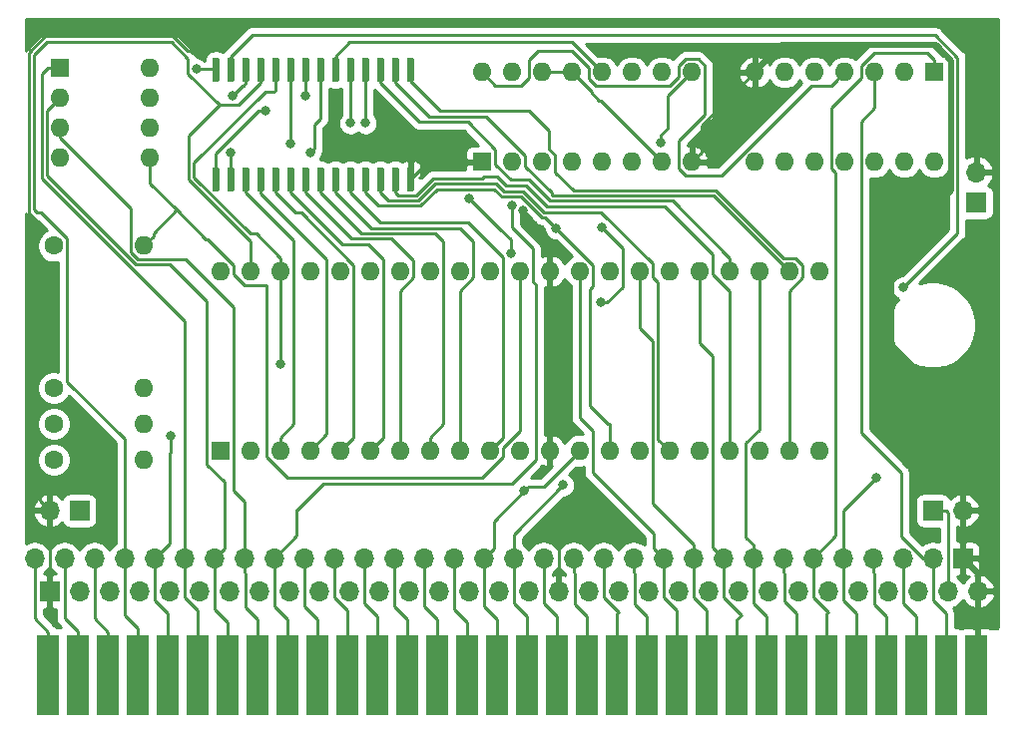
<source format=gbr>
G04 #@! TF.GenerationSoftware,KiCad,Pcbnew,(5.1.4)-1*
G04 #@! TF.CreationDate,2020-08-02T04:53:08-03:00*
G04 #@! TF.ProjectId,Cart_FeRAM,43617274-5f46-4655-9241-4d2e6b696361,rev?*
G04 #@! TF.SameCoordinates,Original*
G04 #@! TF.FileFunction,Copper,L1,Top*
G04 #@! TF.FilePolarity,Positive*
%FSLAX46Y46*%
G04 Gerber Fmt 4.6, Leading zero omitted, Abs format (unit mm)*
G04 Created by KiCad (PCBNEW (5.1.4)-1) date 2020-08-02 04:53:08*
%MOMM*%
%LPD*%
G04 APERTURE LIST*
%ADD10R,1.600000X1.600000*%
%ADD11O,1.600000X1.600000*%
%ADD12C,1.600000*%
%ADD13R,1.905000X6.858000*%
%ADD14O,1.700000X1.700000*%
%ADD15R,1.700000X1.700000*%
%ADD16C,0.100000*%
%ADD17C,0.600000*%
%ADD18C,0.800000*%
%ADD19C,0.250000*%
%ADD20C,0.500000*%
%ADD21C,0.254000*%
G04 APERTURE END LIST*
D10*
X106680000Y-90678000D03*
D11*
X157480000Y-75438000D03*
X109220000Y-90678000D03*
X154940000Y-75438000D03*
X111760000Y-90678000D03*
X152400000Y-75438000D03*
X114300000Y-90678000D03*
X149860000Y-75438000D03*
X116840000Y-90678000D03*
X147320000Y-75438000D03*
X119380000Y-90678000D03*
X144780000Y-75438000D03*
X121920000Y-90678000D03*
X142240000Y-75438000D03*
X124460000Y-90678000D03*
X139700000Y-75438000D03*
X127000000Y-90678000D03*
X137160000Y-75438000D03*
X129540000Y-90678000D03*
X134620000Y-75438000D03*
X132080000Y-90678000D03*
X132080000Y-75438000D03*
X134620000Y-90678000D03*
X129540000Y-75438000D03*
X137160000Y-90678000D03*
X127000000Y-75438000D03*
X139700000Y-90678000D03*
X124460000Y-75438000D03*
X142240000Y-90678000D03*
X121920000Y-75438000D03*
X144780000Y-90678000D03*
X119380000Y-75438000D03*
X147320000Y-90678000D03*
X116840000Y-75438000D03*
X149860000Y-90678000D03*
X114300000Y-75438000D03*
X152400000Y-90678000D03*
X111760000Y-75438000D03*
X154940000Y-90678000D03*
X109220000Y-75438000D03*
X157480000Y-90678000D03*
X106680000Y-75438000D03*
X100203000Y-73279000D03*
D12*
X92583000Y-73279000D03*
D11*
X100203000Y-85344000D03*
D12*
X92583000Y-85344000D03*
D11*
X100203000Y-88392000D03*
D12*
X92583000Y-88392000D03*
D11*
X100203000Y-91440000D03*
D12*
X92583000Y-91440000D03*
D10*
X93091000Y-58166000D03*
D11*
X100711000Y-65786000D03*
X93091000Y-60706000D03*
X100711000Y-63246000D03*
X93091000Y-63246000D03*
X100711000Y-60706000D03*
X93091000Y-65786000D03*
X100711000Y-58166000D03*
D13*
X92075000Y-109728000D03*
X94615000Y-109728000D03*
X97155000Y-109728000D03*
X99695000Y-109728000D03*
X102235000Y-109728000D03*
X104775000Y-109728000D03*
X107315000Y-109728000D03*
X109855000Y-109728000D03*
X112395000Y-109728000D03*
X114935000Y-109728000D03*
X117475000Y-109728000D03*
X120015000Y-109728000D03*
X122555000Y-109728000D03*
X125095000Y-109728000D03*
X127635000Y-109728000D03*
X130175000Y-109728000D03*
X132715000Y-109728000D03*
X135255000Y-109728000D03*
X137795000Y-109728000D03*
X140335000Y-109728000D03*
X142875000Y-109728000D03*
X145415000Y-109728000D03*
X147955000Y-109728000D03*
X150495000Y-109728000D03*
X153035000Y-109728000D03*
X155575000Y-109728000D03*
X158115000Y-109728000D03*
X160655000Y-109728000D03*
X163195000Y-109728000D03*
X165735000Y-109728000D03*
X168275000Y-109728000D03*
X170815000Y-109728000D03*
D14*
X169672000Y-95758000D03*
D15*
X167132000Y-95758000D03*
D14*
X92202000Y-95758000D03*
D15*
X94742000Y-95758000D03*
D14*
X170815000Y-67056000D03*
D15*
X170815000Y-69596000D03*
D10*
X167259000Y-58547000D03*
D11*
X152019000Y-66167000D03*
X164719000Y-58547000D03*
X154559000Y-66167000D03*
X162179000Y-58547000D03*
X157099000Y-66167000D03*
X159639000Y-58547000D03*
X159639000Y-66167000D03*
X157099000Y-58547000D03*
X162179000Y-66167000D03*
X154559000Y-58547000D03*
X164719000Y-66167000D03*
X152019000Y-58547000D03*
X167259000Y-66167000D03*
D15*
X92202000Y-102616000D03*
D14*
X94742000Y-102616000D03*
X97282000Y-102616000D03*
X99822000Y-102616000D03*
X102362000Y-102616000D03*
X104902000Y-102616000D03*
X107442000Y-102616000D03*
X109982000Y-102616000D03*
X112522000Y-102616000D03*
X115062000Y-102616000D03*
X117602000Y-102616000D03*
X120142000Y-102616000D03*
X122682000Y-102616000D03*
X125222000Y-102616000D03*
X127762000Y-102616000D03*
X130302000Y-102616000D03*
X132842000Y-102616000D03*
X135382000Y-102616000D03*
X137922000Y-102616000D03*
X140462000Y-102616000D03*
X143002000Y-102616000D03*
X145542000Y-102616000D03*
X148082000Y-102616000D03*
X150622000Y-102616000D03*
X153162000Y-102616000D03*
X155702000Y-102616000D03*
X158242000Y-102616000D03*
X160782000Y-102616000D03*
X163322000Y-102616000D03*
X165862000Y-102616000D03*
X168402000Y-102616000D03*
X170942000Y-102616000D03*
X90932000Y-99822000D03*
X93472000Y-99822000D03*
X96012000Y-99822000D03*
X98552000Y-99822000D03*
X101092000Y-99822000D03*
X103632000Y-99822000D03*
X106172000Y-99822000D03*
X108712000Y-99822000D03*
X111252000Y-99822000D03*
X113792000Y-99822000D03*
X116332000Y-99822000D03*
X118872000Y-99822000D03*
X121412000Y-99822000D03*
X123952000Y-99822000D03*
X126492000Y-99822000D03*
X129032000Y-99822000D03*
X131572000Y-99822000D03*
X134112000Y-99822000D03*
X136652000Y-99822000D03*
X139192000Y-99822000D03*
X141732000Y-99822000D03*
X144272000Y-99822000D03*
X146812000Y-99822000D03*
X149352000Y-99822000D03*
X151892000Y-99822000D03*
X154432000Y-99822000D03*
X156972000Y-99822000D03*
X159512000Y-99822000D03*
X162052000Y-99822000D03*
X164592000Y-99822000D03*
X167132000Y-99822000D03*
D15*
X169672000Y-99822000D03*
D16*
G36*
X106463703Y-66617722D02*
G01*
X106478264Y-66619882D01*
X106492543Y-66623459D01*
X106506403Y-66628418D01*
X106519710Y-66634712D01*
X106532336Y-66642280D01*
X106544159Y-66651048D01*
X106555066Y-66660934D01*
X106564952Y-66671841D01*
X106573720Y-66683664D01*
X106581288Y-66696290D01*
X106587582Y-66709597D01*
X106592541Y-66723457D01*
X106596118Y-66737736D01*
X106598278Y-66752297D01*
X106599000Y-66767000D01*
X106599000Y-68517000D01*
X106598278Y-68531703D01*
X106596118Y-68546264D01*
X106592541Y-68560543D01*
X106587582Y-68574403D01*
X106581288Y-68587710D01*
X106573720Y-68600336D01*
X106564952Y-68612159D01*
X106555066Y-68623066D01*
X106544159Y-68632952D01*
X106532336Y-68641720D01*
X106519710Y-68649288D01*
X106506403Y-68655582D01*
X106492543Y-68660541D01*
X106478264Y-68664118D01*
X106463703Y-68666278D01*
X106449000Y-68667000D01*
X106149000Y-68667000D01*
X106134297Y-68666278D01*
X106119736Y-68664118D01*
X106105457Y-68660541D01*
X106091597Y-68655582D01*
X106078290Y-68649288D01*
X106065664Y-68641720D01*
X106053841Y-68632952D01*
X106042934Y-68623066D01*
X106033048Y-68612159D01*
X106024280Y-68600336D01*
X106016712Y-68587710D01*
X106010418Y-68574403D01*
X106005459Y-68560543D01*
X106001882Y-68546264D01*
X105999722Y-68531703D01*
X105999000Y-68517000D01*
X105999000Y-66767000D01*
X105999722Y-66752297D01*
X106001882Y-66737736D01*
X106005459Y-66723457D01*
X106010418Y-66709597D01*
X106016712Y-66696290D01*
X106024280Y-66683664D01*
X106033048Y-66671841D01*
X106042934Y-66660934D01*
X106053841Y-66651048D01*
X106065664Y-66642280D01*
X106078290Y-66634712D01*
X106091597Y-66628418D01*
X106105457Y-66623459D01*
X106119736Y-66619882D01*
X106134297Y-66617722D01*
X106149000Y-66617000D01*
X106449000Y-66617000D01*
X106463703Y-66617722D01*
X106463703Y-66617722D01*
G37*
D17*
X106299000Y-67642000D03*
D16*
G36*
X107733703Y-66617722D02*
G01*
X107748264Y-66619882D01*
X107762543Y-66623459D01*
X107776403Y-66628418D01*
X107789710Y-66634712D01*
X107802336Y-66642280D01*
X107814159Y-66651048D01*
X107825066Y-66660934D01*
X107834952Y-66671841D01*
X107843720Y-66683664D01*
X107851288Y-66696290D01*
X107857582Y-66709597D01*
X107862541Y-66723457D01*
X107866118Y-66737736D01*
X107868278Y-66752297D01*
X107869000Y-66767000D01*
X107869000Y-68517000D01*
X107868278Y-68531703D01*
X107866118Y-68546264D01*
X107862541Y-68560543D01*
X107857582Y-68574403D01*
X107851288Y-68587710D01*
X107843720Y-68600336D01*
X107834952Y-68612159D01*
X107825066Y-68623066D01*
X107814159Y-68632952D01*
X107802336Y-68641720D01*
X107789710Y-68649288D01*
X107776403Y-68655582D01*
X107762543Y-68660541D01*
X107748264Y-68664118D01*
X107733703Y-68666278D01*
X107719000Y-68667000D01*
X107419000Y-68667000D01*
X107404297Y-68666278D01*
X107389736Y-68664118D01*
X107375457Y-68660541D01*
X107361597Y-68655582D01*
X107348290Y-68649288D01*
X107335664Y-68641720D01*
X107323841Y-68632952D01*
X107312934Y-68623066D01*
X107303048Y-68612159D01*
X107294280Y-68600336D01*
X107286712Y-68587710D01*
X107280418Y-68574403D01*
X107275459Y-68560543D01*
X107271882Y-68546264D01*
X107269722Y-68531703D01*
X107269000Y-68517000D01*
X107269000Y-66767000D01*
X107269722Y-66752297D01*
X107271882Y-66737736D01*
X107275459Y-66723457D01*
X107280418Y-66709597D01*
X107286712Y-66696290D01*
X107294280Y-66683664D01*
X107303048Y-66671841D01*
X107312934Y-66660934D01*
X107323841Y-66651048D01*
X107335664Y-66642280D01*
X107348290Y-66634712D01*
X107361597Y-66628418D01*
X107375457Y-66623459D01*
X107389736Y-66619882D01*
X107404297Y-66617722D01*
X107419000Y-66617000D01*
X107719000Y-66617000D01*
X107733703Y-66617722D01*
X107733703Y-66617722D01*
G37*
D17*
X107569000Y-67642000D03*
D16*
G36*
X109003703Y-66617722D02*
G01*
X109018264Y-66619882D01*
X109032543Y-66623459D01*
X109046403Y-66628418D01*
X109059710Y-66634712D01*
X109072336Y-66642280D01*
X109084159Y-66651048D01*
X109095066Y-66660934D01*
X109104952Y-66671841D01*
X109113720Y-66683664D01*
X109121288Y-66696290D01*
X109127582Y-66709597D01*
X109132541Y-66723457D01*
X109136118Y-66737736D01*
X109138278Y-66752297D01*
X109139000Y-66767000D01*
X109139000Y-68517000D01*
X109138278Y-68531703D01*
X109136118Y-68546264D01*
X109132541Y-68560543D01*
X109127582Y-68574403D01*
X109121288Y-68587710D01*
X109113720Y-68600336D01*
X109104952Y-68612159D01*
X109095066Y-68623066D01*
X109084159Y-68632952D01*
X109072336Y-68641720D01*
X109059710Y-68649288D01*
X109046403Y-68655582D01*
X109032543Y-68660541D01*
X109018264Y-68664118D01*
X109003703Y-68666278D01*
X108989000Y-68667000D01*
X108689000Y-68667000D01*
X108674297Y-68666278D01*
X108659736Y-68664118D01*
X108645457Y-68660541D01*
X108631597Y-68655582D01*
X108618290Y-68649288D01*
X108605664Y-68641720D01*
X108593841Y-68632952D01*
X108582934Y-68623066D01*
X108573048Y-68612159D01*
X108564280Y-68600336D01*
X108556712Y-68587710D01*
X108550418Y-68574403D01*
X108545459Y-68560543D01*
X108541882Y-68546264D01*
X108539722Y-68531703D01*
X108539000Y-68517000D01*
X108539000Y-66767000D01*
X108539722Y-66752297D01*
X108541882Y-66737736D01*
X108545459Y-66723457D01*
X108550418Y-66709597D01*
X108556712Y-66696290D01*
X108564280Y-66683664D01*
X108573048Y-66671841D01*
X108582934Y-66660934D01*
X108593841Y-66651048D01*
X108605664Y-66642280D01*
X108618290Y-66634712D01*
X108631597Y-66628418D01*
X108645457Y-66623459D01*
X108659736Y-66619882D01*
X108674297Y-66617722D01*
X108689000Y-66617000D01*
X108989000Y-66617000D01*
X109003703Y-66617722D01*
X109003703Y-66617722D01*
G37*
D17*
X108839000Y-67642000D03*
D16*
G36*
X110273703Y-66617722D02*
G01*
X110288264Y-66619882D01*
X110302543Y-66623459D01*
X110316403Y-66628418D01*
X110329710Y-66634712D01*
X110342336Y-66642280D01*
X110354159Y-66651048D01*
X110365066Y-66660934D01*
X110374952Y-66671841D01*
X110383720Y-66683664D01*
X110391288Y-66696290D01*
X110397582Y-66709597D01*
X110402541Y-66723457D01*
X110406118Y-66737736D01*
X110408278Y-66752297D01*
X110409000Y-66767000D01*
X110409000Y-68517000D01*
X110408278Y-68531703D01*
X110406118Y-68546264D01*
X110402541Y-68560543D01*
X110397582Y-68574403D01*
X110391288Y-68587710D01*
X110383720Y-68600336D01*
X110374952Y-68612159D01*
X110365066Y-68623066D01*
X110354159Y-68632952D01*
X110342336Y-68641720D01*
X110329710Y-68649288D01*
X110316403Y-68655582D01*
X110302543Y-68660541D01*
X110288264Y-68664118D01*
X110273703Y-68666278D01*
X110259000Y-68667000D01*
X109959000Y-68667000D01*
X109944297Y-68666278D01*
X109929736Y-68664118D01*
X109915457Y-68660541D01*
X109901597Y-68655582D01*
X109888290Y-68649288D01*
X109875664Y-68641720D01*
X109863841Y-68632952D01*
X109852934Y-68623066D01*
X109843048Y-68612159D01*
X109834280Y-68600336D01*
X109826712Y-68587710D01*
X109820418Y-68574403D01*
X109815459Y-68560543D01*
X109811882Y-68546264D01*
X109809722Y-68531703D01*
X109809000Y-68517000D01*
X109809000Y-66767000D01*
X109809722Y-66752297D01*
X109811882Y-66737736D01*
X109815459Y-66723457D01*
X109820418Y-66709597D01*
X109826712Y-66696290D01*
X109834280Y-66683664D01*
X109843048Y-66671841D01*
X109852934Y-66660934D01*
X109863841Y-66651048D01*
X109875664Y-66642280D01*
X109888290Y-66634712D01*
X109901597Y-66628418D01*
X109915457Y-66623459D01*
X109929736Y-66619882D01*
X109944297Y-66617722D01*
X109959000Y-66617000D01*
X110259000Y-66617000D01*
X110273703Y-66617722D01*
X110273703Y-66617722D01*
G37*
D17*
X110109000Y-67642000D03*
D16*
G36*
X111543703Y-66617722D02*
G01*
X111558264Y-66619882D01*
X111572543Y-66623459D01*
X111586403Y-66628418D01*
X111599710Y-66634712D01*
X111612336Y-66642280D01*
X111624159Y-66651048D01*
X111635066Y-66660934D01*
X111644952Y-66671841D01*
X111653720Y-66683664D01*
X111661288Y-66696290D01*
X111667582Y-66709597D01*
X111672541Y-66723457D01*
X111676118Y-66737736D01*
X111678278Y-66752297D01*
X111679000Y-66767000D01*
X111679000Y-68517000D01*
X111678278Y-68531703D01*
X111676118Y-68546264D01*
X111672541Y-68560543D01*
X111667582Y-68574403D01*
X111661288Y-68587710D01*
X111653720Y-68600336D01*
X111644952Y-68612159D01*
X111635066Y-68623066D01*
X111624159Y-68632952D01*
X111612336Y-68641720D01*
X111599710Y-68649288D01*
X111586403Y-68655582D01*
X111572543Y-68660541D01*
X111558264Y-68664118D01*
X111543703Y-68666278D01*
X111529000Y-68667000D01*
X111229000Y-68667000D01*
X111214297Y-68666278D01*
X111199736Y-68664118D01*
X111185457Y-68660541D01*
X111171597Y-68655582D01*
X111158290Y-68649288D01*
X111145664Y-68641720D01*
X111133841Y-68632952D01*
X111122934Y-68623066D01*
X111113048Y-68612159D01*
X111104280Y-68600336D01*
X111096712Y-68587710D01*
X111090418Y-68574403D01*
X111085459Y-68560543D01*
X111081882Y-68546264D01*
X111079722Y-68531703D01*
X111079000Y-68517000D01*
X111079000Y-66767000D01*
X111079722Y-66752297D01*
X111081882Y-66737736D01*
X111085459Y-66723457D01*
X111090418Y-66709597D01*
X111096712Y-66696290D01*
X111104280Y-66683664D01*
X111113048Y-66671841D01*
X111122934Y-66660934D01*
X111133841Y-66651048D01*
X111145664Y-66642280D01*
X111158290Y-66634712D01*
X111171597Y-66628418D01*
X111185457Y-66623459D01*
X111199736Y-66619882D01*
X111214297Y-66617722D01*
X111229000Y-66617000D01*
X111529000Y-66617000D01*
X111543703Y-66617722D01*
X111543703Y-66617722D01*
G37*
D17*
X111379000Y-67642000D03*
D16*
G36*
X112813703Y-66617722D02*
G01*
X112828264Y-66619882D01*
X112842543Y-66623459D01*
X112856403Y-66628418D01*
X112869710Y-66634712D01*
X112882336Y-66642280D01*
X112894159Y-66651048D01*
X112905066Y-66660934D01*
X112914952Y-66671841D01*
X112923720Y-66683664D01*
X112931288Y-66696290D01*
X112937582Y-66709597D01*
X112942541Y-66723457D01*
X112946118Y-66737736D01*
X112948278Y-66752297D01*
X112949000Y-66767000D01*
X112949000Y-68517000D01*
X112948278Y-68531703D01*
X112946118Y-68546264D01*
X112942541Y-68560543D01*
X112937582Y-68574403D01*
X112931288Y-68587710D01*
X112923720Y-68600336D01*
X112914952Y-68612159D01*
X112905066Y-68623066D01*
X112894159Y-68632952D01*
X112882336Y-68641720D01*
X112869710Y-68649288D01*
X112856403Y-68655582D01*
X112842543Y-68660541D01*
X112828264Y-68664118D01*
X112813703Y-68666278D01*
X112799000Y-68667000D01*
X112499000Y-68667000D01*
X112484297Y-68666278D01*
X112469736Y-68664118D01*
X112455457Y-68660541D01*
X112441597Y-68655582D01*
X112428290Y-68649288D01*
X112415664Y-68641720D01*
X112403841Y-68632952D01*
X112392934Y-68623066D01*
X112383048Y-68612159D01*
X112374280Y-68600336D01*
X112366712Y-68587710D01*
X112360418Y-68574403D01*
X112355459Y-68560543D01*
X112351882Y-68546264D01*
X112349722Y-68531703D01*
X112349000Y-68517000D01*
X112349000Y-66767000D01*
X112349722Y-66752297D01*
X112351882Y-66737736D01*
X112355459Y-66723457D01*
X112360418Y-66709597D01*
X112366712Y-66696290D01*
X112374280Y-66683664D01*
X112383048Y-66671841D01*
X112392934Y-66660934D01*
X112403841Y-66651048D01*
X112415664Y-66642280D01*
X112428290Y-66634712D01*
X112441597Y-66628418D01*
X112455457Y-66623459D01*
X112469736Y-66619882D01*
X112484297Y-66617722D01*
X112499000Y-66617000D01*
X112799000Y-66617000D01*
X112813703Y-66617722D01*
X112813703Y-66617722D01*
G37*
D17*
X112649000Y-67642000D03*
D16*
G36*
X114083703Y-66617722D02*
G01*
X114098264Y-66619882D01*
X114112543Y-66623459D01*
X114126403Y-66628418D01*
X114139710Y-66634712D01*
X114152336Y-66642280D01*
X114164159Y-66651048D01*
X114175066Y-66660934D01*
X114184952Y-66671841D01*
X114193720Y-66683664D01*
X114201288Y-66696290D01*
X114207582Y-66709597D01*
X114212541Y-66723457D01*
X114216118Y-66737736D01*
X114218278Y-66752297D01*
X114219000Y-66767000D01*
X114219000Y-68517000D01*
X114218278Y-68531703D01*
X114216118Y-68546264D01*
X114212541Y-68560543D01*
X114207582Y-68574403D01*
X114201288Y-68587710D01*
X114193720Y-68600336D01*
X114184952Y-68612159D01*
X114175066Y-68623066D01*
X114164159Y-68632952D01*
X114152336Y-68641720D01*
X114139710Y-68649288D01*
X114126403Y-68655582D01*
X114112543Y-68660541D01*
X114098264Y-68664118D01*
X114083703Y-68666278D01*
X114069000Y-68667000D01*
X113769000Y-68667000D01*
X113754297Y-68666278D01*
X113739736Y-68664118D01*
X113725457Y-68660541D01*
X113711597Y-68655582D01*
X113698290Y-68649288D01*
X113685664Y-68641720D01*
X113673841Y-68632952D01*
X113662934Y-68623066D01*
X113653048Y-68612159D01*
X113644280Y-68600336D01*
X113636712Y-68587710D01*
X113630418Y-68574403D01*
X113625459Y-68560543D01*
X113621882Y-68546264D01*
X113619722Y-68531703D01*
X113619000Y-68517000D01*
X113619000Y-66767000D01*
X113619722Y-66752297D01*
X113621882Y-66737736D01*
X113625459Y-66723457D01*
X113630418Y-66709597D01*
X113636712Y-66696290D01*
X113644280Y-66683664D01*
X113653048Y-66671841D01*
X113662934Y-66660934D01*
X113673841Y-66651048D01*
X113685664Y-66642280D01*
X113698290Y-66634712D01*
X113711597Y-66628418D01*
X113725457Y-66623459D01*
X113739736Y-66619882D01*
X113754297Y-66617722D01*
X113769000Y-66617000D01*
X114069000Y-66617000D01*
X114083703Y-66617722D01*
X114083703Y-66617722D01*
G37*
D17*
X113919000Y-67642000D03*
D16*
G36*
X115353703Y-66617722D02*
G01*
X115368264Y-66619882D01*
X115382543Y-66623459D01*
X115396403Y-66628418D01*
X115409710Y-66634712D01*
X115422336Y-66642280D01*
X115434159Y-66651048D01*
X115445066Y-66660934D01*
X115454952Y-66671841D01*
X115463720Y-66683664D01*
X115471288Y-66696290D01*
X115477582Y-66709597D01*
X115482541Y-66723457D01*
X115486118Y-66737736D01*
X115488278Y-66752297D01*
X115489000Y-66767000D01*
X115489000Y-68517000D01*
X115488278Y-68531703D01*
X115486118Y-68546264D01*
X115482541Y-68560543D01*
X115477582Y-68574403D01*
X115471288Y-68587710D01*
X115463720Y-68600336D01*
X115454952Y-68612159D01*
X115445066Y-68623066D01*
X115434159Y-68632952D01*
X115422336Y-68641720D01*
X115409710Y-68649288D01*
X115396403Y-68655582D01*
X115382543Y-68660541D01*
X115368264Y-68664118D01*
X115353703Y-68666278D01*
X115339000Y-68667000D01*
X115039000Y-68667000D01*
X115024297Y-68666278D01*
X115009736Y-68664118D01*
X114995457Y-68660541D01*
X114981597Y-68655582D01*
X114968290Y-68649288D01*
X114955664Y-68641720D01*
X114943841Y-68632952D01*
X114932934Y-68623066D01*
X114923048Y-68612159D01*
X114914280Y-68600336D01*
X114906712Y-68587710D01*
X114900418Y-68574403D01*
X114895459Y-68560543D01*
X114891882Y-68546264D01*
X114889722Y-68531703D01*
X114889000Y-68517000D01*
X114889000Y-66767000D01*
X114889722Y-66752297D01*
X114891882Y-66737736D01*
X114895459Y-66723457D01*
X114900418Y-66709597D01*
X114906712Y-66696290D01*
X114914280Y-66683664D01*
X114923048Y-66671841D01*
X114932934Y-66660934D01*
X114943841Y-66651048D01*
X114955664Y-66642280D01*
X114968290Y-66634712D01*
X114981597Y-66628418D01*
X114995457Y-66623459D01*
X115009736Y-66619882D01*
X115024297Y-66617722D01*
X115039000Y-66617000D01*
X115339000Y-66617000D01*
X115353703Y-66617722D01*
X115353703Y-66617722D01*
G37*
D17*
X115189000Y-67642000D03*
D16*
G36*
X116623703Y-66617722D02*
G01*
X116638264Y-66619882D01*
X116652543Y-66623459D01*
X116666403Y-66628418D01*
X116679710Y-66634712D01*
X116692336Y-66642280D01*
X116704159Y-66651048D01*
X116715066Y-66660934D01*
X116724952Y-66671841D01*
X116733720Y-66683664D01*
X116741288Y-66696290D01*
X116747582Y-66709597D01*
X116752541Y-66723457D01*
X116756118Y-66737736D01*
X116758278Y-66752297D01*
X116759000Y-66767000D01*
X116759000Y-68517000D01*
X116758278Y-68531703D01*
X116756118Y-68546264D01*
X116752541Y-68560543D01*
X116747582Y-68574403D01*
X116741288Y-68587710D01*
X116733720Y-68600336D01*
X116724952Y-68612159D01*
X116715066Y-68623066D01*
X116704159Y-68632952D01*
X116692336Y-68641720D01*
X116679710Y-68649288D01*
X116666403Y-68655582D01*
X116652543Y-68660541D01*
X116638264Y-68664118D01*
X116623703Y-68666278D01*
X116609000Y-68667000D01*
X116309000Y-68667000D01*
X116294297Y-68666278D01*
X116279736Y-68664118D01*
X116265457Y-68660541D01*
X116251597Y-68655582D01*
X116238290Y-68649288D01*
X116225664Y-68641720D01*
X116213841Y-68632952D01*
X116202934Y-68623066D01*
X116193048Y-68612159D01*
X116184280Y-68600336D01*
X116176712Y-68587710D01*
X116170418Y-68574403D01*
X116165459Y-68560543D01*
X116161882Y-68546264D01*
X116159722Y-68531703D01*
X116159000Y-68517000D01*
X116159000Y-66767000D01*
X116159722Y-66752297D01*
X116161882Y-66737736D01*
X116165459Y-66723457D01*
X116170418Y-66709597D01*
X116176712Y-66696290D01*
X116184280Y-66683664D01*
X116193048Y-66671841D01*
X116202934Y-66660934D01*
X116213841Y-66651048D01*
X116225664Y-66642280D01*
X116238290Y-66634712D01*
X116251597Y-66628418D01*
X116265457Y-66623459D01*
X116279736Y-66619882D01*
X116294297Y-66617722D01*
X116309000Y-66617000D01*
X116609000Y-66617000D01*
X116623703Y-66617722D01*
X116623703Y-66617722D01*
G37*
D17*
X116459000Y-67642000D03*
D16*
G36*
X117893703Y-66617722D02*
G01*
X117908264Y-66619882D01*
X117922543Y-66623459D01*
X117936403Y-66628418D01*
X117949710Y-66634712D01*
X117962336Y-66642280D01*
X117974159Y-66651048D01*
X117985066Y-66660934D01*
X117994952Y-66671841D01*
X118003720Y-66683664D01*
X118011288Y-66696290D01*
X118017582Y-66709597D01*
X118022541Y-66723457D01*
X118026118Y-66737736D01*
X118028278Y-66752297D01*
X118029000Y-66767000D01*
X118029000Y-68517000D01*
X118028278Y-68531703D01*
X118026118Y-68546264D01*
X118022541Y-68560543D01*
X118017582Y-68574403D01*
X118011288Y-68587710D01*
X118003720Y-68600336D01*
X117994952Y-68612159D01*
X117985066Y-68623066D01*
X117974159Y-68632952D01*
X117962336Y-68641720D01*
X117949710Y-68649288D01*
X117936403Y-68655582D01*
X117922543Y-68660541D01*
X117908264Y-68664118D01*
X117893703Y-68666278D01*
X117879000Y-68667000D01*
X117579000Y-68667000D01*
X117564297Y-68666278D01*
X117549736Y-68664118D01*
X117535457Y-68660541D01*
X117521597Y-68655582D01*
X117508290Y-68649288D01*
X117495664Y-68641720D01*
X117483841Y-68632952D01*
X117472934Y-68623066D01*
X117463048Y-68612159D01*
X117454280Y-68600336D01*
X117446712Y-68587710D01*
X117440418Y-68574403D01*
X117435459Y-68560543D01*
X117431882Y-68546264D01*
X117429722Y-68531703D01*
X117429000Y-68517000D01*
X117429000Y-66767000D01*
X117429722Y-66752297D01*
X117431882Y-66737736D01*
X117435459Y-66723457D01*
X117440418Y-66709597D01*
X117446712Y-66696290D01*
X117454280Y-66683664D01*
X117463048Y-66671841D01*
X117472934Y-66660934D01*
X117483841Y-66651048D01*
X117495664Y-66642280D01*
X117508290Y-66634712D01*
X117521597Y-66628418D01*
X117535457Y-66623459D01*
X117549736Y-66619882D01*
X117564297Y-66617722D01*
X117579000Y-66617000D01*
X117879000Y-66617000D01*
X117893703Y-66617722D01*
X117893703Y-66617722D01*
G37*
D17*
X117729000Y-67642000D03*
D16*
G36*
X119163703Y-66617722D02*
G01*
X119178264Y-66619882D01*
X119192543Y-66623459D01*
X119206403Y-66628418D01*
X119219710Y-66634712D01*
X119232336Y-66642280D01*
X119244159Y-66651048D01*
X119255066Y-66660934D01*
X119264952Y-66671841D01*
X119273720Y-66683664D01*
X119281288Y-66696290D01*
X119287582Y-66709597D01*
X119292541Y-66723457D01*
X119296118Y-66737736D01*
X119298278Y-66752297D01*
X119299000Y-66767000D01*
X119299000Y-68517000D01*
X119298278Y-68531703D01*
X119296118Y-68546264D01*
X119292541Y-68560543D01*
X119287582Y-68574403D01*
X119281288Y-68587710D01*
X119273720Y-68600336D01*
X119264952Y-68612159D01*
X119255066Y-68623066D01*
X119244159Y-68632952D01*
X119232336Y-68641720D01*
X119219710Y-68649288D01*
X119206403Y-68655582D01*
X119192543Y-68660541D01*
X119178264Y-68664118D01*
X119163703Y-68666278D01*
X119149000Y-68667000D01*
X118849000Y-68667000D01*
X118834297Y-68666278D01*
X118819736Y-68664118D01*
X118805457Y-68660541D01*
X118791597Y-68655582D01*
X118778290Y-68649288D01*
X118765664Y-68641720D01*
X118753841Y-68632952D01*
X118742934Y-68623066D01*
X118733048Y-68612159D01*
X118724280Y-68600336D01*
X118716712Y-68587710D01*
X118710418Y-68574403D01*
X118705459Y-68560543D01*
X118701882Y-68546264D01*
X118699722Y-68531703D01*
X118699000Y-68517000D01*
X118699000Y-66767000D01*
X118699722Y-66752297D01*
X118701882Y-66737736D01*
X118705459Y-66723457D01*
X118710418Y-66709597D01*
X118716712Y-66696290D01*
X118724280Y-66683664D01*
X118733048Y-66671841D01*
X118742934Y-66660934D01*
X118753841Y-66651048D01*
X118765664Y-66642280D01*
X118778290Y-66634712D01*
X118791597Y-66628418D01*
X118805457Y-66623459D01*
X118819736Y-66619882D01*
X118834297Y-66617722D01*
X118849000Y-66617000D01*
X119149000Y-66617000D01*
X119163703Y-66617722D01*
X119163703Y-66617722D01*
G37*
D17*
X118999000Y-67642000D03*
D16*
G36*
X120433703Y-66617722D02*
G01*
X120448264Y-66619882D01*
X120462543Y-66623459D01*
X120476403Y-66628418D01*
X120489710Y-66634712D01*
X120502336Y-66642280D01*
X120514159Y-66651048D01*
X120525066Y-66660934D01*
X120534952Y-66671841D01*
X120543720Y-66683664D01*
X120551288Y-66696290D01*
X120557582Y-66709597D01*
X120562541Y-66723457D01*
X120566118Y-66737736D01*
X120568278Y-66752297D01*
X120569000Y-66767000D01*
X120569000Y-68517000D01*
X120568278Y-68531703D01*
X120566118Y-68546264D01*
X120562541Y-68560543D01*
X120557582Y-68574403D01*
X120551288Y-68587710D01*
X120543720Y-68600336D01*
X120534952Y-68612159D01*
X120525066Y-68623066D01*
X120514159Y-68632952D01*
X120502336Y-68641720D01*
X120489710Y-68649288D01*
X120476403Y-68655582D01*
X120462543Y-68660541D01*
X120448264Y-68664118D01*
X120433703Y-68666278D01*
X120419000Y-68667000D01*
X120119000Y-68667000D01*
X120104297Y-68666278D01*
X120089736Y-68664118D01*
X120075457Y-68660541D01*
X120061597Y-68655582D01*
X120048290Y-68649288D01*
X120035664Y-68641720D01*
X120023841Y-68632952D01*
X120012934Y-68623066D01*
X120003048Y-68612159D01*
X119994280Y-68600336D01*
X119986712Y-68587710D01*
X119980418Y-68574403D01*
X119975459Y-68560543D01*
X119971882Y-68546264D01*
X119969722Y-68531703D01*
X119969000Y-68517000D01*
X119969000Y-66767000D01*
X119969722Y-66752297D01*
X119971882Y-66737736D01*
X119975459Y-66723457D01*
X119980418Y-66709597D01*
X119986712Y-66696290D01*
X119994280Y-66683664D01*
X120003048Y-66671841D01*
X120012934Y-66660934D01*
X120023841Y-66651048D01*
X120035664Y-66642280D01*
X120048290Y-66634712D01*
X120061597Y-66628418D01*
X120075457Y-66623459D01*
X120089736Y-66619882D01*
X120104297Y-66617722D01*
X120119000Y-66617000D01*
X120419000Y-66617000D01*
X120433703Y-66617722D01*
X120433703Y-66617722D01*
G37*
D17*
X120269000Y-67642000D03*
D16*
G36*
X121703703Y-66617722D02*
G01*
X121718264Y-66619882D01*
X121732543Y-66623459D01*
X121746403Y-66628418D01*
X121759710Y-66634712D01*
X121772336Y-66642280D01*
X121784159Y-66651048D01*
X121795066Y-66660934D01*
X121804952Y-66671841D01*
X121813720Y-66683664D01*
X121821288Y-66696290D01*
X121827582Y-66709597D01*
X121832541Y-66723457D01*
X121836118Y-66737736D01*
X121838278Y-66752297D01*
X121839000Y-66767000D01*
X121839000Y-68517000D01*
X121838278Y-68531703D01*
X121836118Y-68546264D01*
X121832541Y-68560543D01*
X121827582Y-68574403D01*
X121821288Y-68587710D01*
X121813720Y-68600336D01*
X121804952Y-68612159D01*
X121795066Y-68623066D01*
X121784159Y-68632952D01*
X121772336Y-68641720D01*
X121759710Y-68649288D01*
X121746403Y-68655582D01*
X121732543Y-68660541D01*
X121718264Y-68664118D01*
X121703703Y-68666278D01*
X121689000Y-68667000D01*
X121389000Y-68667000D01*
X121374297Y-68666278D01*
X121359736Y-68664118D01*
X121345457Y-68660541D01*
X121331597Y-68655582D01*
X121318290Y-68649288D01*
X121305664Y-68641720D01*
X121293841Y-68632952D01*
X121282934Y-68623066D01*
X121273048Y-68612159D01*
X121264280Y-68600336D01*
X121256712Y-68587710D01*
X121250418Y-68574403D01*
X121245459Y-68560543D01*
X121241882Y-68546264D01*
X121239722Y-68531703D01*
X121239000Y-68517000D01*
X121239000Y-66767000D01*
X121239722Y-66752297D01*
X121241882Y-66737736D01*
X121245459Y-66723457D01*
X121250418Y-66709597D01*
X121256712Y-66696290D01*
X121264280Y-66683664D01*
X121273048Y-66671841D01*
X121282934Y-66660934D01*
X121293841Y-66651048D01*
X121305664Y-66642280D01*
X121318290Y-66634712D01*
X121331597Y-66628418D01*
X121345457Y-66623459D01*
X121359736Y-66619882D01*
X121374297Y-66617722D01*
X121389000Y-66617000D01*
X121689000Y-66617000D01*
X121703703Y-66617722D01*
X121703703Y-66617722D01*
G37*
D17*
X121539000Y-67642000D03*
D16*
G36*
X122973703Y-66617722D02*
G01*
X122988264Y-66619882D01*
X123002543Y-66623459D01*
X123016403Y-66628418D01*
X123029710Y-66634712D01*
X123042336Y-66642280D01*
X123054159Y-66651048D01*
X123065066Y-66660934D01*
X123074952Y-66671841D01*
X123083720Y-66683664D01*
X123091288Y-66696290D01*
X123097582Y-66709597D01*
X123102541Y-66723457D01*
X123106118Y-66737736D01*
X123108278Y-66752297D01*
X123109000Y-66767000D01*
X123109000Y-68517000D01*
X123108278Y-68531703D01*
X123106118Y-68546264D01*
X123102541Y-68560543D01*
X123097582Y-68574403D01*
X123091288Y-68587710D01*
X123083720Y-68600336D01*
X123074952Y-68612159D01*
X123065066Y-68623066D01*
X123054159Y-68632952D01*
X123042336Y-68641720D01*
X123029710Y-68649288D01*
X123016403Y-68655582D01*
X123002543Y-68660541D01*
X122988264Y-68664118D01*
X122973703Y-68666278D01*
X122959000Y-68667000D01*
X122659000Y-68667000D01*
X122644297Y-68666278D01*
X122629736Y-68664118D01*
X122615457Y-68660541D01*
X122601597Y-68655582D01*
X122588290Y-68649288D01*
X122575664Y-68641720D01*
X122563841Y-68632952D01*
X122552934Y-68623066D01*
X122543048Y-68612159D01*
X122534280Y-68600336D01*
X122526712Y-68587710D01*
X122520418Y-68574403D01*
X122515459Y-68560543D01*
X122511882Y-68546264D01*
X122509722Y-68531703D01*
X122509000Y-68517000D01*
X122509000Y-66767000D01*
X122509722Y-66752297D01*
X122511882Y-66737736D01*
X122515459Y-66723457D01*
X122520418Y-66709597D01*
X122526712Y-66696290D01*
X122534280Y-66683664D01*
X122543048Y-66671841D01*
X122552934Y-66660934D01*
X122563841Y-66651048D01*
X122575664Y-66642280D01*
X122588290Y-66634712D01*
X122601597Y-66628418D01*
X122615457Y-66623459D01*
X122629736Y-66619882D01*
X122644297Y-66617722D01*
X122659000Y-66617000D01*
X122959000Y-66617000D01*
X122973703Y-66617722D01*
X122973703Y-66617722D01*
G37*
D17*
X122809000Y-67642000D03*
D16*
G36*
X122973703Y-57317722D02*
G01*
X122988264Y-57319882D01*
X123002543Y-57323459D01*
X123016403Y-57328418D01*
X123029710Y-57334712D01*
X123042336Y-57342280D01*
X123054159Y-57351048D01*
X123065066Y-57360934D01*
X123074952Y-57371841D01*
X123083720Y-57383664D01*
X123091288Y-57396290D01*
X123097582Y-57409597D01*
X123102541Y-57423457D01*
X123106118Y-57437736D01*
X123108278Y-57452297D01*
X123109000Y-57467000D01*
X123109000Y-59217000D01*
X123108278Y-59231703D01*
X123106118Y-59246264D01*
X123102541Y-59260543D01*
X123097582Y-59274403D01*
X123091288Y-59287710D01*
X123083720Y-59300336D01*
X123074952Y-59312159D01*
X123065066Y-59323066D01*
X123054159Y-59332952D01*
X123042336Y-59341720D01*
X123029710Y-59349288D01*
X123016403Y-59355582D01*
X123002543Y-59360541D01*
X122988264Y-59364118D01*
X122973703Y-59366278D01*
X122959000Y-59367000D01*
X122659000Y-59367000D01*
X122644297Y-59366278D01*
X122629736Y-59364118D01*
X122615457Y-59360541D01*
X122601597Y-59355582D01*
X122588290Y-59349288D01*
X122575664Y-59341720D01*
X122563841Y-59332952D01*
X122552934Y-59323066D01*
X122543048Y-59312159D01*
X122534280Y-59300336D01*
X122526712Y-59287710D01*
X122520418Y-59274403D01*
X122515459Y-59260543D01*
X122511882Y-59246264D01*
X122509722Y-59231703D01*
X122509000Y-59217000D01*
X122509000Y-57467000D01*
X122509722Y-57452297D01*
X122511882Y-57437736D01*
X122515459Y-57423457D01*
X122520418Y-57409597D01*
X122526712Y-57396290D01*
X122534280Y-57383664D01*
X122543048Y-57371841D01*
X122552934Y-57360934D01*
X122563841Y-57351048D01*
X122575664Y-57342280D01*
X122588290Y-57334712D01*
X122601597Y-57328418D01*
X122615457Y-57323459D01*
X122629736Y-57319882D01*
X122644297Y-57317722D01*
X122659000Y-57317000D01*
X122959000Y-57317000D01*
X122973703Y-57317722D01*
X122973703Y-57317722D01*
G37*
D17*
X122809000Y-58342000D03*
D16*
G36*
X121703703Y-57317722D02*
G01*
X121718264Y-57319882D01*
X121732543Y-57323459D01*
X121746403Y-57328418D01*
X121759710Y-57334712D01*
X121772336Y-57342280D01*
X121784159Y-57351048D01*
X121795066Y-57360934D01*
X121804952Y-57371841D01*
X121813720Y-57383664D01*
X121821288Y-57396290D01*
X121827582Y-57409597D01*
X121832541Y-57423457D01*
X121836118Y-57437736D01*
X121838278Y-57452297D01*
X121839000Y-57467000D01*
X121839000Y-59217000D01*
X121838278Y-59231703D01*
X121836118Y-59246264D01*
X121832541Y-59260543D01*
X121827582Y-59274403D01*
X121821288Y-59287710D01*
X121813720Y-59300336D01*
X121804952Y-59312159D01*
X121795066Y-59323066D01*
X121784159Y-59332952D01*
X121772336Y-59341720D01*
X121759710Y-59349288D01*
X121746403Y-59355582D01*
X121732543Y-59360541D01*
X121718264Y-59364118D01*
X121703703Y-59366278D01*
X121689000Y-59367000D01*
X121389000Y-59367000D01*
X121374297Y-59366278D01*
X121359736Y-59364118D01*
X121345457Y-59360541D01*
X121331597Y-59355582D01*
X121318290Y-59349288D01*
X121305664Y-59341720D01*
X121293841Y-59332952D01*
X121282934Y-59323066D01*
X121273048Y-59312159D01*
X121264280Y-59300336D01*
X121256712Y-59287710D01*
X121250418Y-59274403D01*
X121245459Y-59260543D01*
X121241882Y-59246264D01*
X121239722Y-59231703D01*
X121239000Y-59217000D01*
X121239000Y-57467000D01*
X121239722Y-57452297D01*
X121241882Y-57437736D01*
X121245459Y-57423457D01*
X121250418Y-57409597D01*
X121256712Y-57396290D01*
X121264280Y-57383664D01*
X121273048Y-57371841D01*
X121282934Y-57360934D01*
X121293841Y-57351048D01*
X121305664Y-57342280D01*
X121318290Y-57334712D01*
X121331597Y-57328418D01*
X121345457Y-57323459D01*
X121359736Y-57319882D01*
X121374297Y-57317722D01*
X121389000Y-57317000D01*
X121689000Y-57317000D01*
X121703703Y-57317722D01*
X121703703Y-57317722D01*
G37*
D17*
X121539000Y-58342000D03*
D16*
G36*
X120433703Y-57317722D02*
G01*
X120448264Y-57319882D01*
X120462543Y-57323459D01*
X120476403Y-57328418D01*
X120489710Y-57334712D01*
X120502336Y-57342280D01*
X120514159Y-57351048D01*
X120525066Y-57360934D01*
X120534952Y-57371841D01*
X120543720Y-57383664D01*
X120551288Y-57396290D01*
X120557582Y-57409597D01*
X120562541Y-57423457D01*
X120566118Y-57437736D01*
X120568278Y-57452297D01*
X120569000Y-57467000D01*
X120569000Y-59217000D01*
X120568278Y-59231703D01*
X120566118Y-59246264D01*
X120562541Y-59260543D01*
X120557582Y-59274403D01*
X120551288Y-59287710D01*
X120543720Y-59300336D01*
X120534952Y-59312159D01*
X120525066Y-59323066D01*
X120514159Y-59332952D01*
X120502336Y-59341720D01*
X120489710Y-59349288D01*
X120476403Y-59355582D01*
X120462543Y-59360541D01*
X120448264Y-59364118D01*
X120433703Y-59366278D01*
X120419000Y-59367000D01*
X120119000Y-59367000D01*
X120104297Y-59366278D01*
X120089736Y-59364118D01*
X120075457Y-59360541D01*
X120061597Y-59355582D01*
X120048290Y-59349288D01*
X120035664Y-59341720D01*
X120023841Y-59332952D01*
X120012934Y-59323066D01*
X120003048Y-59312159D01*
X119994280Y-59300336D01*
X119986712Y-59287710D01*
X119980418Y-59274403D01*
X119975459Y-59260543D01*
X119971882Y-59246264D01*
X119969722Y-59231703D01*
X119969000Y-59217000D01*
X119969000Y-57467000D01*
X119969722Y-57452297D01*
X119971882Y-57437736D01*
X119975459Y-57423457D01*
X119980418Y-57409597D01*
X119986712Y-57396290D01*
X119994280Y-57383664D01*
X120003048Y-57371841D01*
X120012934Y-57360934D01*
X120023841Y-57351048D01*
X120035664Y-57342280D01*
X120048290Y-57334712D01*
X120061597Y-57328418D01*
X120075457Y-57323459D01*
X120089736Y-57319882D01*
X120104297Y-57317722D01*
X120119000Y-57317000D01*
X120419000Y-57317000D01*
X120433703Y-57317722D01*
X120433703Y-57317722D01*
G37*
D17*
X120269000Y-58342000D03*
D16*
G36*
X119163703Y-57317722D02*
G01*
X119178264Y-57319882D01*
X119192543Y-57323459D01*
X119206403Y-57328418D01*
X119219710Y-57334712D01*
X119232336Y-57342280D01*
X119244159Y-57351048D01*
X119255066Y-57360934D01*
X119264952Y-57371841D01*
X119273720Y-57383664D01*
X119281288Y-57396290D01*
X119287582Y-57409597D01*
X119292541Y-57423457D01*
X119296118Y-57437736D01*
X119298278Y-57452297D01*
X119299000Y-57467000D01*
X119299000Y-59217000D01*
X119298278Y-59231703D01*
X119296118Y-59246264D01*
X119292541Y-59260543D01*
X119287582Y-59274403D01*
X119281288Y-59287710D01*
X119273720Y-59300336D01*
X119264952Y-59312159D01*
X119255066Y-59323066D01*
X119244159Y-59332952D01*
X119232336Y-59341720D01*
X119219710Y-59349288D01*
X119206403Y-59355582D01*
X119192543Y-59360541D01*
X119178264Y-59364118D01*
X119163703Y-59366278D01*
X119149000Y-59367000D01*
X118849000Y-59367000D01*
X118834297Y-59366278D01*
X118819736Y-59364118D01*
X118805457Y-59360541D01*
X118791597Y-59355582D01*
X118778290Y-59349288D01*
X118765664Y-59341720D01*
X118753841Y-59332952D01*
X118742934Y-59323066D01*
X118733048Y-59312159D01*
X118724280Y-59300336D01*
X118716712Y-59287710D01*
X118710418Y-59274403D01*
X118705459Y-59260543D01*
X118701882Y-59246264D01*
X118699722Y-59231703D01*
X118699000Y-59217000D01*
X118699000Y-57467000D01*
X118699722Y-57452297D01*
X118701882Y-57437736D01*
X118705459Y-57423457D01*
X118710418Y-57409597D01*
X118716712Y-57396290D01*
X118724280Y-57383664D01*
X118733048Y-57371841D01*
X118742934Y-57360934D01*
X118753841Y-57351048D01*
X118765664Y-57342280D01*
X118778290Y-57334712D01*
X118791597Y-57328418D01*
X118805457Y-57323459D01*
X118819736Y-57319882D01*
X118834297Y-57317722D01*
X118849000Y-57317000D01*
X119149000Y-57317000D01*
X119163703Y-57317722D01*
X119163703Y-57317722D01*
G37*
D17*
X118999000Y-58342000D03*
D16*
G36*
X117893703Y-57317722D02*
G01*
X117908264Y-57319882D01*
X117922543Y-57323459D01*
X117936403Y-57328418D01*
X117949710Y-57334712D01*
X117962336Y-57342280D01*
X117974159Y-57351048D01*
X117985066Y-57360934D01*
X117994952Y-57371841D01*
X118003720Y-57383664D01*
X118011288Y-57396290D01*
X118017582Y-57409597D01*
X118022541Y-57423457D01*
X118026118Y-57437736D01*
X118028278Y-57452297D01*
X118029000Y-57467000D01*
X118029000Y-59217000D01*
X118028278Y-59231703D01*
X118026118Y-59246264D01*
X118022541Y-59260543D01*
X118017582Y-59274403D01*
X118011288Y-59287710D01*
X118003720Y-59300336D01*
X117994952Y-59312159D01*
X117985066Y-59323066D01*
X117974159Y-59332952D01*
X117962336Y-59341720D01*
X117949710Y-59349288D01*
X117936403Y-59355582D01*
X117922543Y-59360541D01*
X117908264Y-59364118D01*
X117893703Y-59366278D01*
X117879000Y-59367000D01*
X117579000Y-59367000D01*
X117564297Y-59366278D01*
X117549736Y-59364118D01*
X117535457Y-59360541D01*
X117521597Y-59355582D01*
X117508290Y-59349288D01*
X117495664Y-59341720D01*
X117483841Y-59332952D01*
X117472934Y-59323066D01*
X117463048Y-59312159D01*
X117454280Y-59300336D01*
X117446712Y-59287710D01*
X117440418Y-59274403D01*
X117435459Y-59260543D01*
X117431882Y-59246264D01*
X117429722Y-59231703D01*
X117429000Y-59217000D01*
X117429000Y-57467000D01*
X117429722Y-57452297D01*
X117431882Y-57437736D01*
X117435459Y-57423457D01*
X117440418Y-57409597D01*
X117446712Y-57396290D01*
X117454280Y-57383664D01*
X117463048Y-57371841D01*
X117472934Y-57360934D01*
X117483841Y-57351048D01*
X117495664Y-57342280D01*
X117508290Y-57334712D01*
X117521597Y-57328418D01*
X117535457Y-57323459D01*
X117549736Y-57319882D01*
X117564297Y-57317722D01*
X117579000Y-57317000D01*
X117879000Y-57317000D01*
X117893703Y-57317722D01*
X117893703Y-57317722D01*
G37*
D17*
X117729000Y-58342000D03*
D16*
G36*
X116623703Y-57317722D02*
G01*
X116638264Y-57319882D01*
X116652543Y-57323459D01*
X116666403Y-57328418D01*
X116679710Y-57334712D01*
X116692336Y-57342280D01*
X116704159Y-57351048D01*
X116715066Y-57360934D01*
X116724952Y-57371841D01*
X116733720Y-57383664D01*
X116741288Y-57396290D01*
X116747582Y-57409597D01*
X116752541Y-57423457D01*
X116756118Y-57437736D01*
X116758278Y-57452297D01*
X116759000Y-57467000D01*
X116759000Y-59217000D01*
X116758278Y-59231703D01*
X116756118Y-59246264D01*
X116752541Y-59260543D01*
X116747582Y-59274403D01*
X116741288Y-59287710D01*
X116733720Y-59300336D01*
X116724952Y-59312159D01*
X116715066Y-59323066D01*
X116704159Y-59332952D01*
X116692336Y-59341720D01*
X116679710Y-59349288D01*
X116666403Y-59355582D01*
X116652543Y-59360541D01*
X116638264Y-59364118D01*
X116623703Y-59366278D01*
X116609000Y-59367000D01*
X116309000Y-59367000D01*
X116294297Y-59366278D01*
X116279736Y-59364118D01*
X116265457Y-59360541D01*
X116251597Y-59355582D01*
X116238290Y-59349288D01*
X116225664Y-59341720D01*
X116213841Y-59332952D01*
X116202934Y-59323066D01*
X116193048Y-59312159D01*
X116184280Y-59300336D01*
X116176712Y-59287710D01*
X116170418Y-59274403D01*
X116165459Y-59260543D01*
X116161882Y-59246264D01*
X116159722Y-59231703D01*
X116159000Y-59217000D01*
X116159000Y-57467000D01*
X116159722Y-57452297D01*
X116161882Y-57437736D01*
X116165459Y-57423457D01*
X116170418Y-57409597D01*
X116176712Y-57396290D01*
X116184280Y-57383664D01*
X116193048Y-57371841D01*
X116202934Y-57360934D01*
X116213841Y-57351048D01*
X116225664Y-57342280D01*
X116238290Y-57334712D01*
X116251597Y-57328418D01*
X116265457Y-57323459D01*
X116279736Y-57319882D01*
X116294297Y-57317722D01*
X116309000Y-57317000D01*
X116609000Y-57317000D01*
X116623703Y-57317722D01*
X116623703Y-57317722D01*
G37*
D17*
X116459000Y-58342000D03*
D16*
G36*
X115353703Y-57317722D02*
G01*
X115368264Y-57319882D01*
X115382543Y-57323459D01*
X115396403Y-57328418D01*
X115409710Y-57334712D01*
X115422336Y-57342280D01*
X115434159Y-57351048D01*
X115445066Y-57360934D01*
X115454952Y-57371841D01*
X115463720Y-57383664D01*
X115471288Y-57396290D01*
X115477582Y-57409597D01*
X115482541Y-57423457D01*
X115486118Y-57437736D01*
X115488278Y-57452297D01*
X115489000Y-57467000D01*
X115489000Y-59217000D01*
X115488278Y-59231703D01*
X115486118Y-59246264D01*
X115482541Y-59260543D01*
X115477582Y-59274403D01*
X115471288Y-59287710D01*
X115463720Y-59300336D01*
X115454952Y-59312159D01*
X115445066Y-59323066D01*
X115434159Y-59332952D01*
X115422336Y-59341720D01*
X115409710Y-59349288D01*
X115396403Y-59355582D01*
X115382543Y-59360541D01*
X115368264Y-59364118D01*
X115353703Y-59366278D01*
X115339000Y-59367000D01*
X115039000Y-59367000D01*
X115024297Y-59366278D01*
X115009736Y-59364118D01*
X114995457Y-59360541D01*
X114981597Y-59355582D01*
X114968290Y-59349288D01*
X114955664Y-59341720D01*
X114943841Y-59332952D01*
X114932934Y-59323066D01*
X114923048Y-59312159D01*
X114914280Y-59300336D01*
X114906712Y-59287710D01*
X114900418Y-59274403D01*
X114895459Y-59260543D01*
X114891882Y-59246264D01*
X114889722Y-59231703D01*
X114889000Y-59217000D01*
X114889000Y-57467000D01*
X114889722Y-57452297D01*
X114891882Y-57437736D01*
X114895459Y-57423457D01*
X114900418Y-57409597D01*
X114906712Y-57396290D01*
X114914280Y-57383664D01*
X114923048Y-57371841D01*
X114932934Y-57360934D01*
X114943841Y-57351048D01*
X114955664Y-57342280D01*
X114968290Y-57334712D01*
X114981597Y-57328418D01*
X114995457Y-57323459D01*
X115009736Y-57319882D01*
X115024297Y-57317722D01*
X115039000Y-57317000D01*
X115339000Y-57317000D01*
X115353703Y-57317722D01*
X115353703Y-57317722D01*
G37*
D17*
X115189000Y-58342000D03*
D16*
G36*
X114083703Y-57317722D02*
G01*
X114098264Y-57319882D01*
X114112543Y-57323459D01*
X114126403Y-57328418D01*
X114139710Y-57334712D01*
X114152336Y-57342280D01*
X114164159Y-57351048D01*
X114175066Y-57360934D01*
X114184952Y-57371841D01*
X114193720Y-57383664D01*
X114201288Y-57396290D01*
X114207582Y-57409597D01*
X114212541Y-57423457D01*
X114216118Y-57437736D01*
X114218278Y-57452297D01*
X114219000Y-57467000D01*
X114219000Y-59217000D01*
X114218278Y-59231703D01*
X114216118Y-59246264D01*
X114212541Y-59260543D01*
X114207582Y-59274403D01*
X114201288Y-59287710D01*
X114193720Y-59300336D01*
X114184952Y-59312159D01*
X114175066Y-59323066D01*
X114164159Y-59332952D01*
X114152336Y-59341720D01*
X114139710Y-59349288D01*
X114126403Y-59355582D01*
X114112543Y-59360541D01*
X114098264Y-59364118D01*
X114083703Y-59366278D01*
X114069000Y-59367000D01*
X113769000Y-59367000D01*
X113754297Y-59366278D01*
X113739736Y-59364118D01*
X113725457Y-59360541D01*
X113711597Y-59355582D01*
X113698290Y-59349288D01*
X113685664Y-59341720D01*
X113673841Y-59332952D01*
X113662934Y-59323066D01*
X113653048Y-59312159D01*
X113644280Y-59300336D01*
X113636712Y-59287710D01*
X113630418Y-59274403D01*
X113625459Y-59260543D01*
X113621882Y-59246264D01*
X113619722Y-59231703D01*
X113619000Y-59217000D01*
X113619000Y-57467000D01*
X113619722Y-57452297D01*
X113621882Y-57437736D01*
X113625459Y-57423457D01*
X113630418Y-57409597D01*
X113636712Y-57396290D01*
X113644280Y-57383664D01*
X113653048Y-57371841D01*
X113662934Y-57360934D01*
X113673841Y-57351048D01*
X113685664Y-57342280D01*
X113698290Y-57334712D01*
X113711597Y-57328418D01*
X113725457Y-57323459D01*
X113739736Y-57319882D01*
X113754297Y-57317722D01*
X113769000Y-57317000D01*
X114069000Y-57317000D01*
X114083703Y-57317722D01*
X114083703Y-57317722D01*
G37*
D17*
X113919000Y-58342000D03*
D16*
G36*
X112813703Y-57317722D02*
G01*
X112828264Y-57319882D01*
X112842543Y-57323459D01*
X112856403Y-57328418D01*
X112869710Y-57334712D01*
X112882336Y-57342280D01*
X112894159Y-57351048D01*
X112905066Y-57360934D01*
X112914952Y-57371841D01*
X112923720Y-57383664D01*
X112931288Y-57396290D01*
X112937582Y-57409597D01*
X112942541Y-57423457D01*
X112946118Y-57437736D01*
X112948278Y-57452297D01*
X112949000Y-57467000D01*
X112949000Y-59217000D01*
X112948278Y-59231703D01*
X112946118Y-59246264D01*
X112942541Y-59260543D01*
X112937582Y-59274403D01*
X112931288Y-59287710D01*
X112923720Y-59300336D01*
X112914952Y-59312159D01*
X112905066Y-59323066D01*
X112894159Y-59332952D01*
X112882336Y-59341720D01*
X112869710Y-59349288D01*
X112856403Y-59355582D01*
X112842543Y-59360541D01*
X112828264Y-59364118D01*
X112813703Y-59366278D01*
X112799000Y-59367000D01*
X112499000Y-59367000D01*
X112484297Y-59366278D01*
X112469736Y-59364118D01*
X112455457Y-59360541D01*
X112441597Y-59355582D01*
X112428290Y-59349288D01*
X112415664Y-59341720D01*
X112403841Y-59332952D01*
X112392934Y-59323066D01*
X112383048Y-59312159D01*
X112374280Y-59300336D01*
X112366712Y-59287710D01*
X112360418Y-59274403D01*
X112355459Y-59260543D01*
X112351882Y-59246264D01*
X112349722Y-59231703D01*
X112349000Y-59217000D01*
X112349000Y-57467000D01*
X112349722Y-57452297D01*
X112351882Y-57437736D01*
X112355459Y-57423457D01*
X112360418Y-57409597D01*
X112366712Y-57396290D01*
X112374280Y-57383664D01*
X112383048Y-57371841D01*
X112392934Y-57360934D01*
X112403841Y-57351048D01*
X112415664Y-57342280D01*
X112428290Y-57334712D01*
X112441597Y-57328418D01*
X112455457Y-57323459D01*
X112469736Y-57319882D01*
X112484297Y-57317722D01*
X112499000Y-57317000D01*
X112799000Y-57317000D01*
X112813703Y-57317722D01*
X112813703Y-57317722D01*
G37*
D17*
X112649000Y-58342000D03*
D16*
G36*
X111543703Y-57317722D02*
G01*
X111558264Y-57319882D01*
X111572543Y-57323459D01*
X111586403Y-57328418D01*
X111599710Y-57334712D01*
X111612336Y-57342280D01*
X111624159Y-57351048D01*
X111635066Y-57360934D01*
X111644952Y-57371841D01*
X111653720Y-57383664D01*
X111661288Y-57396290D01*
X111667582Y-57409597D01*
X111672541Y-57423457D01*
X111676118Y-57437736D01*
X111678278Y-57452297D01*
X111679000Y-57467000D01*
X111679000Y-59217000D01*
X111678278Y-59231703D01*
X111676118Y-59246264D01*
X111672541Y-59260543D01*
X111667582Y-59274403D01*
X111661288Y-59287710D01*
X111653720Y-59300336D01*
X111644952Y-59312159D01*
X111635066Y-59323066D01*
X111624159Y-59332952D01*
X111612336Y-59341720D01*
X111599710Y-59349288D01*
X111586403Y-59355582D01*
X111572543Y-59360541D01*
X111558264Y-59364118D01*
X111543703Y-59366278D01*
X111529000Y-59367000D01*
X111229000Y-59367000D01*
X111214297Y-59366278D01*
X111199736Y-59364118D01*
X111185457Y-59360541D01*
X111171597Y-59355582D01*
X111158290Y-59349288D01*
X111145664Y-59341720D01*
X111133841Y-59332952D01*
X111122934Y-59323066D01*
X111113048Y-59312159D01*
X111104280Y-59300336D01*
X111096712Y-59287710D01*
X111090418Y-59274403D01*
X111085459Y-59260543D01*
X111081882Y-59246264D01*
X111079722Y-59231703D01*
X111079000Y-59217000D01*
X111079000Y-57467000D01*
X111079722Y-57452297D01*
X111081882Y-57437736D01*
X111085459Y-57423457D01*
X111090418Y-57409597D01*
X111096712Y-57396290D01*
X111104280Y-57383664D01*
X111113048Y-57371841D01*
X111122934Y-57360934D01*
X111133841Y-57351048D01*
X111145664Y-57342280D01*
X111158290Y-57334712D01*
X111171597Y-57328418D01*
X111185457Y-57323459D01*
X111199736Y-57319882D01*
X111214297Y-57317722D01*
X111229000Y-57317000D01*
X111529000Y-57317000D01*
X111543703Y-57317722D01*
X111543703Y-57317722D01*
G37*
D17*
X111379000Y-58342000D03*
D16*
G36*
X110273703Y-57317722D02*
G01*
X110288264Y-57319882D01*
X110302543Y-57323459D01*
X110316403Y-57328418D01*
X110329710Y-57334712D01*
X110342336Y-57342280D01*
X110354159Y-57351048D01*
X110365066Y-57360934D01*
X110374952Y-57371841D01*
X110383720Y-57383664D01*
X110391288Y-57396290D01*
X110397582Y-57409597D01*
X110402541Y-57423457D01*
X110406118Y-57437736D01*
X110408278Y-57452297D01*
X110409000Y-57467000D01*
X110409000Y-59217000D01*
X110408278Y-59231703D01*
X110406118Y-59246264D01*
X110402541Y-59260543D01*
X110397582Y-59274403D01*
X110391288Y-59287710D01*
X110383720Y-59300336D01*
X110374952Y-59312159D01*
X110365066Y-59323066D01*
X110354159Y-59332952D01*
X110342336Y-59341720D01*
X110329710Y-59349288D01*
X110316403Y-59355582D01*
X110302543Y-59360541D01*
X110288264Y-59364118D01*
X110273703Y-59366278D01*
X110259000Y-59367000D01*
X109959000Y-59367000D01*
X109944297Y-59366278D01*
X109929736Y-59364118D01*
X109915457Y-59360541D01*
X109901597Y-59355582D01*
X109888290Y-59349288D01*
X109875664Y-59341720D01*
X109863841Y-59332952D01*
X109852934Y-59323066D01*
X109843048Y-59312159D01*
X109834280Y-59300336D01*
X109826712Y-59287710D01*
X109820418Y-59274403D01*
X109815459Y-59260543D01*
X109811882Y-59246264D01*
X109809722Y-59231703D01*
X109809000Y-59217000D01*
X109809000Y-57467000D01*
X109809722Y-57452297D01*
X109811882Y-57437736D01*
X109815459Y-57423457D01*
X109820418Y-57409597D01*
X109826712Y-57396290D01*
X109834280Y-57383664D01*
X109843048Y-57371841D01*
X109852934Y-57360934D01*
X109863841Y-57351048D01*
X109875664Y-57342280D01*
X109888290Y-57334712D01*
X109901597Y-57328418D01*
X109915457Y-57323459D01*
X109929736Y-57319882D01*
X109944297Y-57317722D01*
X109959000Y-57317000D01*
X110259000Y-57317000D01*
X110273703Y-57317722D01*
X110273703Y-57317722D01*
G37*
D17*
X110109000Y-58342000D03*
D16*
G36*
X109003703Y-57317722D02*
G01*
X109018264Y-57319882D01*
X109032543Y-57323459D01*
X109046403Y-57328418D01*
X109059710Y-57334712D01*
X109072336Y-57342280D01*
X109084159Y-57351048D01*
X109095066Y-57360934D01*
X109104952Y-57371841D01*
X109113720Y-57383664D01*
X109121288Y-57396290D01*
X109127582Y-57409597D01*
X109132541Y-57423457D01*
X109136118Y-57437736D01*
X109138278Y-57452297D01*
X109139000Y-57467000D01*
X109139000Y-59217000D01*
X109138278Y-59231703D01*
X109136118Y-59246264D01*
X109132541Y-59260543D01*
X109127582Y-59274403D01*
X109121288Y-59287710D01*
X109113720Y-59300336D01*
X109104952Y-59312159D01*
X109095066Y-59323066D01*
X109084159Y-59332952D01*
X109072336Y-59341720D01*
X109059710Y-59349288D01*
X109046403Y-59355582D01*
X109032543Y-59360541D01*
X109018264Y-59364118D01*
X109003703Y-59366278D01*
X108989000Y-59367000D01*
X108689000Y-59367000D01*
X108674297Y-59366278D01*
X108659736Y-59364118D01*
X108645457Y-59360541D01*
X108631597Y-59355582D01*
X108618290Y-59349288D01*
X108605664Y-59341720D01*
X108593841Y-59332952D01*
X108582934Y-59323066D01*
X108573048Y-59312159D01*
X108564280Y-59300336D01*
X108556712Y-59287710D01*
X108550418Y-59274403D01*
X108545459Y-59260543D01*
X108541882Y-59246264D01*
X108539722Y-59231703D01*
X108539000Y-59217000D01*
X108539000Y-57467000D01*
X108539722Y-57452297D01*
X108541882Y-57437736D01*
X108545459Y-57423457D01*
X108550418Y-57409597D01*
X108556712Y-57396290D01*
X108564280Y-57383664D01*
X108573048Y-57371841D01*
X108582934Y-57360934D01*
X108593841Y-57351048D01*
X108605664Y-57342280D01*
X108618290Y-57334712D01*
X108631597Y-57328418D01*
X108645457Y-57323459D01*
X108659736Y-57319882D01*
X108674297Y-57317722D01*
X108689000Y-57317000D01*
X108989000Y-57317000D01*
X109003703Y-57317722D01*
X109003703Y-57317722D01*
G37*
D17*
X108839000Y-58342000D03*
D16*
G36*
X107733703Y-57317722D02*
G01*
X107748264Y-57319882D01*
X107762543Y-57323459D01*
X107776403Y-57328418D01*
X107789710Y-57334712D01*
X107802336Y-57342280D01*
X107814159Y-57351048D01*
X107825066Y-57360934D01*
X107834952Y-57371841D01*
X107843720Y-57383664D01*
X107851288Y-57396290D01*
X107857582Y-57409597D01*
X107862541Y-57423457D01*
X107866118Y-57437736D01*
X107868278Y-57452297D01*
X107869000Y-57467000D01*
X107869000Y-59217000D01*
X107868278Y-59231703D01*
X107866118Y-59246264D01*
X107862541Y-59260543D01*
X107857582Y-59274403D01*
X107851288Y-59287710D01*
X107843720Y-59300336D01*
X107834952Y-59312159D01*
X107825066Y-59323066D01*
X107814159Y-59332952D01*
X107802336Y-59341720D01*
X107789710Y-59349288D01*
X107776403Y-59355582D01*
X107762543Y-59360541D01*
X107748264Y-59364118D01*
X107733703Y-59366278D01*
X107719000Y-59367000D01*
X107419000Y-59367000D01*
X107404297Y-59366278D01*
X107389736Y-59364118D01*
X107375457Y-59360541D01*
X107361597Y-59355582D01*
X107348290Y-59349288D01*
X107335664Y-59341720D01*
X107323841Y-59332952D01*
X107312934Y-59323066D01*
X107303048Y-59312159D01*
X107294280Y-59300336D01*
X107286712Y-59287710D01*
X107280418Y-59274403D01*
X107275459Y-59260543D01*
X107271882Y-59246264D01*
X107269722Y-59231703D01*
X107269000Y-59217000D01*
X107269000Y-57467000D01*
X107269722Y-57452297D01*
X107271882Y-57437736D01*
X107275459Y-57423457D01*
X107280418Y-57409597D01*
X107286712Y-57396290D01*
X107294280Y-57383664D01*
X107303048Y-57371841D01*
X107312934Y-57360934D01*
X107323841Y-57351048D01*
X107335664Y-57342280D01*
X107348290Y-57334712D01*
X107361597Y-57328418D01*
X107375457Y-57323459D01*
X107389736Y-57319882D01*
X107404297Y-57317722D01*
X107419000Y-57317000D01*
X107719000Y-57317000D01*
X107733703Y-57317722D01*
X107733703Y-57317722D01*
G37*
D17*
X107569000Y-58342000D03*
D16*
G36*
X106463703Y-57317722D02*
G01*
X106478264Y-57319882D01*
X106492543Y-57323459D01*
X106506403Y-57328418D01*
X106519710Y-57334712D01*
X106532336Y-57342280D01*
X106544159Y-57351048D01*
X106555066Y-57360934D01*
X106564952Y-57371841D01*
X106573720Y-57383664D01*
X106581288Y-57396290D01*
X106587582Y-57409597D01*
X106592541Y-57423457D01*
X106596118Y-57437736D01*
X106598278Y-57452297D01*
X106599000Y-57467000D01*
X106599000Y-59217000D01*
X106598278Y-59231703D01*
X106596118Y-59246264D01*
X106592541Y-59260543D01*
X106587582Y-59274403D01*
X106581288Y-59287710D01*
X106573720Y-59300336D01*
X106564952Y-59312159D01*
X106555066Y-59323066D01*
X106544159Y-59332952D01*
X106532336Y-59341720D01*
X106519710Y-59349288D01*
X106506403Y-59355582D01*
X106492543Y-59360541D01*
X106478264Y-59364118D01*
X106463703Y-59366278D01*
X106449000Y-59367000D01*
X106149000Y-59367000D01*
X106134297Y-59366278D01*
X106119736Y-59364118D01*
X106105457Y-59360541D01*
X106091597Y-59355582D01*
X106078290Y-59349288D01*
X106065664Y-59341720D01*
X106053841Y-59332952D01*
X106042934Y-59323066D01*
X106033048Y-59312159D01*
X106024280Y-59300336D01*
X106016712Y-59287710D01*
X106010418Y-59274403D01*
X106005459Y-59260543D01*
X106001882Y-59246264D01*
X105999722Y-59231703D01*
X105999000Y-59217000D01*
X105999000Y-57467000D01*
X105999722Y-57452297D01*
X106001882Y-57437736D01*
X106005459Y-57423457D01*
X106010418Y-57409597D01*
X106016712Y-57396290D01*
X106024280Y-57383664D01*
X106033048Y-57371841D01*
X106042934Y-57360934D01*
X106053841Y-57351048D01*
X106065664Y-57342280D01*
X106078290Y-57334712D01*
X106091597Y-57328418D01*
X106105457Y-57323459D01*
X106119736Y-57319882D01*
X106134297Y-57317722D01*
X106149000Y-57317000D01*
X106449000Y-57317000D01*
X106463703Y-57317722D01*
X106463703Y-57317722D01*
G37*
D17*
X106299000Y-58342000D03*
D10*
X128905000Y-66167000D03*
D11*
X146685000Y-58547000D03*
X131445000Y-66167000D03*
X144145000Y-58547000D03*
X133985000Y-66167000D03*
X141605000Y-58547000D03*
X136525000Y-66167000D03*
X139065000Y-58547000D03*
X139065000Y-66167000D03*
X136525000Y-58547000D03*
X141605000Y-66167000D03*
X133985000Y-58547000D03*
X144145000Y-66167000D03*
X131445000Y-58547000D03*
X146685000Y-66167000D03*
X128905000Y-58547000D03*
D18*
X111760000Y-83312000D03*
X102489000Y-89408000D03*
X113919000Y-60579000D03*
X132461000Y-94107000D03*
X135763000Y-93599000D03*
X131318000Y-73877000D03*
X127779999Y-69232999D03*
X164592000Y-76835000D03*
X162310653Y-92959347D03*
X104521000Y-56769000D03*
X136652000Y-94869000D03*
X132391437Y-70300563D03*
X114300000Y-65405000D03*
X104648000Y-58293000D03*
X107569000Y-65405000D03*
X112649000Y-64643000D03*
X107696000Y-60579000D03*
X110490000Y-61849000D03*
X135198501Y-71811499D03*
X117729000Y-62865000D03*
X118999000Y-62865000D03*
X139065000Y-71755000D03*
X138938000Y-78105000D03*
X144018000Y-64479000D03*
X131445000Y-69824019D03*
D19*
X90932000Y-101024081D02*
X90932000Y-99822000D01*
X90932000Y-104905999D02*
X90932000Y-101024081D01*
X92075001Y-106049000D02*
X90932000Y-104905999D01*
X92075001Y-109728000D02*
X92075001Y-106049000D01*
X93472000Y-99822000D02*
X93472000Y-104902000D01*
X94615001Y-106045001D02*
X94615001Y-109728000D01*
X93472000Y-104902000D02*
X94615001Y-106045001D01*
X96012000Y-101024081D02*
X96012000Y-99822000D01*
X96012000Y-104905999D02*
X96012000Y-101024081D01*
X97155001Y-106049000D02*
X96012000Y-104905999D01*
X97155001Y-109728000D02*
X97155001Y-106049000D01*
X98552000Y-99822000D02*
X98552000Y-104648000D01*
X99695001Y-105791001D02*
X99695001Y-109728000D01*
X98552000Y-104648000D02*
X99695001Y-105791001D01*
X110109000Y-58342000D02*
X110109000Y-59467000D01*
X108271999Y-61304001D02*
X108600500Y-60975500D01*
X106585999Y-61304001D02*
X108271999Y-61304001D01*
X110109000Y-59467000D02*
X108600500Y-60975500D01*
X104007490Y-63882510D02*
X106585999Y-61304001D01*
X104007490Y-67683668D02*
X104007490Y-63882510D01*
X109220000Y-72896178D02*
X104007490Y-67683668D01*
X109220000Y-75438000D02*
X109220000Y-72896178D01*
X103922999Y-58641001D02*
X106585999Y-61304001D01*
X91949410Y-56007000D02*
X102556905Y-56007000D01*
X90874010Y-57082400D02*
X91949410Y-56007000D01*
X90874010Y-70173010D02*
X90874010Y-57082400D01*
X98552000Y-99822000D02*
X98552000Y-89647998D01*
X98552000Y-89647998D02*
X93708001Y-84803999D01*
X103922999Y-57373094D02*
X103922999Y-58641001D01*
X93708001Y-84803999D02*
X93708001Y-72626001D01*
X93708001Y-72626001D02*
X91509010Y-70427010D01*
X91509010Y-70427010D02*
X91128010Y-70427010D01*
X102556905Y-56007000D02*
X103922999Y-57373094D01*
X91128010Y-70427010D02*
X90874010Y-70173010D01*
X102235001Y-109728000D02*
X102235001Y-104521001D01*
X101092000Y-103378000D02*
X101092000Y-99822000D01*
X102235001Y-104521001D02*
X101092000Y-103378000D01*
X111760000Y-75438000D02*
X111760000Y-83312000D01*
X102362000Y-98552000D02*
X101092000Y-99822000D01*
X102362000Y-90932000D02*
X102362000Y-98552000D01*
X111760000Y-74306630D02*
X109716370Y-72263000D01*
X111760000Y-75438000D02*
X111760000Y-74306630D01*
X110490000Y-60198000D02*
X111252000Y-60198000D01*
X111379000Y-60071000D02*
X111379000Y-58342000D01*
X111252000Y-60198000D02*
X111379000Y-60071000D01*
X102489000Y-90805000D02*
X102362000Y-90932000D01*
X102489000Y-89408000D02*
X102489000Y-90805000D01*
X104457500Y-67497268D02*
X104457500Y-66230500D01*
X109223232Y-72263000D02*
X104457500Y-67497268D01*
X109716370Y-72263000D02*
X109223232Y-72263000D01*
X104457500Y-66230500D02*
X110490000Y-60198000D01*
X130665001Y-91218001D02*
X128919002Y-92964000D01*
X130665001Y-90427997D02*
X130665001Y-91218001D01*
X132080000Y-75438000D02*
X132080000Y-89012998D01*
X132080000Y-89012998D02*
X130665001Y-90427997D01*
X110634999Y-91218001D02*
X112380998Y-92964000D01*
X112380998Y-92964000D02*
X128919002Y-92964000D01*
X100711000Y-65786000D02*
X100711000Y-67946410D01*
X105620012Y-72713010D02*
X105477600Y-72713010D01*
X107805001Y-74897999D02*
X105620012Y-72713010D01*
X107805001Y-75688003D02*
X107805001Y-74897999D01*
X108715997Y-76598999D02*
X107805001Y-75688003D01*
X110634999Y-76598999D02*
X108715997Y-76598999D01*
X110634999Y-76598999D02*
X110634999Y-91218001D01*
X101002999Y-72225001D02*
X102996295Y-70231705D01*
X101002999Y-72479001D02*
X101002999Y-72225001D01*
X100203000Y-73279000D02*
X101002999Y-72479001D01*
X100711000Y-67946410D02*
X102996295Y-70231705D01*
X102996295Y-70231705D02*
X105477600Y-72713010D01*
X113792000Y-99822000D02*
X113792000Y-103886000D01*
X114935001Y-105029001D02*
X114935001Y-109728000D01*
X113792000Y-103886000D02*
X114935001Y-105029001D01*
X117475001Y-104228003D02*
X117475001Y-109728000D01*
X116332000Y-99822000D02*
X116332000Y-103085002D01*
X116332000Y-103085002D02*
X117475001Y-104228003D01*
X118872000Y-99822000D02*
X118872000Y-103632000D01*
X120015001Y-104775001D02*
X120015001Y-109728000D01*
X118872000Y-103632000D02*
X120015001Y-104775001D01*
X121412000Y-99822000D02*
X121412000Y-103886000D01*
X122555001Y-105029001D02*
X122555001Y-109728000D01*
X121412000Y-103886000D02*
X122555001Y-105029001D01*
X123952000Y-99822000D02*
X123952000Y-103886000D01*
X125095001Y-105029001D02*
X125095001Y-109728000D01*
X123952000Y-103886000D02*
X125095001Y-105029001D01*
X126492000Y-99822000D02*
X126492000Y-104140000D01*
X127635001Y-105283001D02*
X127635001Y-109728000D01*
X126492000Y-104140000D02*
X127635001Y-105283001D01*
X129032000Y-99822000D02*
X129032000Y-103886000D01*
X130175001Y-105029001D02*
X130175001Y-109728000D01*
X129032000Y-103886000D02*
X130175001Y-105029001D01*
X129881999Y-98972001D02*
X129881999Y-96686001D01*
X129032000Y-99822000D02*
X129881999Y-98972001D01*
X134112000Y-93726000D02*
X137160000Y-90678000D01*
X132842000Y-93726000D02*
X134112000Y-93726000D01*
X113919000Y-58342000D02*
X113919000Y-60579000D01*
X132461000Y-94107000D02*
X132842000Y-93726000D01*
X129881999Y-96686001D02*
X132461000Y-94107000D01*
X131572000Y-99822000D02*
X131572000Y-103632000D01*
X132715001Y-104775001D02*
X132715001Y-109728000D01*
X131572000Y-103632000D02*
X132715001Y-104775001D01*
X131572000Y-99822000D02*
X131572000Y-97790000D01*
X131572000Y-97790000D02*
X135763000Y-93599000D01*
X131318000Y-73877000D02*
X131318000Y-72771000D01*
X131318000Y-72771000D02*
X130429000Y-71882000D01*
X130429000Y-71882000D02*
X127779999Y-69232999D01*
X134112000Y-99822000D02*
X134112000Y-103632000D01*
X135255001Y-104775001D02*
X135255001Y-109728000D01*
X134112000Y-103632000D02*
X135255001Y-104775001D01*
X136746999Y-101119080D02*
X136746999Y-103726999D01*
X136652000Y-99822000D02*
X136652000Y-101024081D01*
X136652000Y-101024081D02*
X136746999Y-101119080D01*
X137795001Y-104775001D02*
X137795001Y-109728000D01*
X136746999Y-103726999D02*
X137795001Y-104775001D01*
X139192000Y-103085002D02*
X140462000Y-104355002D01*
X139192000Y-99822000D02*
X139192000Y-103085002D01*
X140335001Y-104482001D02*
X140335001Y-109728000D01*
X140462000Y-104355002D02*
X140335001Y-104482001D01*
X141826999Y-101119080D02*
X141826999Y-103726999D01*
X141732000Y-99822000D02*
X141732000Y-101024081D01*
X141732000Y-101024081D02*
X141826999Y-101119080D01*
X142875001Y-104775001D02*
X142875001Y-109728000D01*
X141826999Y-103726999D02*
X142875001Y-104775001D01*
X145415001Y-106049000D02*
X145415001Y-109728000D01*
X145415001Y-104228003D02*
X145415001Y-106049000D01*
X144272000Y-103085002D02*
X145415001Y-104228003D01*
X144272000Y-99822000D02*
X144272000Y-103085002D01*
X137160000Y-87884000D02*
X137160000Y-75438000D01*
X138285001Y-89009001D02*
X137160000Y-87884000D01*
X138285001Y-92565001D02*
X138285001Y-89009001D01*
X143422001Y-97702001D02*
X138285001Y-92565001D01*
X144272000Y-99822000D02*
X143422001Y-98972001D01*
X143422001Y-98972001D02*
X143422001Y-97702001D01*
X146812000Y-99822000D02*
X146812000Y-103124000D01*
X147955001Y-104267001D02*
X147955001Y-109728000D01*
X146812000Y-103124000D02*
X147955001Y-104267001D01*
X143365001Y-95172920D02*
X143365001Y-81389001D01*
X146812000Y-99822000D02*
X146812000Y-98619919D01*
X146812000Y-98619919D02*
X143365001Y-95172920D01*
X142240000Y-80264000D02*
X142240000Y-75438000D01*
X143365001Y-81389001D02*
X142240000Y-80264000D01*
X149352000Y-103085002D02*
X150876000Y-104609002D01*
X149352000Y-99822000D02*
X149352000Y-103085002D01*
X150495001Y-104990001D02*
X150495001Y-109728000D01*
X150876000Y-104609002D02*
X150495001Y-104990001D01*
X148445001Y-98915001D02*
X148445001Y-82659001D01*
X149352000Y-99822000D02*
X148445001Y-98915001D01*
X147320000Y-81534000D02*
X147320000Y-75438000D01*
X148445001Y-82659001D02*
X147320000Y-81534000D01*
X151892000Y-99822000D02*
X151892000Y-103632000D01*
X153035001Y-104775001D02*
X153035001Y-109728000D01*
X151892000Y-103632000D02*
X153035001Y-104775001D01*
X151274999Y-98002918D02*
X151274999Y-90025001D01*
X151892000Y-99822000D02*
X151892000Y-98619919D01*
X151892000Y-98619919D02*
X151274999Y-98002918D01*
X152400000Y-88900000D02*
X152400000Y-75438000D01*
X151274999Y-90025001D02*
X152400000Y-88900000D01*
X154526999Y-101119080D02*
X154526999Y-103472999D01*
X154432000Y-99822000D02*
X154432000Y-101024081D01*
X154432000Y-101024081D02*
X154526999Y-101119080D01*
X155575001Y-104521001D02*
X155575001Y-109728000D01*
X154526999Y-103472999D02*
X155575001Y-104521001D01*
X156972000Y-103085002D02*
X158242000Y-104355002D01*
X156972000Y-99822000D02*
X156972000Y-103085002D01*
X158115001Y-104482001D02*
X158115001Y-109728000D01*
X158242000Y-104355002D02*
X158115001Y-104482001D01*
X161053999Y-58006999D02*
X162164998Y-56896000D01*
X158877000Y-97917000D02*
X158877000Y-67070002D01*
X158877000Y-67070002D02*
X158513999Y-66707001D01*
X156972000Y-99822000D02*
X158877000Y-97917000D01*
X158513999Y-61577001D02*
X161053999Y-59037001D01*
X158513999Y-66707001D02*
X158513999Y-61577001D01*
X161053999Y-59037001D02*
X161053999Y-58006999D01*
X167259000Y-57497000D02*
X167259000Y-58547000D01*
X166658000Y-56896000D02*
X167259000Y-57497000D01*
X162164998Y-56896000D02*
X166658000Y-56896000D01*
X159512000Y-99822000D02*
X159512000Y-103378000D01*
X160655001Y-104521001D02*
X160655001Y-109728000D01*
X159512000Y-103378000D02*
X160655001Y-104521001D01*
X107569000Y-58342000D02*
X107569000Y-57217000D01*
X107569000Y-57217000D02*
X109414000Y-55372000D01*
X169231010Y-72195990D02*
X164592000Y-76835000D01*
X169231010Y-57295822D02*
X169231010Y-72195990D01*
X109414000Y-55372000D02*
X167307188Y-55372000D01*
X167307188Y-55372000D02*
X169231010Y-57295822D01*
X159512000Y-95758000D02*
X159512000Y-99822000D01*
X162310653Y-92959347D02*
X159512000Y-95758000D01*
X162146999Y-101119080D02*
X162146999Y-103726999D01*
X162052000Y-99822000D02*
X162052000Y-101024081D01*
X162052000Y-101024081D02*
X162146999Y-101119080D01*
X163195001Y-104775001D02*
X163195001Y-109728000D01*
X162146999Y-103726999D02*
X163195001Y-104775001D01*
X164592000Y-99822000D02*
X164592000Y-103632000D01*
X165735001Y-104775001D02*
X165735001Y-109728000D01*
X164592000Y-103632000D02*
X165735001Y-104775001D01*
X167132000Y-99822000D02*
X167132000Y-103378000D01*
X168275001Y-104521001D02*
X168275001Y-109728000D01*
X167132000Y-103378000D02*
X168275001Y-104521001D01*
X162179000Y-61595000D02*
X162179000Y-58547000D01*
X167132000Y-99822000D02*
X166331002Y-99822000D01*
X166331002Y-99822000D02*
X164465000Y-97955998D01*
X164465000Y-97955998D02*
X164465000Y-92583000D01*
X164465000Y-92583000D02*
X161053999Y-89171999D01*
X161053999Y-89171999D02*
X161053999Y-62720001D01*
X161053999Y-62720001D02*
X162179000Y-61595000D01*
X147484999Y-63081001D02*
X152019000Y-58547000D01*
X146685000Y-66167000D02*
X147484999Y-65367001D01*
X147484999Y-65367001D02*
X147484999Y-63081001D01*
X134620000Y-75438000D02*
X134620000Y-73279000D01*
X134620000Y-73279000D02*
X133096000Y-71755000D01*
X124284000Y-66167000D02*
X122809000Y-67642000D01*
X128905000Y-66167000D02*
X124284000Y-66167000D01*
D20*
X170942000Y-109601001D02*
X170815001Y-109728000D01*
X170942000Y-102616000D02*
X170942000Y-109601001D01*
X170942000Y-101092000D02*
X169672000Y-99822000D01*
X170942000Y-102616000D02*
X170942000Y-101092000D01*
X163634000Y-81689041D02*
X163634000Y-73602000D01*
X169672000Y-99822000D02*
X169672000Y-87727041D01*
X169672000Y-87727041D02*
X163634000Y-81689041D01*
X163634000Y-73602000D02*
X168656000Y-68580000D01*
X168656000Y-57533998D02*
X167383002Y-56261000D01*
X168656000Y-68580000D02*
X168656000Y-57533998D01*
X154305000Y-56261000D02*
X152019000Y-58547000D01*
X167383002Y-56261000D02*
X154305000Y-56261000D01*
D19*
X92202000Y-102616000D02*
X92202000Y-95758000D01*
X135382000Y-102616000D02*
X135382000Y-96139000D01*
X135382000Y-96139000D02*
X136652000Y-94869000D01*
X133096000Y-71755000D02*
X133096000Y-71005126D01*
X133096000Y-71005126D02*
X132391437Y-70300563D01*
X103955315Y-56769000D02*
X104521000Y-56769000D01*
X91821000Y-55499000D02*
X102685315Y-55499000D01*
X90424000Y-56896000D02*
X91821000Y-55499000D01*
X92202000Y-95758000D02*
X91352001Y-94908001D01*
X102685315Y-55499000D02*
X103955315Y-56769000D01*
X91352001Y-94908001D02*
X91352001Y-93130001D01*
X91352001Y-93130001D02*
X91059000Y-92837000D01*
X91059000Y-92837000D02*
X91059000Y-71120000D01*
X91059000Y-71120000D02*
X90424000Y-70485000D01*
X90424000Y-70485000D02*
X90424000Y-56896000D01*
X114699999Y-65005001D02*
X114699999Y-62973001D01*
X114300000Y-65405000D02*
X114699999Y-65005001D01*
X115189000Y-62484000D02*
X115189000Y-58342000D01*
X114699999Y-62973001D02*
X115189000Y-62484000D01*
X106250000Y-58293000D02*
X106299000Y-58342000D01*
X104648000Y-58293000D02*
X106250000Y-58293000D01*
X168232000Y-95758000D02*
X167132000Y-95758000D01*
X168402000Y-95928000D02*
X168232000Y-95758000D01*
X168402000Y-102616000D02*
X168402000Y-95928000D01*
X149228997Y-67292001D02*
X156848997Y-59672001D01*
X146144999Y-67292001D02*
X149228997Y-67292001D01*
X145559999Y-66707001D02*
X146144999Y-67292001D01*
X147810001Y-62119589D02*
X145559999Y-64369591D01*
X156848997Y-59672001D02*
X158513999Y-59672001D01*
X146144999Y-57421999D02*
X147225001Y-57421999D01*
X145559999Y-58006999D02*
X146144999Y-57421999D01*
X147810001Y-58006999D02*
X147810001Y-62119589D01*
X145559999Y-58910001D02*
X145559999Y-58006999D01*
X144797999Y-59672001D02*
X145559999Y-58910001D01*
X138524999Y-59672001D02*
X144797999Y-59672001D01*
X158513999Y-59672001D02*
X158839001Y-59346999D01*
X137939999Y-59087001D02*
X138524999Y-59672001D01*
X137939999Y-58183999D02*
X137939999Y-59087001D01*
X147225001Y-57421999D02*
X147810001Y-58006999D01*
X136525000Y-56769000D02*
X137939999Y-58183999D01*
X133604000Y-56769000D02*
X136525000Y-56769000D01*
X132859999Y-57513001D02*
X133604000Y-56769000D01*
X132859999Y-59037001D02*
X132859999Y-57513001D01*
X132224999Y-59672001D02*
X132859999Y-59037001D01*
X145559999Y-64369591D02*
X145559999Y-66707001D01*
X130030001Y-59672001D02*
X132224999Y-59672001D01*
X158839001Y-59346999D02*
X159639000Y-58547000D01*
X128905000Y-58547000D02*
X130030001Y-59672001D01*
X108839000Y-68767000D02*
X108839000Y-67642000D01*
X112885001Y-72813001D02*
X108839000Y-68767000D01*
X112885001Y-88421629D02*
X112885001Y-72813001D01*
X111760000Y-89546630D02*
X112885001Y-88421629D01*
X111760000Y-90678000D02*
X111760000Y-89546630D01*
X115714999Y-89263001D02*
X115714999Y-74439999D01*
X114300000Y-90678000D02*
X115714999Y-89263001D01*
X110109000Y-68834000D02*
X110109000Y-67642000D01*
X115714999Y-74439999D02*
X110109000Y-68834000D01*
X107569000Y-65405000D02*
X107569000Y-67642000D01*
X120505001Y-74404001D02*
X119228068Y-73127068D01*
X119380000Y-90678000D02*
X120505001Y-89552999D01*
X120505001Y-89552999D02*
X120505001Y-74404001D01*
X112649000Y-68767000D02*
X112649000Y-67642000D01*
X117009068Y-73127068D02*
X112649000Y-68767000D01*
X119228068Y-73127068D02*
X117009068Y-73127068D01*
X112649000Y-64077315D02*
X112649000Y-58342000D01*
X112649000Y-64643000D02*
X112649000Y-64077315D01*
X117965001Y-74897999D02*
X113552002Y-70485000D01*
X116840000Y-90678000D02*
X117965001Y-89552999D01*
X117965001Y-89552999D02*
X117965001Y-74897999D01*
X111379000Y-68767000D02*
X111379000Y-67642000D01*
X113097000Y-70485000D02*
X111379000Y-68767000D01*
X113552002Y-70485000D02*
X113097000Y-70485000D01*
X107696000Y-60579000D02*
X108585000Y-59690000D01*
X108839000Y-59467000D02*
X108839000Y-58342000D01*
X108616000Y-59690000D02*
X108839000Y-59467000D01*
X108585000Y-59690000D02*
X108616000Y-59690000D01*
X125585001Y-72880001D02*
X124932049Y-72227049D01*
X125585001Y-88421629D02*
X125585001Y-72880001D01*
X124460000Y-90678000D02*
X124460000Y-89546630D01*
X124460000Y-89546630D02*
X125585001Y-88421629D01*
X115189000Y-68767000D02*
X115189000Y-67642000D01*
X118649049Y-72227049D02*
X115189000Y-68767000D01*
X124932049Y-72227049D02*
X118649049Y-72227049D01*
X123045001Y-74531001D02*
X121191059Y-72677059D01*
X123045001Y-75978001D02*
X123045001Y-74531001D01*
X121920000Y-90678000D02*
X121920000Y-77103002D01*
X121920000Y-77103002D02*
X123045001Y-75978001D01*
X113919000Y-68767000D02*
X113919000Y-67642000D01*
X117829058Y-72677058D02*
X113919000Y-68767000D01*
X121191059Y-72677059D02*
X117829058Y-72677058D01*
X106299000Y-66517000D02*
X106299000Y-67642000D01*
X106299000Y-65474315D02*
X106299000Y-66517000D01*
X109924315Y-61849000D02*
X106299000Y-65474315D01*
X110490000Y-61849000D02*
X109924315Y-61849000D01*
X128125001Y-72880001D02*
X127022040Y-71777040D01*
X128125001Y-75978001D02*
X128125001Y-72880001D01*
X127000000Y-90678000D02*
X127000000Y-77103002D01*
X127000000Y-77103002D02*
X128125001Y-75978001D01*
X116459000Y-68767000D02*
X116459000Y-67642000D01*
X119469039Y-71777039D02*
X116459000Y-68767000D01*
X127022040Y-71777040D02*
X119469039Y-71777039D01*
X118999000Y-68767000D02*
X118999000Y-67642000D01*
X135198501Y-71811499D02*
X134264022Y-70877020D01*
X138285001Y-74897999D02*
X135198501Y-71811499D01*
X139700000Y-88392000D02*
X139573000Y-88392000D01*
X139700000Y-90678000D02*
X139700000Y-88392000D01*
X139573000Y-88392000D02*
X138049000Y-86868000D01*
X138049000Y-86868000D02*
X138049000Y-76962000D01*
X138049000Y-76962000D02*
X138285001Y-76725999D01*
X138285001Y-76725999D02*
X138285001Y-74897999D01*
X133993198Y-70877018D02*
X132215199Y-69099019D01*
X134264022Y-70877020D02*
X133993198Y-70877018D01*
X130564198Y-69099018D02*
X129929200Y-68464020D01*
X132215199Y-69099019D02*
X130564198Y-69099018D01*
X129929200Y-68464020D02*
X125086800Y-68464020D01*
X120124029Y-69892029D02*
X118999000Y-68767000D01*
X125086800Y-68464020D02*
X123658791Y-69892029D01*
X123658791Y-69892029D02*
X120124029Y-69892029D01*
X117729000Y-62299315D02*
X117729000Y-58342000D01*
X117729000Y-62865000D02*
X117729000Y-62299315D01*
X130665001Y-74277001D02*
X127715030Y-71327030D01*
X129540000Y-90678000D02*
X130665001Y-89552999D01*
X130665001Y-89552999D02*
X130665001Y-74277001D01*
X117729000Y-68767000D02*
X117729000Y-67642000D01*
X120289030Y-71327030D02*
X117729000Y-68767000D01*
X127715030Y-71327030D02*
X120289030Y-71327030D01*
X118999000Y-62865000D02*
X118999000Y-58342000D01*
X148520990Y-69018990D02*
X154940000Y-75438000D01*
X132570001Y-65626999D02*
X129242012Y-62299010D01*
X132570001Y-66530001D02*
X132570001Y-65626999D01*
X134816010Y-68776010D02*
X132570001Y-66530001D01*
X134816010Y-69018990D02*
X134816010Y-68776010D01*
X134816010Y-69018990D02*
X148520990Y-69018990D01*
X121539000Y-59467000D02*
X121539000Y-58342000D01*
X124371010Y-62299010D02*
X121539000Y-59467000D01*
X129242012Y-62299010D02*
X124371010Y-62299010D01*
X156065001Y-74897999D02*
X155480001Y-74312999D01*
X156065001Y-75978001D02*
X156065001Y-74897999D01*
X154940000Y-90678000D02*
X154940000Y-77103002D01*
X154940000Y-77103002D02*
X156065001Y-75978001D01*
X154451409Y-74312999D02*
X148707390Y-68568980D01*
X155480001Y-74312999D02*
X154451409Y-74312999D01*
X135110001Y-65626999D02*
X134525001Y-65041999D01*
X135110001Y-67015961D02*
X135110001Y-65626999D01*
X136663020Y-68568980D02*
X135110001Y-67015961D01*
X148707390Y-68568980D02*
X136663020Y-68568980D01*
X134525001Y-65041999D02*
X134525001Y-63532001D01*
X134525001Y-63532001D02*
X132842000Y-61849000D01*
X125349000Y-61849000D02*
X122809000Y-59309000D01*
X132842000Y-61849000D02*
X125349000Y-61849000D01*
X122809000Y-59309000D02*
X122809000Y-58342000D01*
X120269000Y-68767000D02*
X120269000Y-67642000D01*
X120944020Y-69442020D02*
X120269000Y-68767000D01*
X123472390Y-69442020D02*
X120944020Y-69442020D01*
X130115600Y-68014010D02*
X124900400Y-68014010D01*
X130750599Y-68649009D02*
X130115600Y-68014010D01*
X132401600Y-68649010D02*
X130750599Y-68649009D01*
X134179599Y-70427009D02*
X132401600Y-68649010D01*
X124900400Y-68014010D02*
X123472390Y-69442020D01*
X144780000Y-90678000D02*
X143815011Y-89713011D01*
X143815011Y-89713011D02*
X143815011Y-76378011D01*
X143365001Y-75928001D02*
X143365001Y-74785001D01*
X143365001Y-74785001D02*
X139007010Y-70427010D01*
X143815011Y-76378011D02*
X143365001Y-75928001D01*
X139007010Y-70427010D02*
X134179599Y-70427009D01*
X149860000Y-74306630D02*
X149860000Y-75438000D01*
X145022370Y-69469000D02*
X149860000Y-74306630D01*
X120269000Y-59467000D02*
X120269000Y-58342000D01*
X123551020Y-62749020D02*
X120269000Y-59467000D01*
X127672022Y-62749020D02*
X123551020Y-62749020D01*
X130030001Y-65106999D02*
X127672022Y-62749020D01*
X130030001Y-66403001D02*
X130030001Y-65106999D01*
X132842000Y-67691000D02*
X134620000Y-69469000D01*
X131318000Y-67691000D02*
X132842000Y-67691000D01*
X134620000Y-69469000D02*
X145022370Y-69469000D01*
X131318000Y-67691000D02*
X130030001Y-66403001D01*
X148445001Y-75688003D02*
X148445001Y-74023001D01*
X149860000Y-90678000D02*
X149860000Y-77103002D01*
X149860000Y-77103002D02*
X148445001Y-75688003D01*
X148445001Y-74023001D02*
X144399000Y-69977000D01*
X134366000Y-69977000D02*
X132588000Y-68199000D01*
X144399000Y-69977000D02*
X134366000Y-69977000D01*
X132588000Y-68199000D02*
X130937000Y-68199000D01*
X130937000Y-68199000D02*
X130175000Y-67437000D01*
X129032000Y-67437000D02*
X128905000Y-67564000D01*
X130175000Y-67437000D02*
X129032000Y-67437000D01*
X128905000Y-67564000D02*
X124714000Y-67564000D01*
X121539000Y-68767000D02*
X121539000Y-67642000D01*
X121764010Y-68992010D02*
X121539000Y-68767000D01*
X123285990Y-68992010D02*
X121764010Y-68992010D01*
X124714000Y-67564000D02*
X123285990Y-68992010D01*
X139065000Y-58547000D02*
X136525000Y-56007000D01*
X116459000Y-57217000D02*
X116459000Y-58342000D01*
X117669000Y-56007000D02*
X116459000Y-57217000D01*
X136525000Y-56007000D02*
X117669000Y-56007000D01*
X146685000Y-58547000D02*
X145270001Y-59961999D01*
X139464999Y-72154999D02*
X139065000Y-71755000D01*
X140843000Y-73533000D02*
X139464999Y-72154999D01*
X140843000Y-76765685D02*
X140843000Y-73533000D01*
X139503685Y-78105000D02*
X140843000Y-76765685D01*
X138938000Y-78105000D02*
X139503685Y-78105000D01*
X144018000Y-63913315D02*
X144653000Y-63278315D01*
X144018000Y-64479000D02*
X144018000Y-63913315D01*
X144653000Y-60579000D02*
X145270001Y-59961999D01*
X144653000Y-63278315D02*
X144653000Y-60579000D01*
X144145000Y-66167000D02*
X138938000Y-60960000D01*
X138176000Y-60198000D02*
X136525000Y-58547000D01*
X135116370Y-58547000D02*
X136525000Y-58547000D01*
X133985000Y-58547000D02*
X135116370Y-58547000D01*
X138176000Y-60325000D02*
X138811000Y-60960000D01*
X138176000Y-60198000D02*
X138176000Y-60325000D01*
X138938000Y-60960000D02*
X138811000Y-60960000D01*
X104775001Y-104228003D02*
X104775001Y-109728000D01*
X103632000Y-99822000D02*
X103632000Y-103085002D01*
X103632000Y-103085002D02*
X104775001Y-104228003D01*
X103632000Y-79645822D02*
X103632000Y-99822000D01*
X91515990Y-67529812D02*
X103632000Y-79645822D01*
X91515990Y-58691010D02*
X91515990Y-67529812D01*
X93091000Y-58166000D02*
X92041000Y-58166000D01*
X92041000Y-58166000D02*
X91515990Y-58691010D01*
X107315001Y-109728000D02*
X107315001Y-105283001D01*
X106172000Y-104140000D02*
X106172000Y-99822000D01*
X107315001Y-105283001D02*
X106172000Y-104140000D01*
X107021999Y-98972001D02*
X107021999Y-93305999D01*
X106172000Y-99822000D02*
X107021999Y-98972001D01*
X105554999Y-91838999D02*
X105554999Y-88536999D01*
X107021999Y-93305999D02*
X105554999Y-91838999D01*
X105554999Y-88536999D02*
X105537000Y-88519000D01*
X105537000Y-77978000D02*
X102431010Y-74872010D01*
X105537000Y-88519000D02*
X105537000Y-77978000D01*
X92291001Y-61505999D02*
X93091000Y-60706000D01*
X91965999Y-61831001D02*
X92291001Y-61505999D01*
X91965999Y-67343411D02*
X91965999Y-61831001D01*
X99494597Y-74872009D02*
X91965999Y-67343411D01*
X102431010Y-74872010D02*
X99494597Y-74872009D01*
X108806999Y-101119080D02*
X108806999Y-103980999D01*
X108712000Y-99822000D02*
X108712000Y-101024081D01*
X108712000Y-101024081D02*
X108806999Y-101119080D01*
X109855001Y-105029001D02*
X109855001Y-109728000D01*
X108806999Y-103980999D02*
X109855001Y-105029001D01*
X108712000Y-94996000D02*
X108712000Y-99822000D01*
X107805001Y-94089001D02*
X108712000Y-94996000D01*
X107805001Y-78468001D02*
X107805001Y-94089001D01*
X93091000Y-64120998D02*
X99077999Y-70107997D01*
X93091000Y-63246000D02*
X93091000Y-64120998D01*
X99077999Y-70107997D02*
X99077999Y-73819001D01*
X99077999Y-73819001D02*
X99680998Y-74422000D01*
X99680998Y-74422000D02*
X103759000Y-74422000D01*
X103759000Y-74422000D02*
X107805001Y-78468001D01*
X112395001Y-109728000D02*
X112395001Y-105029001D01*
X111252000Y-103886000D02*
X111252000Y-99822000D01*
X112395001Y-105029001D02*
X111252000Y-103886000D01*
X131445000Y-71755000D02*
X131445000Y-69824019D01*
X133205001Y-73515001D02*
X131445000Y-71755000D01*
X133205001Y-76309001D02*
X133205001Y-73515001D01*
X133494999Y-76598999D02*
X133205001Y-76309001D01*
X133494999Y-91422001D02*
X133494999Y-76598999D01*
X111252000Y-99822000D02*
X113174999Y-97899001D01*
X113174999Y-95648999D02*
X113230003Y-95648999D01*
X113230003Y-95648999D02*
X115425001Y-93454001D01*
X115425001Y-93454001D02*
X131462999Y-93454001D01*
X113174999Y-97899001D02*
X113174999Y-95648999D01*
X131462999Y-93454001D02*
X133494999Y-91422001D01*
D21*
G36*
X172695002Y-105536300D02*
G01*
X172647599Y-105624985D01*
X172604027Y-105768622D01*
X172601823Y-105791000D01*
X172149456Y-105791000D01*
X172121994Y-105768463D01*
X172011680Y-105709498D01*
X171891982Y-105673188D01*
X171767500Y-105660928D01*
X171100750Y-105664000D01*
X170973750Y-105791000D01*
X170656250Y-105791000D01*
X170529250Y-105664000D01*
X169862500Y-105660928D01*
X169738018Y-105673188D01*
X169618320Y-105709498D01*
X169545000Y-105748689D01*
X169471680Y-105709498D01*
X169351982Y-105673188D01*
X169227500Y-105660928D01*
X169035001Y-105660928D01*
X169035001Y-104558334D01*
X169038678Y-104521001D01*
X169024004Y-104372015D01*
X168980547Y-104228754D01*
X168909975Y-104096725D01*
X168855438Y-104030271D01*
X168973034Y-103994599D01*
X169231014Y-103856706D01*
X169457134Y-103671134D01*
X169642706Y-103445014D01*
X169677201Y-103380477D01*
X169746822Y-103497355D01*
X169941731Y-103713588D01*
X170175080Y-103887641D01*
X170437901Y-104012825D01*
X170585110Y-104057476D01*
X170815000Y-103936155D01*
X170815000Y-102743000D01*
X171069000Y-102743000D01*
X171069000Y-103936155D01*
X171298890Y-104057476D01*
X171446099Y-104012825D01*
X171708920Y-103887641D01*
X171942269Y-103713588D01*
X172137178Y-103497355D01*
X172286157Y-103247252D01*
X172383481Y-102972891D01*
X172262814Y-102743000D01*
X171069000Y-102743000D01*
X170815000Y-102743000D01*
X170795000Y-102743000D01*
X170795000Y-102489000D01*
X170815000Y-102489000D01*
X170815000Y-102469000D01*
X171069000Y-102469000D01*
X171069000Y-102489000D01*
X172262814Y-102489000D01*
X172383481Y-102259109D01*
X172286157Y-101984748D01*
X172137178Y-101734645D01*
X171942269Y-101518412D01*
X171708920Y-101344359D01*
X171446099Y-101219175D01*
X171298890Y-101174524D01*
X171069002Y-101295844D01*
X171069002Y-101131000D01*
X170963662Y-101131000D01*
X170973185Y-101123185D01*
X171052537Y-101026494D01*
X171111502Y-100916180D01*
X171147812Y-100796482D01*
X171160072Y-100672000D01*
X171157000Y-100107750D01*
X170998250Y-99949000D01*
X169799000Y-99949000D01*
X169799000Y-101148250D01*
X169957750Y-101307000D01*
X170250172Y-101308592D01*
X170175080Y-101344359D01*
X169941731Y-101518412D01*
X169746822Y-101734645D01*
X169677201Y-101851523D01*
X169642706Y-101786986D01*
X169457134Y-101560866D01*
X169231014Y-101375294D01*
X169162000Y-101338405D01*
X169162000Y-101308221D01*
X169386250Y-101307000D01*
X169545000Y-101148250D01*
X169545000Y-99949000D01*
X169525000Y-99949000D01*
X169525000Y-99695000D01*
X169545000Y-99695000D01*
X169545000Y-98495750D01*
X169799000Y-98495750D01*
X169799000Y-99695000D01*
X170998250Y-99695000D01*
X171157000Y-99536250D01*
X171160072Y-98972000D01*
X171147812Y-98847518D01*
X171111502Y-98727820D01*
X171052537Y-98617506D01*
X170973185Y-98520815D01*
X170876494Y-98441463D01*
X170766180Y-98382498D01*
X170646482Y-98346188D01*
X170522000Y-98333928D01*
X169957750Y-98337000D01*
X169799000Y-98495750D01*
X169545000Y-98495750D01*
X169386250Y-98337000D01*
X169162000Y-98335779D01*
X169162000Y-97152014D01*
X169167901Y-97154825D01*
X169315110Y-97199476D01*
X169545000Y-97078155D01*
X169545000Y-95885000D01*
X169799000Y-95885000D01*
X169799000Y-97078155D01*
X170028890Y-97199476D01*
X170176099Y-97154825D01*
X170438920Y-97029641D01*
X170672269Y-96855588D01*
X170867178Y-96639355D01*
X171016157Y-96389252D01*
X171113481Y-96114891D01*
X170992814Y-95885000D01*
X169799000Y-95885000D01*
X169545000Y-95885000D01*
X169525000Y-95885000D01*
X169525000Y-95631000D01*
X169545000Y-95631000D01*
X169545000Y-94437845D01*
X169799000Y-94437845D01*
X169799000Y-95631000D01*
X170992814Y-95631000D01*
X171113481Y-95401109D01*
X171016157Y-95126748D01*
X170867178Y-94876645D01*
X170672269Y-94660412D01*
X170438920Y-94486359D01*
X170176099Y-94361175D01*
X170028890Y-94316524D01*
X169799000Y-94437845D01*
X169545000Y-94437845D01*
X169315110Y-94316524D01*
X169167901Y-94361175D01*
X168905080Y-94486359D01*
X168671731Y-94660412D01*
X168595966Y-94744466D01*
X168571502Y-94663820D01*
X168512537Y-94553506D01*
X168433185Y-94456815D01*
X168336494Y-94377463D01*
X168226180Y-94318498D01*
X168106482Y-94282188D01*
X167982000Y-94269928D01*
X166282000Y-94269928D01*
X166157518Y-94282188D01*
X166037820Y-94318498D01*
X165927506Y-94377463D01*
X165830815Y-94456815D01*
X165751463Y-94553506D01*
X165692498Y-94663820D01*
X165656188Y-94783518D01*
X165643928Y-94908000D01*
X165643928Y-96608000D01*
X165656188Y-96732482D01*
X165692498Y-96852180D01*
X165751463Y-96962494D01*
X165830815Y-97059185D01*
X165927506Y-97138537D01*
X166037820Y-97197502D01*
X166157518Y-97233812D01*
X166282000Y-97246072D01*
X167642001Y-97246072D01*
X167642001Y-98424887D01*
X167423111Y-98358487D01*
X167204950Y-98337000D01*
X167059050Y-98337000D01*
X166840889Y-98358487D01*
X166560966Y-98443401D01*
X166302986Y-98581294D01*
X166227251Y-98643448D01*
X165225000Y-97641197D01*
X165225000Y-92620323D01*
X165228676Y-92583000D01*
X165225000Y-92545677D01*
X165225000Y-92545667D01*
X165214003Y-92434014D01*
X165170546Y-92290753D01*
X165160926Y-92272755D01*
X165099974Y-92158723D01*
X165028799Y-92071997D01*
X165005001Y-92042999D01*
X164976003Y-92019201D01*
X161813999Y-88857198D01*
X161813999Y-67555849D01*
X161897691Y-67581236D01*
X162108508Y-67602000D01*
X162249492Y-67602000D01*
X162460309Y-67581236D01*
X162730808Y-67499182D01*
X162980101Y-67365932D01*
X163198608Y-67186608D01*
X163377932Y-66968101D01*
X163449000Y-66835142D01*
X163520068Y-66968101D01*
X163699392Y-67186608D01*
X163917899Y-67365932D01*
X164167192Y-67499182D01*
X164437691Y-67581236D01*
X164648508Y-67602000D01*
X164789492Y-67602000D01*
X165000309Y-67581236D01*
X165270808Y-67499182D01*
X165520101Y-67365932D01*
X165738608Y-67186608D01*
X165917932Y-66968101D01*
X165989000Y-66835142D01*
X166060068Y-66968101D01*
X166239392Y-67186608D01*
X166457899Y-67365932D01*
X166707192Y-67499182D01*
X166977691Y-67581236D01*
X167188508Y-67602000D01*
X167329492Y-67602000D01*
X167540309Y-67581236D01*
X167810808Y-67499182D01*
X168060101Y-67365932D01*
X168278608Y-67186608D01*
X168457932Y-66968101D01*
X168471011Y-66943633D01*
X168471011Y-71881187D01*
X164552199Y-75800000D01*
X164490061Y-75800000D01*
X164290102Y-75839774D01*
X164101744Y-75917795D01*
X163932226Y-76031063D01*
X163788063Y-76175226D01*
X163674795Y-76344744D01*
X163596774Y-76533102D01*
X163557000Y-76733061D01*
X163557000Y-76936939D01*
X163596774Y-77136898D01*
X163674795Y-77325256D01*
X163788063Y-77494774D01*
X163932226Y-77638937D01*
X164101744Y-77752205D01*
X164187398Y-77787684D01*
X163868168Y-78265446D01*
X163590536Y-78935709D01*
X163449000Y-79647256D01*
X163449000Y-80372744D01*
X163590536Y-81084291D01*
X163868168Y-81754554D01*
X164271227Y-82357775D01*
X164784225Y-82870773D01*
X165387446Y-83273832D01*
X166057709Y-83551464D01*
X166769256Y-83693000D01*
X167494744Y-83693000D01*
X168206291Y-83551464D01*
X168876554Y-83273832D01*
X169479775Y-82870773D01*
X169992773Y-82357775D01*
X170395832Y-81754554D01*
X170673464Y-81084291D01*
X170815000Y-80372744D01*
X170815000Y-79647256D01*
X170673464Y-78935709D01*
X170395832Y-78265446D01*
X169992773Y-77662225D01*
X169479775Y-77149227D01*
X168876554Y-76746168D01*
X168206291Y-76468536D01*
X167494744Y-76327000D01*
X166769256Y-76327000D01*
X166057709Y-76468536D01*
X166015981Y-76485820D01*
X169742013Y-72759789D01*
X169771011Y-72735991D01*
X169865984Y-72620266D01*
X169936556Y-72488237D01*
X169980013Y-72344976D01*
X169991010Y-72233323D01*
X169991010Y-72233313D01*
X169994686Y-72195990D01*
X169991010Y-72158667D01*
X169991010Y-71084072D01*
X171665000Y-71084072D01*
X171789482Y-71071812D01*
X171909180Y-71035502D01*
X172019494Y-70976537D01*
X172116185Y-70897185D01*
X172195537Y-70800494D01*
X172254502Y-70690180D01*
X172290812Y-70570482D01*
X172303072Y-70446000D01*
X172303072Y-68746000D01*
X172290812Y-68621518D01*
X172254502Y-68501820D01*
X172195537Y-68391506D01*
X172116185Y-68294815D01*
X172019494Y-68215463D01*
X171909180Y-68156498D01*
X171828534Y-68132034D01*
X171912588Y-68056269D01*
X172086641Y-67822920D01*
X172211825Y-67560099D01*
X172256476Y-67412890D01*
X172135155Y-67183000D01*
X170942000Y-67183000D01*
X170942000Y-67203000D01*
X170688000Y-67203000D01*
X170688000Y-67183000D01*
X170668000Y-67183000D01*
X170668000Y-66929000D01*
X170688000Y-66929000D01*
X170688000Y-65735186D01*
X170942000Y-65735186D01*
X170942000Y-66929000D01*
X172135155Y-66929000D01*
X172256476Y-66699110D01*
X172211825Y-66551901D01*
X172086641Y-66289080D01*
X171912588Y-66055731D01*
X171696355Y-65860822D01*
X171446252Y-65711843D01*
X171171891Y-65614519D01*
X170942000Y-65735186D01*
X170688000Y-65735186D01*
X170458109Y-65614519D01*
X170183748Y-65711843D01*
X169991010Y-65826651D01*
X169991010Y-57333144D01*
X169994686Y-57295821D01*
X169991010Y-57258498D01*
X169991010Y-57258489D01*
X169980013Y-57146836D01*
X169936556Y-57003575D01*
X169865984Y-56871546D01*
X169771011Y-56755821D01*
X169742014Y-56732024D01*
X167870992Y-54861003D01*
X167847189Y-54831999D01*
X167731464Y-54737026D01*
X167599435Y-54666454D01*
X167456174Y-54622997D01*
X167344521Y-54612000D01*
X167344510Y-54612000D01*
X167307188Y-54608324D01*
X167269866Y-54612000D01*
X109451322Y-54612000D01*
X109413999Y-54608324D01*
X109376676Y-54612000D01*
X109376667Y-54612000D01*
X109265014Y-54622997D01*
X109121753Y-54666454D01*
X108989723Y-54737026D01*
X108906083Y-54805668D01*
X108873999Y-54831999D01*
X108850201Y-54860997D01*
X107057998Y-56653201D01*
X107029000Y-56676999D01*
X107005202Y-56705997D01*
X107005201Y-56705998D01*
X106934026Y-56792724D01*
X106912569Y-56832866D01*
X106886829Y-56811742D01*
X106750582Y-56738916D01*
X106602745Y-56694071D01*
X106449000Y-56678928D01*
X106149000Y-56678928D01*
X105995255Y-56694071D01*
X105847418Y-56738916D01*
X105711171Y-56811742D01*
X105591749Y-56909749D01*
X105493742Y-57029171D01*
X105420916Y-57165418D01*
X105376071Y-57313255D01*
X105360928Y-57467000D01*
X105360928Y-57533000D01*
X105351711Y-57533000D01*
X105307774Y-57489063D01*
X105138256Y-57375795D01*
X104949898Y-57297774D01*
X104749939Y-57258000D01*
X104675340Y-57258000D01*
X104672002Y-57224108D01*
X104628545Y-57080847D01*
X104557973Y-56948818D01*
X104463000Y-56833093D01*
X104434003Y-56809296D01*
X103120709Y-55496003D01*
X103096906Y-55466999D01*
X102981181Y-55372026D01*
X102849152Y-55301454D01*
X102705891Y-55257997D01*
X102594238Y-55247000D01*
X102594227Y-55247000D01*
X102556905Y-55243324D01*
X102519583Y-55247000D01*
X91986732Y-55247000D01*
X91949409Y-55243324D01*
X91912086Y-55247000D01*
X91912077Y-55247000D01*
X91800424Y-55257997D01*
X91657163Y-55301454D01*
X91525134Y-55372026D01*
X91409409Y-55466999D01*
X91385611Y-55495997D01*
X90363008Y-56518601D01*
X90334010Y-56542399D01*
X90310212Y-56571397D01*
X90310211Y-56571398D01*
X90239036Y-56658124D01*
X90194999Y-56740511D01*
X90194999Y-54000000D01*
X172695000Y-54000000D01*
X172695002Y-105536300D01*
X172695002Y-105536300D01*
G37*
X172695002Y-105536300D02*
X172647599Y-105624985D01*
X172604027Y-105768622D01*
X172601823Y-105791000D01*
X172149456Y-105791000D01*
X172121994Y-105768463D01*
X172011680Y-105709498D01*
X171891982Y-105673188D01*
X171767500Y-105660928D01*
X171100750Y-105664000D01*
X170973750Y-105791000D01*
X170656250Y-105791000D01*
X170529250Y-105664000D01*
X169862500Y-105660928D01*
X169738018Y-105673188D01*
X169618320Y-105709498D01*
X169545000Y-105748689D01*
X169471680Y-105709498D01*
X169351982Y-105673188D01*
X169227500Y-105660928D01*
X169035001Y-105660928D01*
X169035001Y-104558334D01*
X169038678Y-104521001D01*
X169024004Y-104372015D01*
X168980547Y-104228754D01*
X168909975Y-104096725D01*
X168855438Y-104030271D01*
X168973034Y-103994599D01*
X169231014Y-103856706D01*
X169457134Y-103671134D01*
X169642706Y-103445014D01*
X169677201Y-103380477D01*
X169746822Y-103497355D01*
X169941731Y-103713588D01*
X170175080Y-103887641D01*
X170437901Y-104012825D01*
X170585110Y-104057476D01*
X170815000Y-103936155D01*
X170815000Y-102743000D01*
X171069000Y-102743000D01*
X171069000Y-103936155D01*
X171298890Y-104057476D01*
X171446099Y-104012825D01*
X171708920Y-103887641D01*
X171942269Y-103713588D01*
X172137178Y-103497355D01*
X172286157Y-103247252D01*
X172383481Y-102972891D01*
X172262814Y-102743000D01*
X171069000Y-102743000D01*
X170815000Y-102743000D01*
X170795000Y-102743000D01*
X170795000Y-102489000D01*
X170815000Y-102489000D01*
X170815000Y-102469000D01*
X171069000Y-102469000D01*
X171069000Y-102489000D01*
X172262814Y-102489000D01*
X172383481Y-102259109D01*
X172286157Y-101984748D01*
X172137178Y-101734645D01*
X171942269Y-101518412D01*
X171708920Y-101344359D01*
X171446099Y-101219175D01*
X171298890Y-101174524D01*
X171069002Y-101295844D01*
X171069002Y-101131000D01*
X170963662Y-101131000D01*
X170973185Y-101123185D01*
X171052537Y-101026494D01*
X171111502Y-100916180D01*
X171147812Y-100796482D01*
X171160072Y-100672000D01*
X171157000Y-100107750D01*
X170998250Y-99949000D01*
X169799000Y-99949000D01*
X169799000Y-101148250D01*
X169957750Y-101307000D01*
X170250172Y-101308592D01*
X170175080Y-101344359D01*
X169941731Y-101518412D01*
X169746822Y-101734645D01*
X169677201Y-101851523D01*
X169642706Y-101786986D01*
X169457134Y-101560866D01*
X169231014Y-101375294D01*
X169162000Y-101338405D01*
X169162000Y-101308221D01*
X169386250Y-101307000D01*
X169545000Y-101148250D01*
X169545000Y-99949000D01*
X169525000Y-99949000D01*
X169525000Y-99695000D01*
X169545000Y-99695000D01*
X169545000Y-98495750D01*
X169799000Y-98495750D01*
X169799000Y-99695000D01*
X170998250Y-99695000D01*
X171157000Y-99536250D01*
X171160072Y-98972000D01*
X171147812Y-98847518D01*
X171111502Y-98727820D01*
X171052537Y-98617506D01*
X170973185Y-98520815D01*
X170876494Y-98441463D01*
X170766180Y-98382498D01*
X170646482Y-98346188D01*
X170522000Y-98333928D01*
X169957750Y-98337000D01*
X169799000Y-98495750D01*
X169545000Y-98495750D01*
X169386250Y-98337000D01*
X169162000Y-98335779D01*
X169162000Y-97152014D01*
X169167901Y-97154825D01*
X169315110Y-97199476D01*
X169545000Y-97078155D01*
X169545000Y-95885000D01*
X169799000Y-95885000D01*
X169799000Y-97078155D01*
X170028890Y-97199476D01*
X170176099Y-97154825D01*
X170438920Y-97029641D01*
X170672269Y-96855588D01*
X170867178Y-96639355D01*
X171016157Y-96389252D01*
X171113481Y-96114891D01*
X170992814Y-95885000D01*
X169799000Y-95885000D01*
X169545000Y-95885000D01*
X169525000Y-95885000D01*
X169525000Y-95631000D01*
X169545000Y-95631000D01*
X169545000Y-94437845D01*
X169799000Y-94437845D01*
X169799000Y-95631000D01*
X170992814Y-95631000D01*
X171113481Y-95401109D01*
X171016157Y-95126748D01*
X170867178Y-94876645D01*
X170672269Y-94660412D01*
X170438920Y-94486359D01*
X170176099Y-94361175D01*
X170028890Y-94316524D01*
X169799000Y-94437845D01*
X169545000Y-94437845D01*
X169315110Y-94316524D01*
X169167901Y-94361175D01*
X168905080Y-94486359D01*
X168671731Y-94660412D01*
X168595966Y-94744466D01*
X168571502Y-94663820D01*
X168512537Y-94553506D01*
X168433185Y-94456815D01*
X168336494Y-94377463D01*
X168226180Y-94318498D01*
X168106482Y-94282188D01*
X167982000Y-94269928D01*
X166282000Y-94269928D01*
X166157518Y-94282188D01*
X166037820Y-94318498D01*
X165927506Y-94377463D01*
X165830815Y-94456815D01*
X165751463Y-94553506D01*
X165692498Y-94663820D01*
X165656188Y-94783518D01*
X165643928Y-94908000D01*
X165643928Y-96608000D01*
X165656188Y-96732482D01*
X165692498Y-96852180D01*
X165751463Y-96962494D01*
X165830815Y-97059185D01*
X165927506Y-97138537D01*
X166037820Y-97197502D01*
X166157518Y-97233812D01*
X166282000Y-97246072D01*
X167642001Y-97246072D01*
X167642001Y-98424887D01*
X167423111Y-98358487D01*
X167204950Y-98337000D01*
X167059050Y-98337000D01*
X166840889Y-98358487D01*
X166560966Y-98443401D01*
X166302986Y-98581294D01*
X166227251Y-98643448D01*
X165225000Y-97641197D01*
X165225000Y-92620323D01*
X165228676Y-92583000D01*
X165225000Y-92545677D01*
X165225000Y-92545667D01*
X165214003Y-92434014D01*
X165170546Y-92290753D01*
X165160926Y-92272755D01*
X165099974Y-92158723D01*
X165028799Y-92071997D01*
X165005001Y-92042999D01*
X164976003Y-92019201D01*
X161813999Y-88857198D01*
X161813999Y-67555849D01*
X161897691Y-67581236D01*
X162108508Y-67602000D01*
X162249492Y-67602000D01*
X162460309Y-67581236D01*
X162730808Y-67499182D01*
X162980101Y-67365932D01*
X163198608Y-67186608D01*
X163377932Y-66968101D01*
X163449000Y-66835142D01*
X163520068Y-66968101D01*
X163699392Y-67186608D01*
X163917899Y-67365932D01*
X164167192Y-67499182D01*
X164437691Y-67581236D01*
X164648508Y-67602000D01*
X164789492Y-67602000D01*
X165000309Y-67581236D01*
X165270808Y-67499182D01*
X165520101Y-67365932D01*
X165738608Y-67186608D01*
X165917932Y-66968101D01*
X165989000Y-66835142D01*
X166060068Y-66968101D01*
X166239392Y-67186608D01*
X166457899Y-67365932D01*
X166707192Y-67499182D01*
X166977691Y-67581236D01*
X167188508Y-67602000D01*
X167329492Y-67602000D01*
X167540309Y-67581236D01*
X167810808Y-67499182D01*
X168060101Y-67365932D01*
X168278608Y-67186608D01*
X168457932Y-66968101D01*
X168471011Y-66943633D01*
X168471011Y-71881187D01*
X164552199Y-75800000D01*
X164490061Y-75800000D01*
X164290102Y-75839774D01*
X164101744Y-75917795D01*
X163932226Y-76031063D01*
X163788063Y-76175226D01*
X163674795Y-76344744D01*
X163596774Y-76533102D01*
X163557000Y-76733061D01*
X163557000Y-76936939D01*
X163596774Y-77136898D01*
X163674795Y-77325256D01*
X163788063Y-77494774D01*
X163932226Y-77638937D01*
X164101744Y-77752205D01*
X164187398Y-77787684D01*
X163868168Y-78265446D01*
X163590536Y-78935709D01*
X163449000Y-79647256D01*
X163449000Y-80372744D01*
X163590536Y-81084291D01*
X163868168Y-81754554D01*
X164271227Y-82357775D01*
X164784225Y-82870773D01*
X165387446Y-83273832D01*
X166057709Y-83551464D01*
X166769256Y-83693000D01*
X167494744Y-83693000D01*
X168206291Y-83551464D01*
X168876554Y-83273832D01*
X169479775Y-82870773D01*
X169992773Y-82357775D01*
X170395832Y-81754554D01*
X170673464Y-81084291D01*
X170815000Y-80372744D01*
X170815000Y-79647256D01*
X170673464Y-78935709D01*
X170395832Y-78265446D01*
X169992773Y-77662225D01*
X169479775Y-77149227D01*
X168876554Y-76746168D01*
X168206291Y-76468536D01*
X167494744Y-76327000D01*
X166769256Y-76327000D01*
X166057709Y-76468536D01*
X166015981Y-76485820D01*
X169742013Y-72759789D01*
X169771011Y-72735991D01*
X169865984Y-72620266D01*
X169936556Y-72488237D01*
X169980013Y-72344976D01*
X169991010Y-72233323D01*
X169991010Y-72233313D01*
X169994686Y-72195990D01*
X169991010Y-72158667D01*
X169991010Y-71084072D01*
X171665000Y-71084072D01*
X171789482Y-71071812D01*
X171909180Y-71035502D01*
X172019494Y-70976537D01*
X172116185Y-70897185D01*
X172195537Y-70800494D01*
X172254502Y-70690180D01*
X172290812Y-70570482D01*
X172303072Y-70446000D01*
X172303072Y-68746000D01*
X172290812Y-68621518D01*
X172254502Y-68501820D01*
X172195537Y-68391506D01*
X172116185Y-68294815D01*
X172019494Y-68215463D01*
X171909180Y-68156498D01*
X171828534Y-68132034D01*
X171912588Y-68056269D01*
X172086641Y-67822920D01*
X172211825Y-67560099D01*
X172256476Y-67412890D01*
X172135155Y-67183000D01*
X170942000Y-67183000D01*
X170942000Y-67203000D01*
X170688000Y-67203000D01*
X170688000Y-67183000D01*
X170668000Y-67183000D01*
X170668000Y-66929000D01*
X170688000Y-66929000D01*
X170688000Y-65735186D01*
X170942000Y-65735186D01*
X170942000Y-66929000D01*
X172135155Y-66929000D01*
X172256476Y-66699110D01*
X172211825Y-66551901D01*
X172086641Y-66289080D01*
X171912588Y-66055731D01*
X171696355Y-65860822D01*
X171446252Y-65711843D01*
X171171891Y-65614519D01*
X170942000Y-65735186D01*
X170688000Y-65735186D01*
X170458109Y-65614519D01*
X170183748Y-65711843D01*
X169991010Y-65826651D01*
X169991010Y-57333144D01*
X169994686Y-57295821D01*
X169991010Y-57258498D01*
X169991010Y-57258489D01*
X169980013Y-57146836D01*
X169936556Y-57003575D01*
X169865984Y-56871546D01*
X169771011Y-56755821D01*
X169742014Y-56732024D01*
X167870992Y-54861003D01*
X167847189Y-54831999D01*
X167731464Y-54737026D01*
X167599435Y-54666454D01*
X167456174Y-54622997D01*
X167344521Y-54612000D01*
X167344510Y-54612000D01*
X167307188Y-54608324D01*
X167269866Y-54612000D01*
X109451322Y-54612000D01*
X109413999Y-54608324D01*
X109376676Y-54612000D01*
X109376667Y-54612000D01*
X109265014Y-54622997D01*
X109121753Y-54666454D01*
X108989723Y-54737026D01*
X108906083Y-54805668D01*
X108873999Y-54831999D01*
X108850201Y-54860997D01*
X107057998Y-56653201D01*
X107029000Y-56676999D01*
X107005202Y-56705997D01*
X107005201Y-56705998D01*
X106934026Y-56792724D01*
X106912569Y-56832866D01*
X106886829Y-56811742D01*
X106750582Y-56738916D01*
X106602745Y-56694071D01*
X106449000Y-56678928D01*
X106149000Y-56678928D01*
X105995255Y-56694071D01*
X105847418Y-56738916D01*
X105711171Y-56811742D01*
X105591749Y-56909749D01*
X105493742Y-57029171D01*
X105420916Y-57165418D01*
X105376071Y-57313255D01*
X105360928Y-57467000D01*
X105360928Y-57533000D01*
X105351711Y-57533000D01*
X105307774Y-57489063D01*
X105138256Y-57375795D01*
X104949898Y-57297774D01*
X104749939Y-57258000D01*
X104675340Y-57258000D01*
X104672002Y-57224108D01*
X104628545Y-57080847D01*
X104557973Y-56948818D01*
X104463000Y-56833093D01*
X104434003Y-56809296D01*
X103120709Y-55496003D01*
X103096906Y-55466999D01*
X102981181Y-55372026D01*
X102849152Y-55301454D01*
X102705891Y-55257997D01*
X102594238Y-55247000D01*
X102594227Y-55247000D01*
X102556905Y-55243324D01*
X102519583Y-55247000D01*
X91986732Y-55247000D01*
X91949409Y-55243324D01*
X91912086Y-55247000D01*
X91912077Y-55247000D01*
X91800424Y-55257997D01*
X91657163Y-55301454D01*
X91525134Y-55372026D01*
X91409409Y-55466999D01*
X91385611Y-55495997D01*
X90363008Y-56518601D01*
X90334010Y-56542399D01*
X90310212Y-56571397D01*
X90310211Y-56571398D01*
X90239036Y-56658124D01*
X90194999Y-56740511D01*
X90194999Y-54000000D01*
X172695000Y-54000000D01*
X172695002Y-105536300D01*
G36*
X92231294Y-100651014D02*
G01*
X92416866Y-100877134D01*
X92642986Y-101062706D01*
X92712000Y-101099595D01*
X92712000Y-101129779D01*
X92487750Y-101131000D01*
X92329000Y-101289750D01*
X92329000Y-102489000D01*
X92349000Y-102489000D01*
X92349000Y-102743000D01*
X92329000Y-102743000D01*
X92329000Y-103942250D01*
X92487750Y-104101000D01*
X92712001Y-104102221D01*
X92712001Y-104864668D01*
X92708324Y-104902000D01*
X92712001Y-104939333D01*
X92722998Y-105050986D01*
X92727931Y-105067247D01*
X92766454Y-105194246D01*
X92837026Y-105326276D01*
X92907114Y-105411677D01*
X92932000Y-105442001D01*
X92960998Y-105465799D01*
X93175530Y-105680331D01*
X93151982Y-105673188D01*
X93027500Y-105660928D01*
X92729327Y-105660928D01*
X92709975Y-105624724D01*
X92638800Y-105537997D01*
X92615002Y-105508999D01*
X92586004Y-105485201D01*
X91692000Y-104591198D01*
X91692000Y-104102221D01*
X91916250Y-104101000D01*
X92075000Y-103942250D01*
X92075000Y-102743000D01*
X92055000Y-102743000D01*
X92055000Y-102489000D01*
X92075000Y-102489000D01*
X92075000Y-101289750D01*
X91916250Y-101131000D01*
X91692000Y-101129779D01*
X91692000Y-101099595D01*
X91761014Y-101062706D01*
X91987134Y-100877134D01*
X92172706Y-100651014D01*
X92202000Y-100596209D01*
X92231294Y-100651014D01*
X92231294Y-100651014D01*
G37*
X92231294Y-100651014D02*
X92416866Y-100877134D01*
X92642986Y-101062706D01*
X92712000Y-101099595D01*
X92712000Y-101129779D01*
X92487750Y-101131000D01*
X92329000Y-101289750D01*
X92329000Y-102489000D01*
X92349000Y-102489000D01*
X92349000Y-102743000D01*
X92329000Y-102743000D01*
X92329000Y-103942250D01*
X92487750Y-104101000D01*
X92712001Y-104102221D01*
X92712001Y-104864668D01*
X92708324Y-104902000D01*
X92712001Y-104939333D01*
X92722998Y-105050986D01*
X92727931Y-105067247D01*
X92766454Y-105194246D01*
X92837026Y-105326276D01*
X92907114Y-105411677D01*
X92932000Y-105442001D01*
X92960998Y-105465799D01*
X93175530Y-105680331D01*
X93151982Y-105673188D01*
X93027500Y-105660928D01*
X92729327Y-105660928D01*
X92709975Y-105624724D01*
X92638800Y-105537997D01*
X92615002Y-105508999D01*
X92586004Y-105485201D01*
X91692000Y-104591198D01*
X91692000Y-104102221D01*
X91916250Y-104101000D01*
X92075000Y-103942250D01*
X92075000Y-102743000D01*
X92055000Y-102743000D01*
X92055000Y-102489000D01*
X92075000Y-102489000D01*
X92075000Y-101289750D01*
X91916250Y-101131000D01*
X91692000Y-101129779D01*
X91692000Y-101099595D01*
X91761014Y-101062706D01*
X91987134Y-100877134D01*
X92172706Y-100651014D01*
X92202000Y-100596209D01*
X92231294Y-100651014D01*
G36*
X135411294Y-100651014D02*
G01*
X135596866Y-100877134D01*
X135822986Y-101062706D01*
X135895971Y-101101717D01*
X135902998Y-101173067D01*
X135916180Y-101216523D01*
X135922200Y-101236370D01*
X135886099Y-101219175D01*
X135738890Y-101174524D01*
X135509000Y-101295845D01*
X135509000Y-102489000D01*
X135529000Y-102489000D01*
X135529000Y-102743000D01*
X135509000Y-102743000D01*
X135509000Y-102763000D01*
X135255000Y-102763000D01*
X135255000Y-102743000D01*
X135235000Y-102743000D01*
X135235000Y-102489000D01*
X135255000Y-102489000D01*
X135255000Y-101295845D01*
X135025110Y-101174524D01*
X134877901Y-101219175D01*
X134872000Y-101221986D01*
X134872000Y-101099595D01*
X134941014Y-101062706D01*
X135167134Y-100877134D01*
X135352706Y-100651014D01*
X135382000Y-100596209D01*
X135411294Y-100651014D01*
X135411294Y-100651014D01*
G37*
X135411294Y-100651014D02*
X135596866Y-100877134D01*
X135822986Y-101062706D01*
X135895971Y-101101717D01*
X135902998Y-101173067D01*
X135916180Y-101216523D01*
X135922200Y-101236370D01*
X135886099Y-101219175D01*
X135738890Y-101174524D01*
X135509000Y-101295845D01*
X135509000Y-102489000D01*
X135529000Y-102489000D01*
X135529000Y-102743000D01*
X135509000Y-102743000D01*
X135509000Y-102763000D01*
X135255000Y-102763000D01*
X135255000Y-102743000D01*
X135235000Y-102743000D01*
X135235000Y-102489000D01*
X135255000Y-102489000D01*
X135255000Y-101295845D01*
X135025110Y-101174524D01*
X134877901Y-101219175D01*
X134872000Y-101221986D01*
X134872000Y-101099595D01*
X134941014Y-101062706D01*
X135167134Y-100877134D01*
X135352706Y-100651014D01*
X135382000Y-100596209D01*
X135411294Y-100651014D01*
G36*
X170814998Y-101295844D02*
G01*
X170755857Y-101264633D01*
X170766180Y-101261502D01*
X170814998Y-101235408D01*
X170814998Y-101295844D01*
X170814998Y-101295844D01*
G37*
X170814998Y-101295844D02*
X170755857Y-101264633D01*
X170766180Y-101261502D01*
X170814998Y-101235408D01*
X170814998Y-101295844D01*
G36*
X137525001Y-92527678D02*
G01*
X137521325Y-92565001D01*
X137525001Y-92602323D01*
X137525001Y-92602333D01*
X137535998Y-92713986D01*
X137568112Y-92819853D01*
X137579455Y-92857247D01*
X137650027Y-92989277D01*
X137683222Y-93029725D01*
X137745000Y-93105002D01*
X137774004Y-93128805D01*
X142662002Y-98016804D01*
X142662001Y-98664172D01*
X142561014Y-98581294D01*
X142303034Y-98443401D01*
X142023111Y-98358487D01*
X141804950Y-98337000D01*
X141659050Y-98337000D01*
X141440889Y-98358487D01*
X141160966Y-98443401D01*
X140902986Y-98581294D01*
X140676866Y-98766866D01*
X140491294Y-98992986D01*
X140462000Y-99047791D01*
X140432706Y-98992986D01*
X140247134Y-98766866D01*
X140021014Y-98581294D01*
X139763034Y-98443401D01*
X139483111Y-98358487D01*
X139264950Y-98337000D01*
X139119050Y-98337000D01*
X138900889Y-98358487D01*
X138620966Y-98443401D01*
X138362986Y-98581294D01*
X138136866Y-98766866D01*
X137951294Y-98992986D01*
X137922000Y-99047791D01*
X137892706Y-98992986D01*
X137707134Y-98766866D01*
X137481014Y-98581294D01*
X137223034Y-98443401D01*
X136943111Y-98358487D01*
X136724950Y-98337000D01*
X136579050Y-98337000D01*
X136360889Y-98358487D01*
X136080966Y-98443401D01*
X135822986Y-98581294D01*
X135596866Y-98766866D01*
X135411294Y-98992986D01*
X135382000Y-99047791D01*
X135352706Y-98992986D01*
X135167134Y-98766866D01*
X134941014Y-98581294D01*
X134683034Y-98443401D01*
X134403111Y-98358487D01*
X134184950Y-98337000D01*
X134039050Y-98337000D01*
X133820889Y-98358487D01*
X133540966Y-98443401D01*
X133282986Y-98581294D01*
X133056866Y-98766866D01*
X132871294Y-98992986D01*
X132842000Y-99047791D01*
X132812706Y-98992986D01*
X132627134Y-98766866D01*
X132401014Y-98581294D01*
X132332000Y-98544405D01*
X132332000Y-98104801D01*
X135802802Y-94634000D01*
X135864939Y-94634000D01*
X136064898Y-94594226D01*
X136253256Y-94516205D01*
X136422774Y-94402937D01*
X136566937Y-94258774D01*
X136680205Y-94089256D01*
X136758226Y-93900898D01*
X136798000Y-93700939D01*
X136798000Y-93497061D01*
X136758226Y-93297102D01*
X136680205Y-93108744D01*
X136566937Y-92939226D01*
X136422774Y-92795063D01*
X136253256Y-92681795D01*
X136237523Y-92675278D01*
X136834094Y-92078708D01*
X136878691Y-92092236D01*
X137089508Y-92113000D01*
X137230492Y-92113000D01*
X137441309Y-92092236D01*
X137525001Y-92066849D01*
X137525001Y-92527678D01*
X137525001Y-92527678D01*
G37*
X137525001Y-92527678D02*
X137521325Y-92565001D01*
X137525001Y-92602323D01*
X137525001Y-92602333D01*
X137535998Y-92713986D01*
X137568112Y-92819853D01*
X137579455Y-92857247D01*
X137650027Y-92989277D01*
X137683222Y-93029725D01*
X137745000Y-93105002D01*
X137774004Y-93128805D01*
X142662002Y-98016804D01*
X142662001Y-98664172D01*
X142561014Y-98581294D01*
X142303034Y-98443401D01*
X142023111Y-98358487D01*
X141804950Y-98337000D01*
X141659050Y-98337000D01*
X141440889Y-98358487D01*
X141160966Y-98443401D01*
X140902986Y-98581294D01*
X140676866Y-98766866D01*
X140491294Y-98992986D01*
X140462000Y-99047791D01*
X140432706Y-98992986D01*
X140247134Y-98766866D01*
X140021014Y-98581294D01*
X139763034Y-98443401D01*
X139483111Y-98358487D01*
X139264950Y-98337000D01*
X139119050Y-98337000D01*
X138900889Y-98358487D01*
X138620966Y-98443401D01*
X138362986Y-98581294D01*
X138136866Y-98766866D01*
X137951294Y-98992986D01*
X137922000Y-99047791D01*
X137892706Y-98992986D01*
X137707134Y-98766866D01*
X137481014Y-98581294D01*
X137223034Y-98443401D01*
X136943111Y-98358487D01*
X136724950Y-98337000D01*
X136579050Y-98337000D01*
X136360889Y-98358487D01*
X136080966Y-98443401D01*
X135822986Y-98581294D01*
X135596866Y-98766866D01*
X135411294Y-98992986D01*
X135382000Y-99047791D01*
X135352706Y-98992986D01*
X135167134Y-98766866D01*
X134941014Y-98581294D01*
X134683034Y-98443401D01*
X134403111Y-98358487D01*
X134184950Y-98337000D01*
X134039050Y-98337000D01*
X133820889Y-98358487D01*
X133540966Y-98443401D01*
X133282986Y-98581294D01*
X133056866Y-98766866D01*
X132871294Y-98992986D01*
X132842000Y-99047791D01*
X132812706Y-98992986D01*
X132627134Y-98766866D01*
X132401014Y-98581294D01*
X132332000Y-98544405D01*
X132332000Y-98104801D01*
X135802802Y-94634000D01*
X135864939Y-94634000D01*
X136064898Y-94594226D01*
X136253256Y-94516205D01*
X136422774Y-94402937D01*
X136566937Y-94258774D01*
X136680205Y-94089256D01*
X136758226Y-93900898D01*
X136798000Y-93700939D01*
X136798000Y-93497061D01*
X136758226Y-93297102D01*
X136680205Y-93108744D01*
X136566937Y-92939226D01*
X136422774Y-92795063D01*
X136253256Y-92681795D01*
X136237523Y-92675278D01*
X136834094Y-92078708D01*
X136878691Y-92092236D01*
X137089508Y-92113000D01*
X137230492Y-92113000D01*
X137441309Y-92092236D01*
X137525001Y-92066849D01*
X137525001Y-92527678D01*
G36*
X90239036Y-70597286D02*
G01*
X90269155Y-70633986D01*
X90334009Y-70713011D01*
X90363013Y-70736814D01*
X90564206Y-70938007D01*
X90588009Y-70967011D01*
X90703734Y-71061984D01*
X90835763Y-71132556D01*
X90979024Y-71176013D01*
X91090677Y-71187010D01*
X91090686Y-71187010D01*
X91128009Y-71190686D01*
X91165332Y-71187010D01*
X91194209Y-71187010D01*
X91981935Y-71974737D01*
X91903273Y-72007320D01*
X91668241Y-72164363D01*
X91468363Y-72364241D01*
X91311320Y-72599273D01*
X91203147Y-72860426D01*
X91148000Y-73137665D01*
X91148000Y-73420335D01*
X91203147Y-73697574D01*
X91311320Y-73958727D01*
X91468363Y-74193759D01*
X91668241Y-74393637D01*
X91903273Y-74550680D01*
X92164426Y-74658853D01*
X92441665Y-74714000D01*
X92724335Y-74714000D01*
X92948002Y-74669509D01*
X92948001Y-83953491D01*
X92724335Y-83909000D01*
X92441665Y-83909000D01*
X92164426Y-83964147D01*
X91903273Y-84072320D01*
X91668241Y-84229363D01*
X91468363Y-84429241D01*
X91311320Y-84664273D01*
X91203147Y-84925426D01*
X91148000Y-85202665D01*
X91148000Y-85485335D01*
X91203147Y-85762574D01*
X91311320Y-86023727D01*
X91468363Y-86258759D01*
X91668241Y-86458637D01*
X91903273Y-86615680D01*
X92164426Y-86723853D01*
X92441665Y-86779000D01*
X92724335Y-86779000D01*
X93001574Y-86723853D01*
X93262727Y-86615680D01*
X93497759Y-86458637D01*
X93697637Y-86258759D01*
X93853978Y-86024777D01*
X97792001Y-89962801D01*
X97792000Y-98544405D01*
X97722986Y-98581294D01*
X97496866Y-98766866D01*
X97311294Y-98992986D01*
X97282000Y-99047791D01*
X97252706Y-98992986D01*
X97067134Y-98766866D01*
X96841014Y-98581294D01*
X96583034Y-98443401D01*
X96303111Y-98358487D01*
X96084950Y-98337000D01*
X95939050Y-98337000D01*
X95720889Y-98358487D01*
X95440966Y-98443401D01*
X95182986Y-98581294D01*
X94956866Y-98766866D01*
X94771294Y-98992986D01*
X94742000Y-99047791D01*
X94712706Y-98992986D01*
X94527134Y-98766866D01*
X94301014Y-98581294D01*
X94043034Y-98443401D01*
X93763111Y-98358487D01*
X93544950Y-98337000D01*
X93399050Y-98337000D01*
X93180889Y-98358487D01*
X92900966Y-98443401D01*
X92642986Y-98581294D01*
X92416866Y-98766866D01*
X92231294Y-98992986D01*
X92202000Y-99047791D01*
X92172706Y-98992986D01*
X91987134Y-98766866D01*
X91761014Y-98581294D01*
X91503034Y-98443401D01*
X91223111Y-98358487D01*
X91004950Y-98337000D01*
X90859050Y-98337000D01*
X90640889Y-98358487D01*
X90360966Y-98443401D01*
X90195001Y-98532111D01*
X90195001Y-96114891D01*
X90760519Y-96114891D01*
X90857843Y-96389252D01*
X91006822Y-96639355D01*
X91201731Y-96855588D01*
X91435080Y-97029641D01*
X91697901Y-97154825D01*
X91845110Y-97199476D01*
X92075000Y-97078155D01*
X92075000Y-95885000D01*
X90881186Y-95885000D01*
X90760519Y-96114891D01*
X90195001Y-96114891D01*
X90195001Y-95401109D01*
X90760519Y-95401109D01*
X90881186Y-95631000D01*
X92075000Y-95631000D01*
X92075000Y-94437845D01*
X92329000Y-94437845D01*
X92329000Y-95631000D01*
X92349000Y-95631000D01*
X92349000Y-95885000D01*
X92329000Y-95885000D01*
X92329000Y-97078155D01*
X92558890Y-97199476D01*
X92706099Y-97154825D01*
X92968920Y-97029641D01*
X93202269Y-96855588D01*
X93278034Y-96771534D01*
X93302498Y-96852180D01*
X93361463Y-96962494D01*
X93440815Y-97059185D01*
X93537506Y-97138537D01*
X93647820Y-97197502D01*
X93767518Y-97233812D01*
X93892000Y-97246072D01*
X95592000Y-97246072D01*
X95716482Y-97233812D01*
X95836180Y-97197502D01*
X95946494Y-97138537D01*
X96043185Y-97059185D01*
X96122537Y-96962494D01*
X96181502Y-96852180D01*
X96217812Y-96732482D01*
X96230072Y-96608000D01*
X96230072Y-94908000D01*
X96217812Y-94783518D01*
X96181502Y-94663820D01*
X96122537Y-94553506D01*
X96043185Y-94456815D01*
X95946494Y-94377463D01*
X95836180Y-94318498D01*
X95716482Y-94282188D01*
X95592000Y-94269928D01*
X93892000Y-94269928D01*
X93767518Y-94282188D01*
X93647820Y-94318498D01*
X93537506Y-94377463D01*
X93440815Y-94456815D01*
X93361463Y-94553506D01*
X93302498Y-94663820D01*
X93278034Y-94744466D01*
X93202269Y-94660412D01*
X92968920Y-94486359D01*
X92706099Y-94361175D01*
X92558890Y-94316524D01*
X92329000Y-94437845D01*
X92075000Y-94437845D01*
X91845110Y-94316524D01*
X91697901Y-94361175D01*
X91435080Y-94486359D01*
X91201731Y-94660412D01*
X91006822Y-94876645D01*
X90857843Y-95126748D01*
X90760519Y-95401109D01*
X90195001Y-95401109D01*
X90195001Y-91298665D01*
X91148000Y-91298665D01*
X91148000Y-91581335D01*
X91203147Y-91858574D01*
X91311320Y-92119727D01*
X91468363Y-92354759D01*
X91668241Y-92554637D01*
X91903273Y-92711680D01*
X92164426Y-92819853D01*
X92441665Y-92875000D01*
X92724335Y-92875000D01*
X93001574Y-92819853D01*
X93262727Y-92711680D01*
X93497759Y-92554637D01*
X93697637Y-92354759D01*
X93854680Y-92119727D01*
X93962853Y-91858574D01*
X94018000Y-91581335D01*
X94018000Y-91298665D01*
X93962853Y-91021426D01*
X93854680Y-90760273D01*
X93697637Y-90525241D01*
X93497759Y-90325363D01*
X93262727Y-90168320D01*
X93001574Y-90060147D01*
X92724335Y-90005000D01*
X92441665Y-90005000D01*
X92164426Y-90060147D01*
X91903273Y-90168320D01*
X91668241Y-90325363D01*
X91468363Y-90525241D01*
X91311320Y-90760273D01*
X91203147Y-91021426D01*
X91148000Y-91298665D01*
X90195001Y-91298665D01*
X90195001Y-88250665D01*
X91148000Y-88250665D01*
X91148000Y-88533335D01*
X91203147Y-88810574D01*
X91311320Y-89071727D01*
X91468363Y-89306759D01*
X91668241Y-89506637D01*
X91903273Y-89663680D01*
X92164426Y-89771853D01*
X92441665Y-89827000D01*
X92724335Y-89827000D01*
X93001574Y-89771853D01*
X93262727Y-89663680D01*
X93497759Y-89506637D01*
X93697637Y-89306759D01*
X93854680Y-89071727D01*
X93962853Y-88810574D01*
X94018000Y-88533335D01*
X94018000Y-88250665D01*
X93962853Y-87973426D01*
X93854680Y-87712273D01*
X93697637Y-87477241D01*
X93497759Y-87277363D01*
X93262727Y-87120320D01*
X93001574Y-87012147D01*
X92724335Y-86957000D01*
X92441665Y-86957000D01*
X92164426Y-87012147D01*
X91903273Y-87120320D01*
X91668241Y-87277363D01*
X91468363Y-87477241D01*
X91311320Y-87712273D01*
X91203147Y-87973426D01*
X91148000Y-88250665D01*
X90195001Y-88250665D01*
X90195000Y-70514900D01*
X90239036Y-70597286D01*
X90239036Y-70597286D01*
G37*
X90239036Y-70597286D02*
X90269155Y-70633986D01*
X90334009Y-70713011D01*
X90363013Y-70736814D01*
X90564206Y-70938007D01*
X90588009Y-70967011D01*
X90703734Y-71061984D01*
X90835763Y-71132556D01*
X90979024Y-71176013D01*
X91090677Y-71187010D01*
X91090686Y-71187010D01*
X91128009Y-71190686D01*
X91165332Y-71187010D01*
X91194209Y-71187010D01*
X91981935Y-71974737D01*
X91903273Y-72007320D01*
X91668241Y-72164363D01*
X91468363Y-72364241D01*
X91311320Y-72599273D01*
X91203147Y-72860426D01*
X91148000Y-73137665D01*
X91148000Y-73420335D01*
X91203147Y-73697574D01*
X91311320Y-73958727D01*
X91468363Y-74193759D01*
X91668241Y-74393637D01*
X91903273Y-74550680D01*
X92164426Y-74658853D01*
X92441665Y-74714000D01*
X92724335Y-74714000D01*
X92948002Y-74669509D01*
X92948001Y-83953491D01*
X92724335Y-83909000D01*
X92441665Y-83909000D01*
X92164426Y-83964147D01*
X91903273Y-84072320D01*
X91668241Y-84229363D01*
X91468363Y-84429241D01*
X91311320Y-84664273D01*
X91203147Y-84925426D01*
X91148000Y-85202665D01*
X91148000Y-85485335D01*
X91203147Y-85762574D01*
X91311320Y-86023727D01*
X91468363Y-86258759D01*
X91668241Y-86458637D01*
X91903273Y-86615680D01*
X92164426Y-86723853D01*
X92441665Y-86779000D01*
X92724335Y-86779000D01*
X93001574Y-86723853D01*
X93262727Y-86615680D01*
X93497759Y-86458637D01*
X93697637Y-86258759D01*
X93853978Y-86024777D01*
X97792001Y-89962801D01*
X97792000Y-98544405D01*
X97722986Y-98581294D01*
X97496866Y-98766866D01*
X97311294Y-98992986D01*
X97282000Y-99047791D01*
X97252706Y-98992986D01*
X97067134Y-98766866D01*
X96841014Y-98581294D01*
X96583034Y-98443401D01*
X96303111Y-98358487D01*
X96084950Y-98337000D01*
X95939050Y-98337000D01*
X95720889Y-98358487D01*
X95440966Y-98443401D01*
X95182986Y-98581294D01*
X94956866Y-98766866D01*
X94771294Y-98992986D01*
X94742000Y-99047791D01*
X94712706Y-98992986D01*
X94527134Y-98766866D01*
X94301014Y-98581294D01*
X94043034Y-98443401D01*
X93763111Y-98358487D01*
X93544950Y-98337000D01*
X93399050Y-98337000D01*
X93180889Y-98358487D01*
X92900966Y-98443401D01*
X92642986Y-98581294D01*
X92416866Y-98766866D01*
X92231294Y-98992986D01*
X92202000Y-99047791D01*
X92172706Y-98992986D01*
X91987134Y-98766866D01*
X91761014Y-98581294D01*
X91503034Y-98443401D01*
X91223111Y-98358487D01*
X91004950Y-98337000D01*
X90859050Y-98337000D01*
X90640889Y-98358487D01*
X90360966Y-98443401D01*
X90195001Y-98532111D01*
X90195001Y-96114891D01*
X90760519Y-96114891D01*
X90857843Y-96389252D01*
X91006822Y-96639355D01*
X91201731Y-96855588D01*
X91435080Y-97029641D01*
X91697901Y-97154825D01*
X91845110Y-97199476D01*
X92075000Y-97078155D01*
X92075000Y-95885000D01*
X90881186Y-95885000D01*
X90760519Y-96114891D01*
X90195001Y-96114891D01*
X90195001Y-95401109D01*
X90760519Y-95401109D01*
X90881186Y-95631000D01*
X92075000Y-95631000D01*
X92075000Y-94437845D01*
X92329000Y-94437845D01*
X92329000Y-95631000D01*
X92349000Y-95631000D01*
X92349000Y-95885000D01*
X92329000Y-95885000D01*
X92329000Y-97078155D01*
X92558890Y-97199476D01*
X92706099Y-97154825D01*
X92968920Y-97029641D01*
X93202269Y-96855588D01*
X93278034Y-96771534D01*
X93302498Y-96852180D01*
X93361463Y-96962494D01*
X93440815Y-97059185D01*
X93537506Y-97138537D01*
X93647820Y-97197502D01*
X93767518Y-97233812D01*
X93892000Y-97246072D01*
X95592000Y-97246072D01*
X95716482Y-97233812D01*
X95836180Y-97197502D01*
X95946494Y-97138537D01*
X96043185Y-97059185D01*
X96122537Y-96962494D01*
X96181502Y-96852180D01*
X96217812Y-96732482D01*
X96230072Y-96608000D01*
X96230072Y-94908000D01*
X96217812Y-94783518D01*
X96181502Y-94663820D01*
X96122537Y-94553506D01*
X96043185Y-94456815D01*
X95946494Y-94377463D01*
X95836180Y-94318498D01*
X95716482Y-94282188D01*
X95592000Y-94269928D01*
X93892000Y-94269928D01*
X93767518Y-94282188D01*
X93647820Y-94318498D01*
X93537506Y-94377463D01*
X93440815Y-94456815D01*
X93361463Y-94553506D01*
X93302498Y-94663820D01*
X93278034Y-94744466D01*
X93202269Y-94660412D01*
X92968920Y-94486359D01*
X92706099Y-94361175D01*
X92558890Y-94316524D01*
X92329000Y-94437845D01*
X92075000Y-94437845D01*
X91845110Y-94316524D01*
X91697901Y-94361175D01*
X91435080Y-94486359D01*
X91201731Y-94660412D01*
X91006822Y-94876645D01*
X90857843Y-95126748D01*
X90760519Y-95401109D01*
X90195001Y-95401109D01*
X90195001Y-91298665D01*
X91148000Y-91298665D01*
X91148000Y-91581335D01*
X91203147Y-91858574D01*
X91311320Y-92119727D01*
X91468363Y-92354759D01*
X91668241Y-92554637D01*
X91903273Y-92711680D01*
X92164426Y-92819853D01*
X92441665Y-92875000D01*
X92724335Y-92875000D01*
X93001574Y-92819853D01*
X93262727Y-92711680D01*
X93497759Y-92554637D01*
X93697637Y-92354759D01*
X93854680Y-92119727D01*
X93962853Y-91858574D01*
X94018000Y-91581335D01*
X94018000Y-91298665D01*
X93962853Y-91021426D01*
X93854680Y-90760273D01*
X93697637Y-90525241D01*
X93497759Y-90325363D01*
X93262727Y-90168320D01*
X93001574Y-90060147D01*
X92724335Y-90005000D01*
X92441665Y-90005000D01*
X92164426Y-90060147D01*
X91903273Y-90168320D01*
X91668241Y-90325363D01*
X91468363Y-90525241D01*
X91311320Y-90760273D01*
X91203147Y-91021426D01*
X91148000Y-91298665D01*
X90195001Y-91298665D01*
X90195001Y-88250665D01*
X91148000Y-88250665D01*
X91148000Y-88533335D01*
X91203147Y-88810574D01*
X91311320Y-89071727D01*
X91468363Y-89306759D01*
X91668241Y-89506637D01*
X91903273Y-89663680D01*
X92164426Y-89771853D01*
X92441665Y-89827000D01*
X92724335Y-89827000D01*
X93001574Y-89771853D01*
X93262727Y-89663680D01*
X93497759Y-89506637D01*
X93697637Y-89306759D01*
X93854680Y-89071727D01*
X93962853Y-88810574D01*
X94018000Y-88533335D01*
X94018000Y-88250665D01*
X93962853Y-87973426D01*
X93854680Y-87712273D01*
X93697637Y-87477241D01*
X93497759Y-87277363D01*
X93262727Y-87120320D01*
X93001574Y-87012147D01*
X92724335Y-86957000D01*
X92441665Y-86957000D01*
X92164426Y-87012147D01*
X91903273Y-87120320D01*
X91668241Y-87277363D01*
X91468363Y-87477241D01*
X91311320Y-87712273D01*
X91203147Y-87973426D01*
X91148000Y-88250665D01*
X90195001Y-88250665D01*
X90195000Y-70514900D01*
X90239036Y-70597286D01*
G36*
X133429400Y-71388022D02*
G01*
X133453194Y-71417015D01*
X133482188Y-71440810D01*
X133482195Y-71440817D01*
X133568921Y-71511991D01*
X133653976Y-71557454D01*
X133700946Y-71582561D01*
X133700949Y-71582562D01*
X133700951Y-71582563D01*
X133778263Y-71606015D01*
X133844207Y-71626019D01*
X133844208Y-71626019D01*
X133844211Y-71626020D01*
X133906866Y-71632191D01*
X133948492Y-71636291D01*
X134163501Y-71851300D01*
X134163501Y-71913438D01*
X134203275Y-72113397D01*
X134281296Y-72301755D01*
X134394564Y-72471273D01*
X134538727Y-72615436D01*
X134708245Y-72728704D01*
X134896603Y-72806725D01*
X135096562Y-72846499D01*
X135158700Y-72846499D01*
X136484261Y-74172061D01*
X136358899Y-74239068D01*
X136140392Y-74418392D01*
X135961068Y-74636899D01*
X135887421Y-74774682D01*
X135772385Y-74582869D01*
X135583414Y-74374481D01*
X135357420Y-74206963D01*
X135103087Y-74086754D01*
X134969039Y-74046096D01*
X134747000Y-74168085D01*
X134747000Y-75311000D01*
X134767000Y-75311000D01*
X134767000Y-75565000D01*
X134747000Y-75565000D01*
X134747000Y-76707915D01*
X134969039Y-76829904D01*
X135103087Y-76789246D01*
X135357420Y-76669037D01*
X135583414Y-76501519D01*
X135772385Y-76293131D01*
X135887421Y-76101318D01*
X135961068Y-76239101D01*
X136140392Y-76457608D01*
X136358899Y-76636932D01*
X136400001Y-76658901D01*
X136400000Y-87846678D01*
X136396324Y-87884000D01*
X136400000Y-87921322D01*
X136400000Y-87921332D01*
X136410997Y-88032985D01*
X136435185Y-88112723D01*
X136454454Y-88176246D01*
X136525026Y-88308276D01*
X136547944Y-88336201D01*
X136619999Y-88424001D01*
X136649002Y-88447804D01*
X137475262Y-89274063D01*
X137441309Y-89263764D01*
X137230492Y-89243000D01*
X137089508Y-89243000D01*
X136878691Y-89263764D01*
X136608192Y-89345818D01*
X136358899Y-89479068D01*
X136140392Y-89658392D01*
X135961068Y-89876899D01*
X135887421Y-90014682D01*
X135772385Y-89822869D01*
X135583414Y-89614481D01*
X135357420Y-89446963D01*
X135103087Y-89326754D01*
X134969039Y-89286096D01*
X134747000Y-89408085D01*
X134747000Y-90551000D01*
X134767000Y-90551000D01*
X134767000Y-90805000D01*
X134747000Y-90805000D01*
X134747000Y-91947915D01*
X134791071Y-91972128D01*
X133797199Y-92966000D01*
X133025802Y-92966000D01*
X134006003Y-91985799D01*
X134020251Y-91974106D01*
X134136913Y-92029246D01*
X134270961Y-92069904D01*
X134493000Y-91947915D01*
X134493000Y-90805000D01*
X134473000Y-90805000D01*
X134473000Y-90551000D01*
X134493000Y-90551000D01*
X134493000Y-89408085D01*
X134270961Y-89286096D01*
X134254999Y-89290937D01*
X134254999Y-76825063D01*
X134270961Y-76829904D01*
X134493000Y-76707915D01*
X134493000Y-75565000D01*
X134473000Y-75565000D01*
X134473000Y-75311000D01*
X134493000Y-75311000D01*
X134493000Y-74168085D01*
X134270961Y-74046096D01*
X134136913Y-74086754D01*
X133965001Y-74168007D01*
X133965001Y-73552323D01*
X133968677Y-73515000D01*
X133965001Y-73477677D01*
X133965001Y-73477668D01*
X133954004Y-73366015D01*
X133910547Y-73222754D01*
X133839975Y-73090725D01*
X133745002Y-72975000D01*
X133716004Y-72951202D01*
X132205000Y-71440199D01*
X132205000Y-70527730D01*
X132248937Y-70483793D01*
X132359581Y-70318202D01*
X133429400Y-71388022D01*
X133429400Y-71388022D01*
G37*
X133429400Y-71388022D02*
X133453194Y-71417015D01*
X133482188Y-71440810D01*
X133482195Y-71440817D01*
X133568921Y-71511991D01*
X133653976Y-71557454D01*
X133700946Y-71582561D01*
X133700949Y-71582562D01*
X133700951Y-71582563D01*
X133778263Y-71606015D01*
X133844207Y-71626019D01*
X133844208Y-71626019D01*
X133844211Y-71626020D01*
X133906866Y-71632191D01*
X133948492Y-71636291D01*
X134163501Y-71851300D01*
X134163501Y-71913438D01*
X134203275Y-72113397D01*
X134281296Y-72301755D01*
X134394564Y-72471273D01*
X134538727Y-72615436D01*
X134708245Y-72728704D01*
X134896603Y-72806725D01*
X135096562Y-72846499D01*
X135158700Y-72846499D01*
X136484261Y-74172061D01*
X136358899Y-74239068D01*
X136140392Y-74418392D01*
X135961068Y-74636899D01*
X135887421Y-74774682D01*
X135772385Y-74582869D01*
X135583414Y-74374481D01*
X135357420Y-74206963D01*
X135103087Y-74086754D01*
X134969039Y-74046096D01*
X134747000Y-74168085D01*
X134747000Y-75311000D01*
X134767000Y-75311000D01*
X134767000Y-75565000D01*
X134747000Y-75565000D01*
X134747000Y-76707915D01*
X134969039Y-76829904D01*
X135103087Y-76789246D01*
X135357420Y-76669037D01*
X135583414Y-76501519D01*
X135772385Y-76293131D01*
X135887421Y-76101318D01*
X135961068Y-76239101D01*
X136140392Y-76457608D01*
X136358899Y-76636932D01*
X136400001Y-76658901D01*
X136400000Y-87846678D01*
X136396324Y-87884000D01*
X136400000Y-87921322D01*
X136400000Y-87921332D01*
X136410997Y-88032985D01*
X136435185Y-88112723D01*
X136454454Y-88176246D01*
X136525026Y-88308276D01*
X136547944Y-88336201D01*
X136619999Y-88424001D01*
X136649002Y-88447804D01*
X137475262Y-89274063D01*
X137441309Y-89263764D01*
X137230492Y-89243000D01*
X137089508Y-89243000D01*
X136878691Y-89263764D01*
X136608192Y-89345818D01*
X136358899Y-89479068D01*
X136140392Y-89658392D01*
X135961068Y-89876899D01*
X135887421Y-90014682D01*
X135772385Y-89822869D01*
X135583414Y-89614481D01*
X135357420Y-89446963D01*
X135103087Y-89326754D01*
X134969039Y-89286096D01*
X134747000Y-89408085D01*
X134747000Y-90551000D01*
X134767000Y-90551000D01*
X134767000Y-90805000D01*
X134747000Y-90805000D01*
X134747000Y-91947915D01*
X134791071Y-91972128D01*
X133797199Y-92966000D01*
X133025802Y-92966000D01*
X134006003Y-91985799D01*
X134020251Y-91974106D01*
X134136913Y-92029246D01*
X134270961Y-92069904D01*
X134493000Y-91947915D01*
X134493000Y-90805000D01*
X134473000Y-90805000D01*
X134473000Y-90551000D01*
X134493000Y-90551000D01*
X134493000Y-89408085D01*
X134270961Y-89286096D01*
X134254999Y-89290937D01*
X134254999Y-76825063D01*
X134270961Y-76829904D01*
X134493000Y-76707915D01*
X134493000Y-75565000D01*
X134473000Y-75565000D01*
X134473000Y-75311000D01*
X134493000Y-75311000D01*
X134493000Y-74168085D01*
X134270961Y-74046096D01*
X134136913Y-74086754D01*
X133965001Y-74168007D01*
X133965001Y-73552323D01*
X133968677Y-73515000D01*
X133965001Y-73477677D01*
X133965001Y-73477668D01*
X133954004Y-73366015D01*
X133910547Y-73222754D01*
X133839975Y-73090725D01*
X133745002Y-72975000D01*
X133716004Y-72951202D01*
X132205000Y-71440199D01*
X132205000Y-70527730D01*
X132248937Y-70483793D01*
X132359581Y-70318202D01*
X133429400Y-71388022D01*
G36*
X116969000Y-62161289D02*
G01*
X116925063Y-62205226D01*
X116811795Y-62374744D01*
X116733774Y-62563102D01*
X116694000Y-62763061D01*
X116694000Y-62966939D01*
X116733774Y-63166898D01*
X116811795Y-63355256D01*
X116925063Y-63524774D01*
X117069226Y-63668937D01*
X117238744Y-63782205D01*
X117427102Y-63860226D01*
X117627061Y-63900000D01*
X117830939Y-63900000D01*
X118030898Y-63860226D01*
X118219256Y-63782205D01*
X118364000Y-63685490D01*
X118508744Y-63782205D01*
X118697102Y-63860226D01*
X118897061Y-63900000D01*
X119100939Y-63900000D01*
X119300898Y-63860226D01*
X119489256Y-63782205D01*
X119658774Y-63668937D01*
X119802937Y-63524774D01*
X119916205Y-63355256D01*
X119994226Y-63166898D01*
X120034000Y-62966939D01*
X120034000Y-62763061D01*
X119994226Y-62563102D01*
X119916205Y-62374744D01*
X119802937Y-62205226D01*
X119759000Y-62161289D01*
X119759000Y-60031801D01*
X122987220Y-63260022D01*
X123011019Y-63289021D01*
X123126744Y-63383994D01*
X123258773Y-63454566D01*
X123402034Y-63498023D01*
X123513687Y-63509020D01*
X123513696Y-63509020D01*
X123551019Y-63512696D01*
X123588342Y-63509020D01*
X127357221Y-63509020D01*
X128579966Y-64731765D01*
X128105000Y-64728928D01*
X127980518Y-64741188D01*
X127860820Y-64777498D01*
X127750506Y-64836463D01*
X127653815Y-64915815D01*
X127574463Y-65012506D01*
X127515498Y-65122820D01*
X127479188Y-65242518D01*
X127466928Y-65367000D01*
X127470000Y-65881250D01*
X127628750Y-66040000D01*
X128778000Y-66040000D01*
X128778000Y-66020000D01*
X129032000Y-66020000D01*
X129032000Y-66040000D01*
X129052000Y-66040000D01*
X129052000Y-66294000D01*
X129032000Y-66294000D01*
X129032000Y-66314000D01*
X128778000Y-66314000D01*
X128778000Y-66294000D01*
X127628750Y-66294000D01*
X127470000Y-66452750D01*
X127467902Y-66804000D01*
X124751322Y-66804000D01*
X124713999Y-66800324D01*
X124676676Y-66804000D01*
X124676667Y-66804000D01*
X124565014Y-66814997D01*
X124429889Y-66855986D01*
X124421753Y-66858454D01*
X124289723Y-66929026D01*
X124242111Y-66968101D01*
X124173999Y-67023999D01*
X124150201Y-67052997D01*
X123688201Y-67514998D01*
X123585252Y-67514998D01*
X123744000Y-67356250D01*
X123747072Y-66617000D01*
X123734812Y-66492518D01*
X123698502Y-66372820D01*
X123639537Y-66262506D01*
X123560185Y-66165815D01*
X123463494Y-66086463D01*
X123353180Y-66027498D01*
X123233482Y-65991188D01*
X123109000Y-65978928D01*
X123094750Y-65982000D01*
X122936000Y-66140750D01*
X122936000Y-67515000D01*
X122956000Y-67515000D01*
X122956000Y-67769000D01*
X122936000Y-67769000D01*
X122936000Y-67789000D01*
X122682000Y-67789000D01*
X122682000Y-67769000D01*
X122662000Y-67769000D01*
X122662000Y-67515000D01*
X122682000Y-67515000D01*
X122682000Y-66140750D01*
X122523250Y-65982000D01*
X122509000Y-65978928D01*
X122384518Y-65991188D01*
X122264820Y-66027498D01*
X122154506Y-66086463D01*
X122124936Y-66110730D01*
X121990582Y-66038916D01*
X121842745Y-65994071D01*
X121689000Y-65978928D01*
X121389000Y-65978928D01*
X121235255Y-65994071D01*
X121087418Y-66038916D01*
X120951171Y-66111742D01*
X120904000Y-66150454D01*
X120856829Y-66111742D01*
X120720582Y-66038916D01*
X120572745Y-65994071D01*
X120419000Y-65978928D01*
X120119000Y-65978928D01*
X119965255Y-65994071D01*
X119817418Y-66038916D01*
X119681171Y-66111742D01*
X119634000Y-66150454D01*
X119586829Y-66111742D01*
X119450582Y-66038916D01*
X119302745Y-65994071D01*
X119149000Y-65978928D01*
X118849000Y-65978928D01*
X118695255Y-65994071D01*
X118547418Y-66038916D01*
X118411171Y-66111742D01*
X118364000Y-66150454D01*
X118316829Y-66111742D01*
X118180582Y-66038916D01*
X118032745Y-65994071D01*
X117879000Y-65978928D01*
X117579000Y-65978928D01*
X117425255Y-65994071D01*
X117277418Y-66038916D01*
X117141171Y-66111742D01*
X117094000Y-66150454D01*
X117046829Y-66111742D01*
X116910582Y-66038916D01*
X116762745Y-65994071D01*
X116609000Y-65978928D01*
X116309000Y-65978928D01*
X116155255Y-65994071D01*
X116007418Y-66038916D01*
X115871171Y-66111742D01*
X115824000Y-66150454D01*
X115776829Y-66111742D01*
X115640582Y-66038916D01*
X115492745Y-65994071D01*
X115339000Y-65978928D01*
X115161297Y-65978928D01*
X115217205Y-65895256D01*
X115295226Y-65706898D01*
X115335000Y-65506939D01*
X115335000Y-65429226D01*
X115405545Y-65297248D01*
X115449002Y-65153987D01*
X115459999Y-65042334D01*
X115459999Y-65042324D01*
X115463675Y-65005002D01*
X115459999Y-64967679D01*
X115459999Y-63287802D01*
X115699998Y-63047803D01*
X115729001Y-63024001D01*
X115823974Y-62908276D01*
X115894546Y-62776247D01*
X115938003Y-62632986D01*
X115949000Y-62521333D01*
X115949000Y-62521323D01*
X115952676Y-62484000D01*
X115949000Y-62446677D01*
X115949000Y-59913859D01*
X116007418Y-59945084D01*
X116155255Y-59989929D01*
X116309000Y-60005072D01*
X116609000Y-60005072D01*
X116762745Y-59989929D01*
X116910582Y-59945084D01*
X116969001Y-59913858D01*
X116969000Y-62161289D01*
X116969000Y-62161289D01*
G37*
X116969000Y-62161289D02*
X116925063Y-62205226D01*
X116811795Y-62374744D01*
X116733774Y-62563102D01*
X116694000Y-62763061D01*
X116694000Y-62966939D01*
X116733774Y-63166898D01*
X116811795Y-63355256D01*
X116925063Y-63524774D01*
X117069226Y-63668937D01*
X117238744Y-63782205D01*
X117427102Y-63860226D01*
X117627061Y-63900000D01*
X117830939Y-63900000D01*
X118030898Y-63860226D01*
X118219256Y-63782205D01*
X118364000Y-63685490D01*
X118508744Y-63782205D01*
X118697102Y-63860226D01*
X118897061Y-63900000D01*
X119100939Y-63900000D01*
X119300898Y-63860226D01*
X119489256Y-63782205D01*
X119658774Y-63668937D01*
X119802937Y-63524774D01*
X119916205Y-63355256D01*
X119994226Y-63166898D01*
X120034000Y-62966939D01*
X120034000Y-62763061D01*
X119994226Y-62563102D01*
X119916205Y-62374744D01*
X119802937Y-62205226D01*
X119759000Y-62161289D01*
X119759000Y-60031801D01*
X122987220Y-63260022D01*
X123011019Y-63289021D01*
X123126744Y-63383994D01*
X123258773Y-63454566D01*
X123402034Y-63498023D01*
X123513687Y-63509020D01*
X123513696Y-63509020D01*
X123551019Y-63512696D01*
X123588342Y-63509020D01*
X127357221Y-63509020D01*
X128579966Y-64731765D01*
X128105000Y-64728928D01*
X127980518Y-64741188D01*
X127860820Y-64777498D01*
X127750506Y-64836463D01*
X127653815Y-64915815D01*
X127574463Y-65012506D01*
X127515498Y-65122820D01*
X127479188Y-65242518D01*
X127466928Y-65367000D01*
X127470000Y-65881250D01*
X127628750Y-66040000D01*
X128778000Y-66040000D01*
X128778000Y-66020000D01*
X129032000Y-66020000D01*
X129032000Y-66040000D01*
X129052000Y-66040000D01*
X129052000Y-66294000D01*
X129032000Y-66294000D01*
X129032000Y-66314000D01*
X128778000Y-66314000D01*
X128778000Y-66294000D01*
X127628750Y-66294000D01*
X127470000Y-66452750D01*
X127467902Y-66804000D01*
X124751322Y-66804000D01*
X124713999Y-66800324D01*
X124676676Y-66804000D01*
X124676667Y-66804000D01*
X124565014Y-66814997D01*
X124429889Y-66855986D01*
X124421753Y-66858454D01*
X124289723Y-66929026D01*
X124242111Y-66968101D01*
X124173999Y-67023999D01*
X124150201Y-67052997D01*
X123688201Y-67514998D01*
X123585252Y-67514998D01*
X123744000Y-67356250D01*
X123747072Y-66617000D01*
X123734812Y-66492518D01*
X123698502Y-66372820D01*
X123639537Y-66262506D01*
X123560185Y-66165815D01*
X123463494Y-66086463D01*
X123353180Y-66027498D01*
X123233482Y-65991188D01*
X123109000Y-65978928D01*
X123094750Y-65982000D01*
X122936000Y-66140750D01*
X122936000Y-67515000D01*
X122956000Y-67515000D01*
X122956000Y-67769000D01*
X122936000Y-67769000D01*
X122936000Y-67789000D01*
X122682000Y-67789000D01*
X122682000Y-67769000D01*
X122662000Y-67769000D01*
X122662000Y-67515000D01*
X122682000Y-67515000D01*
X122682000Y-66140750D01*
X122523250Y-65982000D01*
X122509000Y-65978928D01*
X122384518Y-65991188D01*
X122264820Y-66027498D01*
X122154506Y-66086463D01*
X122124936Y-66110730D01*
X121990582Y-66038916D01*
X121842745Y-65994071D01*
X121689000Y-65978928D01*
X121389000Y-65978928D01*
X121235255Y-65994071D01*
X121087418Y-66038916D01*
X120951171Y-66111742D01*
X120904000Y-66150454D01*
X120856829Y-66111742D01*
X120720582Y-66038916D01*
X120572745Y-65994071D01*
X120419000Y-65978928D01*
X120119000Y-65978928D01*
X119965255Y-65994071D01*
X119817418Y-66038916D01*
X119681171Y-66111742D01*
X119634000Y-66150454D01*
X119586829Y-66111742D01*
X119450582Y-66038916D01*
X119302745Y-65994071D01*
X119149000Y-65978928D01*
X118849000Y-65978928D01*
X118695255Y-65994071D01*
X118547418Y-66038916D01*
X118411171Y-66111742D01*
X118364000Y-66150454D01*
X118316829Y-66111742D01*
X118180582Y-66038916D01*
X118032745Y-65994071D01*
X117879000Y-65978928D01*
X117579000Y-65978928D01*
X117425255Y-65994071D01*
X117277418Y-66038916D01*
X117141171Y-66111742D01*
X117094000Y-66150454D01*
X117046829Y-66111742D01*
X116910582Y-66038916D01*
X116762745Y-65994071D01*
X116609000Y-65978928D01*
X116309000Y-65978928D01*
X116155255Y-65994071D01*
X116007418Y-66038916D01*
X115871171Y-66111742D01*
X115824000Y-66150454D01*
X115776829Y-66111742D01*
X115640582Y-66038916D01*
X115492745Y-65994071D01*
X115339000Y-65978928D01*
X115161297Y-65978928D01*
X115217205Y-65895256D01*
X115295226Y-65706898D01*
X115335000Y-65506939D01*
X115335000Y-65429226D01*
X115405545Y-65297248D01*
X115449002Y-65153987D01*
X115459999Y-65042334D01*
X115459999Y-65042324D01*
X115463675Y-65005002D01*
X115459999Y-64967679D01*
X115459999Y-63287802D01*
X115699998Y-63047803D01*
X115729001Y-63024001D01*
X115823974Y-62908276D01*
X115894546Y-62776247D01*
X115938003Y-62632986D01*
X115949000Y-62521333D01*
X115949000Y-62521323D01*
X115952676Y-62484000D01*
X115949000Y-62446677D01*
X115949000Y-59913859D01*
X116007418Y-59945084D01*
X116155255Y-59989929D01*
X116309000Y-60005072D01*
X116609000Y-60005072D01*
X116762745Y-59989929D01*
X116910582Y-59945084D01*
X116969001Y-59913858D01*
X116969000Y-62161289D01*
G36*
X167969314Y-57108928D02*
G01*
X167913326Y-57108928D01*
X167893974Y-57072724D01*
X167799001Y-56956999D01*
X167770004Y-56933202D01*
X167221803Y-56385002D01*
X167198001Y-56355999D01*
X167082276Y-56261026D01*
X166950247Y-56190454D01*
X166806986Y-56146997D01*
X166695333Y-56136000D01*
X166695322Y-56136000D01*
X166658000Y-56132324D01*
X166620678Y-56136000D01*
X162202321Y-56136000D01*
X162164998Y-56132324D01*
X162127675Y-56136000D01*
X162127665Y-56136000D01*
X162016012Y-56146997D01*
X161872751Y-56190454D01*
X161740722Y-56261026D01*
X161624997Y-56355999D01*
X161601199Y-56384997D01*
X160548867Y-57437330D01*
X160440101Y-57348068D01*
X160190808Y-57214818D01*
X159920309Y-57132764D01*
X159709492Y-57112000D01*
X159568508Y-57112000D01*
X159357691Y-57132764D01*
X159087192Y-57214818D01*
X158837899Y-57348068D01*
X158619392Y-57527392D01*
X158440068Y-57745899D01*
X158369000Y-57878858D01*
X158297932Y-57745899D01*
X158118608Y-57527392D01*
X157900101Y-57348068D01*
X157650808Y-57214818D01*
X157380309Y-57132764D01*
X157169492Y-57112000D01*
X157028508Y-57112000D01*
X156817691Y-57132764D01*
X156547192Y-57214818D01*
X156297899Y-57348068D01*
X156079392Y-57527392D01*
X155900068Y-57745899D01*
X155829000Y-57878858D01*
X155757932Y-57745899D01*
X155578608Y-57527392D01*
X155360101Y-57348068D01*
X155110808Y-57214818D01*
X154840309Y-57132764D01*
X154629492Y-57112000D01*
X154488508Y-57112000D01*
X154277691Y-57132764D01*
X154007192Y-57214818D01*
X153757899Y-57348068D01*
X153539392Y-57527392D01*
X153360068Y-57745899D01*
X153286421Y-57883682D01*
X153171385Y-57691869D01*
X152982414Y-57483481D01*
X152756420Y-57315963D01*
X152502087Y-57195754D01*
X152368039Y-57155096D01*
X152146000Y-57277085D01*
X152146000Y-58420000D01*
X152166000Y-58420000D01*
X152166000Y-58674000D01*
X152146000Y-58674000D01*
X152146000Y-59816915D01*
X152368039Y-59938904D01*
X152502087Y-59898246D01*
X152756420Y-59778037D01*
X152982414Y-59610519D01*
X153171385Y-59402131D01*
X153286421Y-59210318D01*
X153360068Y-59348101D01*
X153539392Y-59566608D01*
X153757899Y-59745932D01*
X154007192Y-59879182D01*
X154277691Y-59961236D01*
X154488508Y-59982000D01*
X154629492Y-59982000D01*
X154840309Y-59961236D01*
X155110808Y-59879182D01*
X155360101Y-59745932D01*
X155578608Y-59566608D01*
X155757932Y-59348101D01*
X155829000Y-59215142D01*
X155900068Y-59348101D01*
X155989330Y-59456867D01*
X148914196Y-66532001D01*
X148071193Y-66532001D01*
X148076909Y-66516040D01*
X147955624Y-66294000D01*
X146812000Y-66294000D01*
X146812000Y-66314000D01*
X146558000Y-66314000D01*
X146558000Y-66294000D01*
X146538000Y-66294000D01*
X146538000Y-66040000D01*
X146558000Y-66040000D01*
X146558000Y-64897085D01*
X146812000Y-64897085D01*
X146812000Y-66040000D01*
X147955624Y-66040000D01*
X148076909Y-65817960D01*
X147982070Y-65553119D01*
X147837385Y-65311869D01*
X147648414Y-65103481D01*
X147422420Y-64935963D01*
X147168087Y-64815754D01*
X147034039Y-64775096D01*
X146812000Y-64897085D01*
X146558000Y-64897085D01*
X146335961Y-64775096D01*
X146319999Y-64779937D01*
X146319999Y-64684392D01*
X148321004Y-62683388D01*
X148350002Y-62659590D01*
X148444975Y-62543865D01*
X148515547Y-62411836D01*
X148559004Y-62268575D01*
X148570001Y-62156922D01*
X148570001Y-62156913D01*
X148573677Y-62119590D01*
X148570001Y-62082267D01*
X148570001Y-58896040D01*
X150627091Y-58896040D01*
X150721930Y-59160881D01*
X150866615Y-59402131D01*
X151055586Y-59610519D01*
X151281580Y-59778037D01*
X151535913Y-59898246D01*
X151669961Y-59938904D01*
X151892000Y-59816915D01*
X151892000Y-58674000D01*
X150748376Y-58674000D01*
X150627091Y-58896040D01*
X148570001Y-58896040D01*
X148570001Y-58197960D01*
X150627091Y-58197960D01*
X150748376Y-58420000D01*
X151892000Y-58420000D01*
X151892000Y-57277085D01*
X151669961Y-57155096D01*
X151535913Y-57195754D01*
X151281580Y-57315963D01*
X151055586Y-57483481D01*
X150866615Y-57691869D01*
X150721930Y-57933119D01*
X150627091Y-58197960D01*
X148570001Y-58197960D01*
X148570001Y-58044322D01*
X148573677Y-58006999D01*
X148570001Y-57969676D01*
X148570001Y-57969666D01*
X148559004Y-57858013D01*
X148515547Y-57714752D01*
X148493228Y-57672996D01*
X148444975Y-57582722D01*
X148373800Y-57495996D01*
X148350002Y-57466998D01*
X148321005Y-57443201D01*
X147788804Y-56911001D01*
X147765002Y-56881998D01*
X147649277Y-56787025D01*
X147517248Y-56716453D01*
X147373987Y-56672996D01*
X147262334Y-56661999D01*
X147262323Y-56661999D01*
X147225001Y-56658323D01*
X147187679Y-56661999D01*
X146182322Y-56661999D01*
X146144999Y-56658323D01*
X146107676Y-56661999D01*
X146107666Y-56661999D01*
X145996013Y-56672996D01*
X145865632Y-56712546D01*
X145852752Y-56716453D01*
X145720722Y-56787025D01*
X145661701Y-56835463D01*
X145604998Y-56881998D01*
X145581199Y-56910997D01*
X145054867Y-57437330D01*
X144946101Y-57348068D01*
X144696808Y-57214818D01*
X144426309Y-57132764D01*
X144215492Y-57112000D01*
X144074508Y-57112000D01*
X143863691Y-57132764D01*
X143593192Y-57214818D01*
X143343899Y-57348068D01*
X143125392Y-57527392D01*
X142946068Y-57745899D01*
X142875000Y-57878858D01*
X142803932Y-57745899D01*
X142624608Y-57527392D01*
X142406101Y-57348068D01*
X142156808Y-57214818D01*
X141886309Y-57132764D01*
X141675492Y-57112000D01*
X141534508Y-57112000D01*
X141323691Y-57132764D01*
X141053192Y-57214818D01*
X140803899Y-57348068D01*
X140585392Y-57527392D01*
X140406068Y-57745899D01*
X140335000Y-57878858D01*
X140263932Y-57745899D01*
X140084608Y-57527392D01*
X139866101Y-57348068D01*
X139616808Y-57214818D01*
X139346309Y-57132764D01*
X139135492Y-57112000D01*
X138994508Y-57112000D01*
X138783691Y-57132764D01*
X138739094Y-57146292D01*
X137724802Y-56132000D01*
X166992387Y-56132000D01*
X167969314Y-57108928D01*
X167969314Y-57108928D01*
G37*
X167969314Y-57108928D02*
X167913326Y-57108928D01*
X167893974Y-57072724D01*
X167799001Y-56956999D01*
X167770004Y-56933202D01*
X167221803Y-56385002D01*
X167198001Y-56355999D01*
X167082276Y-56261026D01*
X166950247Y-56190454D01*
X166806986Y-56146997D01*
X166695333Y-56136000D01*
X166695322Y-56136000D01*
X166658000Y-56132324D01*
X166620678Y-56136000D01*
X162202321Y-56136000D01*
X162164998Y-56132324D01*
X162127675Y-56136000D01*
X162127665Y-56136000D01*
X162016012Y-56146997D01*
X161872751Y-56190454D01*
X161740722Y-56261026D01*
X161624997Y-56355999D01*
X161601199Y-56384997D01*
X160548867Y-57437330D01*
X160440101Y-57348068D01*
X160190808Y-57214818D01*
X159920309Y-57132764D01*
X159709492Y-57112000D01*
X159568508Y-57112000D01*
X159357691Y-57132764D01*
X159087192Y-57214818D01*
X158837899Y-57348068D01*
X158619392Y-57527392D01*
X158440068Y-57745899D01*
X158369000Y-57878858D01*
X158297932Y-57745899D01*
X158118608Y-57527392D01*
X157900101Y-57348068D01*
X157650808Y-57214818D01*
X157380309Y-57132764D01*
X157169492Y-57112000D01*
X157028508Y-57112000D01*
X156817691Y-57132764D01*
X156547192Y-57214818D01*
X156297899Y-57348068D01*
X156079392Y-57527392D01*
X155900068Y-57745899D01*
X155829000Y-57878858D01*
X155757932Y-57745899D01*
X155578608Y-57527392D01*
X155360101Y-57348068D01*
X155110808Y-57214818D01*
X154840309Y-57132764D01*
X154629492Y-57112000D01*
X154488508Y-57112000D01*
X154277691Y-57132764D01*
X154007192Y-57214818D01*
X153757899Y-57348068D01*
X153539392Y-57527392D01*
X153360068Y-57745899D01*
X153286421Y-57883682D01*
X153171385Y-57691869D01*
X152982414Y-57483481D01*
X152756420Y-57315963D01*
X152502087Y-57195754D01*
X152368039Y-57155096D01*
X152146000Y-57277085D01*
X152146000Y-58420000D01*
X152166000Y-58420000D01*
X152166000Y-58674000D01*
X152146000Y-58674000D01*
X152146000Y-59816915D01*
X152368039Y-59938904D01*
X152502087Y-59898246D01*
X152756420Y-59778037D01*
X152982414Y-59610519D01*
X153171385Y-59402131D01*
X153286421Y-59210318D01*
X153360068Y-59348101D01*
X153539392Y-59566608D01*
X153757899Y-59745932D01*
X154007192Y-59879182D01*
X154277691Y-59961236D01*
X154488508Y-59982000D01*
X154629492Y-59982000D01*
X154840309Y-59961236D01*
X155110808Y-59879182D01*
X155360101Y-59745932D01*
X155578608Y-59566608D01*
X155757932Y-59348101D01*
X155829000Y-59215142D01*
X155900068Y-59348101D01*
X155989330Y-59456867D01*
X148914196Y-66532001D01*
X148071193Y-66532001D01*
X148076909Y-66516040D01*
X147955624Y-66294000D01*
X146812000Y-66294000D01*
X146812000Y-66314000D01*
X146558000Y-66314000D01*
X146558000Y-66294000D01*
X146538000Y-66294000D01*
X146538000Y-66040000D01*
X146558000Y-66040000D01*
X146558000Y-64897085D01*
X146812000Y-64897085D01*
X146812000Y-66040000D01*
X147955624Y-66040000D01*
X148076909Y-65817960D01*
X147982070Y-65553119D01*
X147837385Y-65311869D01*
X147648414Y-65103481D01*
X147422420Y-64935963D01*
X147168087Y-64815754D01*
X147034039Y-64775096D01*
X146812000Y-64897085D01*
X146558000Y-64897085D01*
X146335961Y-64775096D01*
X146319999Y-64779937D01*
X146319999Y-64684392D01*
X148321004Y-62683388D01*
X148350002Y-62659590D01*
X148444975Y-62543865D01*
X148515547Y-62411836D01*
X148559004Y-62268575D01*
X148570001Y-62156922D01*
X148570001Y-62156913D01*
X148573677Y-62119590D01*
X148570001Y-62082267D01*
X148570001Y-58896040D01*
X150627091Y-58896040D01*
X150721930Y-59160881D01*
X150866615Y-59402131D01*
X151055586Y-59610519D01*
X151281580Y-59778037D01*
X151535913Y-59898246D01*
X151669961Y-59938904D01*
X151892000Y-59816915D01*
X151892000Y-58674000D01*
X150748376Y-58674000D01*
X150627091Y-58896040D01*
X148570001Y-58896040D01*
X148570001Y-58197960D01*
X150627091Y-58197960D01*
X150748376Y-58420000D01*
X151892000Y-58420000D01*
X151892000Y-57277085D01*
X151669961Y-57155096D01*
X151535913Y-57195754D01*
X151281580Y-57315963D01*
X151055586Y-57483481D01*
X150866615Y-57691869D01*
X150721930Y-57933119D01*
X150627091Y-58197960D01*
X148570001Y-58197960D01*
X148570001Y-58044322D01*
X148573677Y-58006999D01*
X148570001Y-57969676D01*
X148570001Y-57969666D01*
X148559004Y-57858013D01*
X148515547Y-57714752D01*
X148493228Y-57672996D01*
X148444975Y-57582722D01*
X148373800Y-57495996D01*
X148350002Y-57466998D01*
X148321005Y-57443201D01*
X147788804Y-56911001D01*
X147765002Y-56881998D01*
X147649277Y-56787025D01*
X147517248Y-56716453D01*
X147373987Y-56672996D01*
X147262334Y-56661999D01*
X147262323Y-56661999D01*
X147225001Y-56658323D01*
X147187679Y-56661999D01*
X146182322Y-56661999D01*
X146144999Y-56658323D01*
X146107676Y-56661999D01*
X146107666Y-56661999D01*
X145996013Y-56672996D01*
X145865632Y-56712546D01*
X145852752Y-56716453D01*
X145720722Y-56787025D01*
X145661701Y-56835463D01*
X145604998Y-56881998D01*
X145581199Y-56910997D01*
X145054867Y-57437330D01*
X144946101Y-57348068D01*
X144696808Y-57214818D01*
X144426309Y-57132764D01*
X144215492Y-57112000D01*
X144074508Y-57112000D01*
X143863691Y-57132764D01*
X143593192Y-57214818D01*
X143343899Y-57348068D01*
X143125392Y-57527392D01*
X142946068Y-57745899D01*
X142875000Y-57878858D01*
X142803932Y-57745899D01*
X142624608Y-57527392D01*
X142406101Y-57348068D01*
X142156808Y-57214818D01*
X141886309Y-57132764D01*
X141675492Y-57112000D01*
X141534508Y-57112000D01*
X141323691Y-57132764D01*
X141053192Y-57214818D01*
X140803899Y-57348068D01*
X140585392Y-57527392D01*
X140406068Y-57745899D01*
X140335000Y-57878858D01*
X140263932Y-57745899D01*
X140084608Y-57527392D01*
X139866101Y-57348068D01*
X139616808Y-57214818D01*
X139346309Y-57132764D01*
X139135492Y-57112000D01*
X138994508Y-57112000D01*
X138783691Y-57132764D01*
X138739094Y-57146292D01*
X137724802Y-56132000D01*
X166992387Y-56132000D01*
X167969314Y-57108928D01*
M02*

</source>
